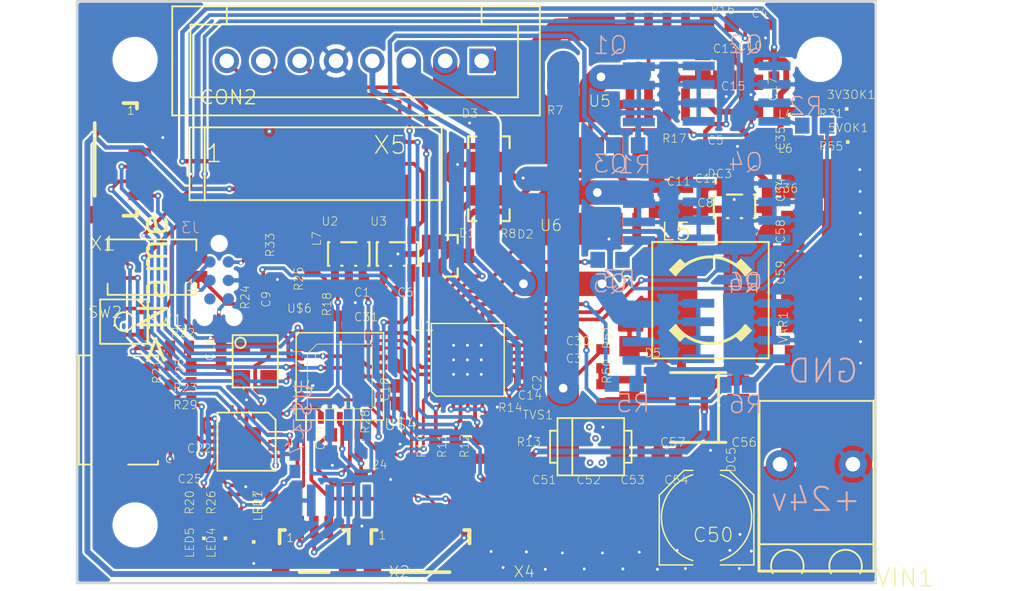
<source format=kicad_pcb>
(kicad_pcb (version 20171130) (host pcbnew 5.0.2-bee76a0~70~ubuntu18.04.1)
  (layers (0 Top signal) (31 Bottom signal) (34 B.Paste user) (35 F.Paste user) (36 B.SilkS user) (37 F.SilkS user) (38 B.Mask user) (39 F.Mask user) (44 Edge.Cuts user))
  (net 0 "")
  (net 1 GND)
  (net 2 V+)
  (net 3 +5V)
  (net 4 VDD)
  (net 5 "Net-(Q1-Pad4)")
  (net 6 "Net-(R1-Pad1)")
  (net 7 "Net-(Q2-Pad4)")
  (net 8 "Net-(R2-Pad1)")
  (net 9 "Net-(Q3-Pad4)")
  (net 10 "Net-(R3-Pad1)")
  (net 11 "Net-(Q4-Pad4)")
  (net 12 "Net-(R4-Pad1)")
  (net 13 "Net-(Q5-Pad4)")
  (net 14 "Net-(R5-Pad1)")
  (net 15 "Net-(Q6-Pad4)")
  (net 16 "Net-(R6-Pad1)")
  (net 17 /MOTOR_PHASE_A)
  (net 18 "Net-(D1-Pad3)")
  (net 19 /MOTOR_PHASE_B)
  (net 20 "Net-(D2-Pad3)")
  (net 21 /HA+)
  (net 22 /HB+)
  (net 23 /HC+)
  (net 24 "Net-(R13-Pad2)")
  (net 25 /HALL_SUPPLY)
  (net 26 "Net-(C2-Pad2)")
  (net 27 "Net-(C2-Pad1)")
  (net 28 "Net-(C3-Pad2)")
  (net 29 /I_PHASEA)
  (net 30 "Net-(R16-Pad1)")
  (net 31 /I_PHASEB)
  (net 32 "Net-(R17-Pad1)")
  (net 33 /V_SUPPLY)
  (net 34 "Net-(C10-Pad1)")
  (net 35 "Net-(U$3-Pad5)")
  (net 36 /CANL)
  (net 37 /RXD)
  (net 38 /TXD)
  (net 39 /CANH)
  (net 40 /MCLR#)
  (net 41 "Net-(CON2-Pad10)")
  (net 42 "Net-(CON2-Pad8)")
  (net 43 "Net-(CON2-Pad6)")
  (net 44 "Net-(CON2-Pad4)")
  (net 45 "Net-(CON2-Pad2)")
  (net 46 "Net-(CON2-Pad9)")
  (net 47 "Net-(CON2-Pad7)")
  (net 48 /-A)
  (net 49 "Net-(CON2-Pad3)")
  (net 50 "Net-(CON2-Pad1)")
  (net 51 "Net-(C18-Pad2)")
  (net 52 /DIS_AO)
  (net 53 "Net-(R18-Pad2)")
  (net 54 "Net-(C31-Pad2)")
  (net 55 /ENABLE)
  (net 56 /DIRECTION)
  (net 57 /MOSI)
  (net 58 /MISO)
  (net 59 /DIS_A)
  (net 60 /DIS_B)
  (net 61 /QEB)
  (net 62 /QEA)
  (net 63 /SS)
  (net 64 "Net-(R27-Pad2)")
  (net 65 /SCK)
  (net 66 /BRAKE)
  (net 67 "Net-(U$4-Pad6)")
  (net 68 /PGC)
  (net 69 /PGD)
  (net 70 "Net-(LED1-PadA)")
  (net 71 "Net-(C57-Pad1)")
  (net 72 /MOTOR_PHASE_C)
  (net 73 /DIS_I)
  (net 74 /+A)
  (net 75 /+B)
  (net 76 /-B)
  (net 77 "Net-(J3-Pad6)")
  (net 78 "Net-(L4-Pad2)")
  (net 79 "Net-(DC3-Pad4)")
  (net 80 "Net-(U4-Pad19)")
  (net 81 /USB_TXD)
  (net 82 "Net-(R21-Pad2)")
  (net 83 "Net-(U4-Pad18)")
  (net 84 "Net-(U4-Pad11)")
  (net 85 "Net-(R26-Pad2)")
  (net 86 "Net-(U4-Pad15)")
  (net 87 /USBDM)
  (net 88 "Net-(R20-Pad2)")
  (net 89 "Net-(U4-Pad6)")
  (net 90 /USBDP)
  (net 91 "Net-(U4-Pad5)")
  (net 92 "Net-(U4-Pad4)")
  (net 93 /USB_RXD)
  (net 94 "Net-(U4-Pad2)")
  (net 95 "Net-(LED4-PadC)")
  (net 96 "Net-(LED5-PadC)")
  (net 97 /VBUS_SENSE)
  (net 98 "Net-(C23-Pad1)")
  (net 99 "Net-(C22-Pad1)")
  (net 100 "Net-(U1-Pad23)")
  (net 101 "Net-(U1-Pad24)")
  (net 102 "Net-(DC5-Pad5)")
  (net 103 "Net-(C57-Pad2)")
  (net 104 "Net-(C56-Pad2)")
  (net 105 "Net-(3V3OK1-PadA)")
  (net 106 "Net-(5VOK1-PadA)")
  (module "" (layer Top) (at 125.0711 121.0086)
    (fp_text reference @HOLE0 hide)
    (fp_text value "" (at 0 0) (layer F.SilkS) (effects (font (size 1.27 1.27))))
    (pad "" np_thru_hole circle (at 0 0) (size 2.8 2.8) (drill 2.8) (layers *.Cu *.Mask))
  )
  (module "" (layer Top) (at 172.0711 89.0086)
    (fp_text reference @HOLE1 hide)
    (fp_text value "" (at 0 0) (layer F.SilkS) (effects (font (size 1.27 1.27))))
    (pad "" np_thru_hole circle (at 0 0) (size 2.8 2.8) (drill 2.8) (layers *.Cu *.Mask))
  )
  (module "" (layer Top) (at 125.0711 89.0086)
    (fp_text reference @HOLE2 hide)
    (fp_text value "" (at 0 0) (layer F.SilkS) (effects (font (size 1.27 1.27))))
    (pad "" np_thru_hole circle (at 0 0) (size 2.8 2.8) (drill 2.8) (layers *.Cu *.Mask))
  )
  (module "motor drive 9y_protection:R0603" (layer Bottom) (at 158.7711 94.9086)
    (fp_text reference R1 (at -0.635 0.635) (layer B.SilkS) (effects (font (size 1.2065 1.2065) (thickness 0.09652)) (justify right top mirror)))
    (fp_text value 10R)
    (pad 2 smd rect (at 0.85 0) (size 1 1.1) (layers Bottom B.Paste B.Mask) (net 5 "Net-(Q1-Pad4)"))
    (pad 1 smd rect (at -0.85 0) (size 1 1.1) (layers Bottom B.Paste B.Mask) (net 6 "Net-(R1-Pad1)"))
  )
  (module "motor drive 9y_protection:R0603" (layer Bottom) (at 171.7461 93.5586 180)
    (fp_text reference R2 (at -0.635 0.635) (layer B.SilkS) (effects (font (size 1.2065 1.2065) (thickness 0.09652)) (justify left bottom mirror)))
    (fp_text value 10R)
    (pad 2 smd rect (at 0.85 0 180) (size 1 1.1) (layers Bottom B.Paste B.Mask) (net 7 "Net-(Q2-Pad4)"))
    (pad 1 smd rect (at -0.85 0 180) (size 1 1.1) (layers Bottom B.Paste B.Mask) (net 8 "Net-(R2-Pad1)"))
  )
  (module "motor drive 9y_protection:R0603" (layer Bottom) (at 157.6961 102.7836)
    (fp_text reference R3 (at -0.635 0.635) (layer B.SilkS) (effects (font (size 1.2065 1.2065) (thickness 0.09652)) (justify right top mirror)))
    (fp_text value 10R)
    (pad 2 smd rect (at 0.85 0) (size 1 1.1) (layers Bottom B.Paste B.Mask) (net 9 "Net-(Q3-Pad4)"))
    (pad 1 smd rect (at -0.85 0) (size 1 1.1) (layers Bottom B.Paste B.Mask) (net 10 "Net-(R3-Pad1)"))
  )
  (module "motor drive 9y_protection:R0603" (layer Bottom) (at 166.2711 103.1086)
    (fp_text reference R4 (at -0.635 0.635) (layer B.SilkS) (effects (font (size 1.2065 1.2065) (thickness 0.09652)) (justify right top mirror)))
    (fp_text value 10R)
    (pad 2 smd rect (at 0.85 0) (size 1 1.1) (layers Bottom B.Paste B.Mask) (net 11 "Net-(Q4-Pad4)"))
    (pad 1 smd rect (at -0.85 0) (size 1 1.1) (layers Bottom B.Paste B.Mask) (net 12 "Net-(R4-Pad1)"))
  )
  (module "motor drive 9y_protection:R0603" (layer Bottom) (at 158.6711 111.3086)
    (fp_text reference R5 (at -0.635 0.635) (layer B.SilkS) (effects (font (size 1.2065 1.2065) (thickness 0.09652)) (justify right top mirror)))
    (fp_text value 10R)
    (pad 2 smd rect (at 0.85 0) (size 1 1.1) (layers Bottom B.Paste B.Mask) (net 13 "Net-(Q5-Pad4)"))
    (pad 1 smd rect (at -0.85 0) (size 1 1.1) (layers Bottom B.Paste B.Mask) (net 14 "Net-(R5-Pad1)"))
  )
  (module "motor drive 9y_protection:R0603" (layer Bottom) (at 166.3961 111.3836)
    (fp_text reference R6 (at -0.635 0.635) (layer B.SilkS) (effects (font (size 1.2065 1.2065) (thickness 0.09652)) (justify right top mirror)))
    (fp_text value 10R)
    (pad 2 smd rect (at 0.85 0) (size 1 1.1) (layers Bottom B.Paste B.Mask) (net 15 "Net-(Q6-Pad4)"))
    (pad 1 smd rect (at -0.85 0) (size 1 1.1) (layers Bottom B.Paste B.Mask) (net 16 "Net-(R6-Pad1)"))
  )
  (module "motor drive 9y_protection:R2512" (layer Top) (at 156.4211 89.6286 90)
    (fp_text reference R7 (at -2.54 -1.905) (layer F.SilkS) (effects (font (size 0.57912 0.57912) (thickness 0.046329)) (justify right top)))
    (fp_text value 0R01)
    (pad 2 smd rect (at 2.8 0 90) (size 1.8 3.2) (layers Top F.Paste F.Mask) (net 17 /MOTOR_PHASE_A))
    (pad 1 smd rect (at -2.8 0 90) (size 1.8 3.2) (layers Top F.Paste F.Mask) (net 18 "Net-(D1-Pad3)"))
  )
  (module "motor drive 9y_protection:R2512" (layer Top) (at 153.1961 98.1036 90)
    (fp_text reference R8 (at -2.54 -1.905) (layer F.SilkS) (effects (font (size 0.57912 0.57912) (thickness 0.046329)) (justify right top)))
    (fp_text value 0R01)
    (pad 2 smd rect (at 2.8 0 90) (size 1.8 3.2) (layers Top F.Paste F.Mask) (net 19 /MOTOR_PHASE_B))
    (pad 1 smd rect (at -2.8 0 90) (size 1.8 3.2) (layers Top F.Paste F.Mask) (net 20 "Net-(D2-Pad3)"))
  )
  (module "motor drive 9y_protection:R0402" (layer Top) (at 145.7211 115.8086 90)
    (fp_text reference R10 (at -0.635 -0.635 90) (layer F.SilkS) (effects (font (size 0.57912 0.57912) (thickness 0.046329)) (justify left bottom)))
    (fp_text value 10k)
    (pad 2 smd rect (at 0.65 0 90) (size 0.7 0.9) (layers Top F.Paste F.Mask) (net 21 /HA+))
    (pad 1 smd rect (at -0.65 0 90) (size 0.7 0.9) (layers Top F.Paste F.Mask) (net 3 +5V))
  )
  (module "motor drive 9y_protection:R0402" (layer Top) (at 147.1211 115.8086 90)
    (fp_text reference R11 (at -0.635 -0.635 90) (layer F.SilkS) (effects (font (size 0.57912 0.57912) (thickness 0.046329)) (justify left bottom)))
    (fp_text value 10k)
    (pad 2 smd rect (at 0.65 0 90) (size 0.7 0.9) (layers Top F.Paste F.Mask) (net 22 /HB+))
    (pad 1 smd rect (at -0.65 0 90) (size 0.7 0.9) (layers Top F.Paste F.Mask) (net 3 +5V))
  )
  (module "motor drive 9y_protection:R0402" (layer Top) (at 148.6711 115.8086 90)
    (fp_text reference R12 (at -0.635 -0.635 90) (layer F.SilkS) (effects (font (size 0.57912 0.57912) (thickness 0.046329)) (justify left bottom)))
    (fp_text value 10k)
    (pad 2 smd rect (at 0.65 0 90) (size 0.7 0.9) (layers Top F.Paste F.Mask) (net 23 /HC+))
    (pad 1 smd rect (at -0.65 0 90) (size 0.7 0.9) (layers Top F.Paste F.Mask) (net 3 +5V))
  )
  (module "motor drive 9y_protection:R0402" (layer Top) (at 150.6111 115.0086 180)
    (fp_text reference R13 (at -0.635 -0.635) (layer F.SilkS) (effects (font (size 0.57912 0.57912) (thickness 0.046329)) (justify left bottom)))
    (fp_text value 47k)
    (pad 2 smd rect (at 0.65 0 180) (size 0.7 0.9) (layers Top F.Paste F.Mask) (net 24 "Net-(R13-Pad2)"))
    (pad 1 smd rect (at -0.65 0 180) (size 0.7 0.9) (layers Top F.Paste F.Mask) (net 1 GND))
  )
  (module "motor drive 9y_protection:R0402" (layer Top) (at 150.6111 113.9186)
    (fp_text reference R14 (at -0.635 -0.635) (layer F.SilkS) (effects (font (size 0.57912 0.57912) (thickness 0.046329)) (justify left bottom)))
    (fp_text value 100k)
    (pad 2 smd rect (at 0.65 0) (size 0.7 0.9) (layers Top F.Paste F.Mask) (net 25 /HALL_SUPPLY))
    (pad 1 smd rect (at -0.65 0) (size 0.7 0.9) (layers Top F.Paste F.Mask) (net 24 "Net-(R13-Pad2)"))
  )
  (module "motor drive 9y_protection:C0402K" (layer Top) (at 151.9211 111.1586 270)
    (fp_text reference C2 (at -0.5 -0.425 90) (layer F.SilkS) (effects (font (size 0.57912 0.57912) (thickness 0.046329)) (justify right top)))
    (fp_text value 100n)
    (pad 2 smd rect (at 0.6 0 270) (size 0.925 0.74) (layers Top F.Paste F.Mask) (net 26 "Net-(C2-Pad2)"))
    (pad 1 smd rect (at -0.6 0 270) (size 0.925 0.74) (layers Top F.Paste F.Mask) (net 27 "Net-(C2-Pad1)"))
  )
  (module "motor drive 9y_protection:C0402K" (layer Top) (at 154.1211 109.4836 180)
    (fp_text reference C3 (at -0.5 -0.425) (layer F.SilkS) (effects (font (size 0.57912 0.57912) (thickness 0.046329)) (justify left bottom)))
    (fp_text value 100n)
    (pad 2 smd rect (at 0.6 0 180) (size 0.925 0.74) (layers Top F.Paste F.Mask) (net 28 "Net-(C3-Pad2)"))
    (pad 1 smd rect (at -0.6 0 180) (size 0.925 0.74) (layers Top F.Paste F.Mask) (net 2 V+))
  )
  (module "motor drive 9y_protection:R0603" (layer Top) (at 165.2011 86.5686)
    (fp_text reference R16 (at -0.635 -0.635) (layer F.SilkS) (effects (font (size 0.57912 0.57912) (thickness 0.046329)) (justify left bottom)))
    (fp_text value 10R)
    (pad 2 smd rect (at 0.85 0) (size 1 1.1) (layers Top F.Paste F.Mask) (net 29 /I_PHASEA))
    (pad 1 smd rect (at -0.85 0) (size 1 1.1) (layers Top F.Paste F.Mask) (net 30 "Net-(R16-Pad1)"))
  )
  (module "motor drive 9y_protection:R0603" (layer Top) (at 161.8711 95.4186)
    (fp_text reference R17 (at -0.635 -0.635) (layer F.SilkS) (effects (font (size 0.57912 0.57912) (thickness 0.046329)) (justify left bottom)))
    (fp_text value 10R)
    (pad 2 smd rect (at 0.85 0) (size 1 1.1) (layers Top F.Paste F.Mask) (net 31 /I_PHASEB))
    (pad 1 smd rect (at -0.85 0) (size 1 1.1) (layers Top F.Paste F.Mask) (net 32 "Net-(R17-Pad1)"))
  )
  (module "motor drive 9y_protection:C0402K" (layer Top) (at 167.8711 86.6086)
    (fp_text reference C4 (at -0.5 -0.425) (layer F.SilkS) (effects (font (size 0.57912 0.57912) (thickness 0.046329)) (justify left bottom)))
    (fp_text value 1nF)
    (pad 2 smd rect (at 0.6 0) (size 0.925 0.74) (layers Top F.Paste F.Mask) (net 1 GND))
    (pad 1 smd rect (at -0.6 0) (size 0.925 0.74) (layers Top F.Paste F.Mask) (net 29 /I_PHASEA))
  )
  (module "motor drive 9y_protection:C0402K" (layer Top) (at 164.8461 95.3336)
    (fp_text reference C5 (at -0.5 -0.425) (layer F.SilkS) (effects (font (size 0.57912 0.57912) (thickness 0.046329)) (justify left bottom)))
    (fp_text value 1nF)
    (pad 2 smd rect (at 0.6 0) (size 0.925 0.74) (layers Top F.Paste F.Mask) (net 1 GND))
    (pad 1 smd rect (at -0.6 0) (size 0.925 0.74) (layers Top F.Paste F.Mask) (net 31 /I_PHASEB))
  )
  (module "motor drive 9y_protection:R0402" (layer Top) (at 133.6061 105.5986 90)
    (fp_text reference R24 (at -0.635 -0.635 90) (layer F.SilkS) (effects (font (size 0.57912 0.57912) (thickness 0.046329)) (justify left bottom)))
    (fp_text value 100k)
    (pad 2 smd rect (at 0.65 0 90) (size 0.7 0.9) (layers Top F.Paste F.Mask) (net 2 V+))
    (pad 1 smd rect (at -0.65 0 90) (size 0.7 0.9) (layers Top F.Paste F.Mask) (net 33 /V_SUPPLY))
  )
  (module "motor drive 9y_protection:R0402" (layer Top) (at 136.0111 105.5986 270)
    (fp_text reference R25 (at -0.635 -0.635 90) (layer F.SilkS) (effects (font (size 0.57912 0.57912) (thickness 0.046329)) (justify left bottom)))
    (fp_text value 4k7)
    (pad 2 smd rect (at 0.65 0 270) (size 0.7 0.9) (layers Top F.Paste F.Mask) (net 33 /V_SUPPLY))
    (pad 1 smd rect (at -0.65 0 270) (size 0.7 0.9) (layers Top F.Paste F.Mask) (net 1 GND))
  )
  (module "motor drive 9y_protection:C0402K" (layer Top) (at 134.8311 105.5986 90)
    (fp_text reference C9 (at -0.5 -0.425 90) (layer F.SilkS) (effects (font (size 0.57912 0.57912) (thickness 0.046329)) (justify left bottom)))
    (fp_text value 100n)
    (pad 2 smd rect (at 0.6 0 90) (size 0.925 0.74) (layers Top F.Paste F.Mask) (net 1 GND))
    (pad 1 smd rect (at -0.6 0 90) (size 0.925 0.74) (layers Top F.Paste F.Mask) (net 33 /V_SUPPLY))
  )
  (module "motor drive 9y_protection:C0805K" (layer Top) (at 165.5711 89.4086 270)
    (fp_text reference C10 (at -1 -0.875) (layer F.SilkS) (effects (font (size 0.57912 0.57912) (thickness 0.046329)) (justify left bottom)))
    (fp_text value 10uF)
    (pad 2 smd rect (at 1 0 270) (size 1.3 1.6) (layers Top F.Paste F.Mask) (net 1 GND))
    (pad 1 smd rect (at -1 0 270) (size 1.3 1.6) (layers Top F.Paste F.Mask) (net 34 "Net-(C10-Pad1)"))
  )
  (module "motor drive 9y_protection:C0603K" (layer Top) (at 160.8961 98.5336 270)
    (fp_text reference C11 (at -0.8 -0.65) (layer F.SilkS) (effects (font (size 0.57912 0.57912) (thickness 0.046329)) (justify left bottom)))
    (fp_text value 1uF)
    (pad 2 smd rect (at 0.875 0 270) (size 1.05 1.08) (layers Top F.Paste F.Mask) (net 1 GND))
    (pad 1 smd rect (at -0.875 0 270) (size 1.05 1.08) (layers Top F.Paste F.Mask) (net 34 "Net-(C10-Pad1)"))
  )
  (module "motor drive 9y_protection:C0805K" (layer Top) (at 162.5961 98.5336 270)
    (fp_text reference C12 (at -1 -0.875) (layer F.SilkS) (effects (font (size 0.57912 0.57912) (thickness 0.046329)) (justify left bottom)))
    (fp_text value 10uF)
    (pad 2 smd rect (at 1 0 270) (size 1.3 1.6) (layers Top F.Paste F.Mask) (net 1 GND))
    (pad 1 smd rect (at -1 0 270) (size 1.3 1.6) (layers Top F.Paste F.Mask) (net 34 "Net-(C10-Pad1)"))
  )
  (module "motor drive 9y_protection:C0603K" (layer Top) (at 164.0711 89.4086 270)
    (fp_text reference C13 (at -0.8 -0.65) (layer F.SilkS) (effects (font (size 0.57912 0.57912) (thickness 0.046329)) (justify left bottom)))
    (fp_text value 1uF)
    (pad 2 smd rect (at 0.875 0 270) (size 1.05 1.08) (layers Top F.Paste F.Mask) (net 1 GND))
    (pad 1 smd rect (at -0.875 0 270) (size 1.05 1.08) (layers Top F.Paste F.Mask) (net 34 "Net-(C10-Pad1)"))
  )
  (module "motor drive 9y_protection:C0402K" (layer Top) (at 151.8211 112.8586)
    (fp_text reference C14 (at -0.5 -0.425) (layer F.SilkS) (effects (font (size 0.57912 0.57912) (thickness 0.046329)) (justify left bottom)))
    (fp_text value 100n)
    (pad 2 smd rect (at 0.6 0) (size 0.925 0.74) (layers Top F.Paste F.Mask) (net 1 GND))
    (pad 1 smd rect (at -0.6 0) (size 0.925 0.74) (layers Top F.Paste F.Mask) (net 25 /HALL_SUPPLY))
  )
  (module "motor drive 9y_protection:999" (layer Bottom) (at 139.0761 116.7286)
    (fp_text reference U$3 (at -3.175 -1.905 -90) (layer B.SilkS) (effects (font (size 1.2065 1.2065) (thickness 0.09652)) (justify right top mirror)))
    (fp_text value SN65HVD230)
    (pad 5 smd rect (at 1.905 2.6) (size 0.6 2.2) (layers Bottom B.Paste B.Mask) (net 35 "Net-(U$3-Pad5)"))
    (pad 6 smd rect (at 0.635 2.6) (size 0.6 2.2) (layers Bottom B.Paste B.Mask) (net 36 /CANL))
    (pad 8 smd rect (at -1.905 2.6) (size 0.6 2.2) (layers Bottom B.Paste B.Mask) (net 1 GND))
    (pad 4 smd rect (at 1.905 -2.6) (size 0.6 2.2) (layers Bottom B.Paste B.Mask) (net 37 /RXD))
    (pad 3 smd rect (at 0.635 -2.6) (size 0.6 2.2) (layers Bottom B.Paste B.Mask) (net 4 VDD))
    (pad 1 smd rect (at -1.905 -2.6) (size 0.6 2.2) (layers Bottom B.Paste B.Mask) (net 38 /TXD))
    (pad 7 smd rect (at -0.635 2.6) (size 0.6 2.2) (layers Bottom B.Paste B.Mask) (net 39 /CANH))
    (pad 2 smd rect (at -0.635 -2.6) (size 0.6 2.2) (layers Bottom B.Paste B.Mask) (net 1 GND))
  )
  (module "motor drive 9y_protection:C0603K" (layer Top) (at 167.6711 89.7086 90)
    (fp_text reference C15 (at -0.8 -0.65) (layer F.SilkS) (effects (font (size 0.57912 0.57912) (thickness 0.046329)) (justify right top)))
    (fp_text value 1uF)
    (pad 2 smd rect (at 0.875 0 90) (size 1.05 1.08) (layers Top F.Paste F.Mask) (net 4 VDD))
    (pad 1 smd rect (at -0.875 0 90) (size 1.05 1.08) (layers Top F.Paste F.Mask) (net 1 GND))
  )
  (module "motor drive 9y_protection:R0402" (layer Top) (at 135.3211 101.9986 90)
    (fp_text reference R33 (at -0.635 -0.635 90) (layer F.SilkS) (effects (font (size 0.57912 0.57912) (thickness 0.046329)) (justify left bottom)))
    (fp_text value 10k)
    (pad 2 smd rect (at 0.65 0 90) (size 0.7 0.9) (layers Top F.Paste F.Mask) (net 4 VDD))
    (pad 1 smd rect (at -0.65 0 90) (size 0.7 0.9) (layers Top F.Paste F.Mask) (net 40 /MCLR#))
  )
  (module "motor drive 9y_protection:MIRCO_MATCH" (layer Top) (at 137.4711 96.1786)
    (fp_text reference CON2 (at -8 -4) (layer F.SilkS) (effects (font (size 0.9652 0.9652) (thickness 0.09652)) (justify left bottom)))
    (fp_text value "IDC 10")
    (fp_text user 1 (at -7.62 0) (layer F.SilkS) (effects (font (size 1.2065 1.2065) (thickness 0.1016)) (justify left bottom)))
    (pad 10 smd rect (at 5.715 2.25 90) (size 3 1.5) (layers Top F.Paste F.Mask) (net 41 "Net-(CON2-Pad10)"))
    (pad 8 smd rect (at 3.175 2.25 90) (size 3 1.5) (layers Top F.Paste F.Mask) (net 42 "Net-(CON2-Pad8)"))
    (pad 6 smd rect (at 0.635 2.25 90) (size 3 1.5) (layers Top F.Paste F.Mask) (net 43 "Net-(CON2-Pad6)"))
    (pad 4 smd rect (at -1.905 2.25 90) (size 3 1.5) (layers Top F.Paste F.Mask) (net 44 "Net-(CON2-Pad4)"))
    (pad 2 smd rect (at -4.445 2.25 90) (size 3 1.5) (layers Top F.Paste F.Mask) (net 45 "Net-(CON2-Pad2)"))
    (pad 9 smd rect (at 4.445 -2.25 90) (size 3 1.5) (layers Top F.Paste F.Mask) (net 46 "Net-(CON2-Pad9)"))
    (pad 7 smd rect (at 1.905 -2.25 90) (size 3 1.5) (layers Top F.Paste F.Mask) (net 47 "Net-(CON2-Pad7)"))
    (pad 5 smd rect (at -0.635 -2.25 90) (size 3 1.5) (layers Top F.Paste F.Mask) (net 48 /-A))
    (pad 3 smd rect (at -3.175 -2.25 90) (size 3 1.5) (layers Top F.Paste F.Mask) (net 49 "Net-(CON2-Pad3)"))
    (pad 1 smd rect (at -5.715 -2.25 90) (size 3 1.5) (layers Top F.Paste F.Mask) (net 50 "Net-(CON2-Pad1)"))
  )
  (module "motor drive 9y_protection:C0402K" (layer Top) (at 130.9811 109.2836 90)
    (fp_text reference C16 (at -0.5 -0.425 90) (layer F.SilkS) (effects (font (size 0.57912 0.57912) (thickness 0.046329)) (justify left bottom)))
    (fp_text value 100n)
    (pad 2 smd rect (at 0.6 0 90) (size 0.925 0.74) (layers Top F.Paste F.Mask) (net 4 VDD))
    (pad 1 smd rect (at -0.6 0 90) (size 0.925 0.74) (layers Top F.Paste F.Mask) (net 1 GND))
  )
  (module "motor drive 9y_protection:C0402K" (layer Top) (at 143.0011 112.0536 90)
    (fp_text reference C18 (at -0.5 -0.425 90) (layer F.SilkS) (effects (font (size 0.57912 0.57912) (thickness 0.046329)) (justify left bottom)))
    (fp_text value 100n)
    (pad 2 smd rect (at 0.6 0 90) (size 0.925 0.74) (layers Top F.Paste F.Mask) (net 51 "Net-(C18-Pad2)"))
    (pad 1 smd rect (at -0.6 0 90) (size 0.925 0.74) (layers Top F.Paste F.Mask) (net 1 GND))
  )
  (module "motor drive 9y_protection:C0402K" (layer Top) (at 138.5761 115.4136 90)
    (fp_text reference C19 (at -0.5 -0.425 90) (layer F.SilkS) (effects (font (size 0.57912 0.57912) (thickness 0.046329)) (justify left bottom)))
    (fp_text value 100n)
    (pad 2 smd rect (at 0.6 0 90) (size 0.925 0.74) (layers Top F.Paste F.Mask) (net 4 VDD))
    (pad 1 smd rect (at -0.6 0 90) (size 0.925 0.74) (layers Top F.Paste F.Mask) (net 1 GND))
  )
  (module "motor drive 9y_protection:QFN-S28-6X6" (layer Top) (at 139.1311 110.7986 180)
    (fp_text reference U$4 (at -3 -3.75) (layer F.SilkS) (effects (font (size 0.77216 0.77216) (thickness 0.061772)) (justify left bottom)))
    (fp_text value DSPIC33FJ128MC802QFN hide)
    (pad 28 smd roundrect (at 1.95 2.85 90) (size 0.8128 0.4064) (layers Top F.Paste F.Mask) (roundrect_rratio 0.3) (net 52 /DIS_AO))
    (pad 27 smd roundrect (at 1.3 2.85 90) (size 0.8128 0.4064) (layers Top F.Paste F.Mask) (roundrect_rratio 0.15) (net 33 /V_SUPPLY))
    (pad 26 smd roundrect (at 0.65 2.85 90) (size 0.8128 0.4064) (layers Top F.Paste F.Mask) (roundrect_rratio 0.15) (net 53 "Net-(R18-Pad2)"))
    (pad 25 smd roundrect (at 0 2.85 90) (size 0.8128 0.4064) (layers Top F.Paste F.Mask) (roundrect_rratio 0.15) (net 54 "Net-(C31-Pad2)"))
    (pad 24 smd roundrect (at -0.65 2.85 90) (size 0.8128 0.4064) (layers Top F.Paste F.Mask) (roundrect_rratio 0.15) (net 1 GND))
    (pad 23 smd roundrect (at -1.3 2.85 90) (size 0.8128 0.4064) (layers Top F.Paste F.Mask) (roundrect_rratio 0.15) (net 55 /ENABLE))
    (pad 22 smd roundrect (at -1.95 2.85 90) (size 0.8128 0.4064) (layers Top F.Paste F.Mask) (roundrect_rratio 0.3) (net 56 /DIRECTION))
    (pad 21 smd roundrect (at -2.75 1.95) (size 0.8128 0.4064) (layers Top F.Paste F.Mask) (roundrect_rratio 0.3) (net 57 /MOSI))
    (pad 20 smd roundrect (at -2.85 1.3) (size 0.8128 0.4064) (layers Top F.Paste F.Mask) (roundrect_rratio 0.15) (net 58 /MISO))
    (pad 19 smd roundrect (at -2.85 0.65) (size 0.8128 0.4064) (layers Top F.Paste F.Mask) (roundrect_rratio 0.15) (net 59 /DIS_A))
    (pad 18 smd roundrect (at -2.85 0) (size 0.8128 0.4064) (layers Top F.Paste F.Mask) (roundrect_rratio 0.15) (net 60 /DIS_B))
    (pad 17 smd roundrect (at -2.85 -0.65) (size 0.8128 0.4064) (layers Top F.Paste F.Mask) (roundrect_rratio 0.15) (net 51 "Net-(C18-Pad2)"))
    (pad 16 smd roundrect (at -2.85 -1.3) (size 0.8128 0.4064) (layers Top F.Paste F.Mask) (roundrect_rratio 0.15) (net 1 GND))
    (pad 15 smd roundrect (at -2.85 -1.95) (size 0.8128 0.4064) (layers Top F.Paste F.Mask) (roundrect_rratio 0.3) (net 61 /QEB))
    (pad 14 smd roundrect (at -1.95 -2.85 270) (size 0.8128 0.4064) (layers Top F.Paste F.Mask) (roundrect_rratio 0.3) (net 62 /QEA))
    (pad 13 smd roundrect (at -1.3 -2.85 270) (size 0.8128 0.4064) (layers Top F.Paste F.Mask) (roundrect_rratio 0.15) (net 63 /SS))
    (pad 12 smd roundrect (at -0.65 -2.85 270) (size 0.8128 0.4064) (layers Top F.Paste F.Mask) (roundrect_rratio 0.15) (net 38 /TXD))
    (pad 11 smd roundrect (at 0 -2.85 270) (size 0.8128 0.4064) (layers Top F.Paste F.Mask) (roundrect_rratio 0.15) (net 37 /RXD))
    (pad 10 smd roundrect (at 0.65 -2.85 270) (size 0.8128 0.4064) (layers Top F.Paste F.Mask) (roundrect_rratio 0.15) (net 4 VDD))
    (pad 9 smd roundrect (at 1.3 -2.85 270) (size 0.8128 0.4064) (layers Top F.Paste F.Mask) (roundrect_rratio 0.15) (net 64 "Net-(R27-Pad2)"))
    (pad 8 smd roundrect (at 1.95 -2.85 270) (size 0.8128 0.4064) (layers Top F.Paste F.Mask) (roundrect_rratio 0.3) (net 65 /SCK))
    (pad 7 smd roundrect (at 2.85 -1.95 180) (size 0.8128 0.4064) (layers Top F.Paste F.Mask) (roundrect_rratio 0.3) (net 66 /BRAKE))
    (pad 6 smd roundrect (at 2.85 -1.3 180) (size 0.8128 0.4064) (layers Top F.Paste F.Mask) (roundrect_rratio 0.15) (net 67 "Net-(U$4-Pad6)"))
    (pad 5 smd roundrect (at 2.85 -0.65 180) (size 0.8128 0.4064) (layers Top F.Paste F.Mask) (roundrect_rratio 0.15) (net 1 GND))
    (pad 4 smd roundrect (at 2.85 0 180) (size 0.8128 0.4064) (layers Top F.Paste F.Mask) (roundrect_rratio 0.15) (net 31 /I_PHASEB))
    (pad 3 smd roundrect (at 2.85 0.65 180) (size 0.8128 0.4064) (layers Top F.Paste F.Mask) (roundrect_rratio 0.15) (net 29 /I_PHASEA))
    (pad 2 smd roundrect (at 2.85 1.3 180) (size 0.8128 0.4064) (layers Top F.Paste F.Mask) (roundrect_rratio 0.15) (net 68 /PGC))
    (pad 1 smd roundrect (at 2.85 1.95 180) (size 0.8128 0.4064) (layers Top F.Paste F.Mask) (roundrect_rratio 0.3) (net 69 /PGD))
  )
  (module "motor drive 9y_protection:CHIPLED_0603" (layer Top) (at 133.2161 122.0536 180)
    (fp_text reference LED1 (at -0.635 1.27 90) (layer F.SilkS) (effects (font (size 0.57912 0.57912) (thickness 0.046329)) (justify left bottom)))
    (fp_text value Yellow)
    (pad A smd rect (at 0 0.75 180) (size 0.8 0.8) (layers Top F.Paste F.Mask) (net 70 "Net-(LED1-PadA)"))
    (pad C smd rect (at 0 -0.75 180) (size 0.8 0.8) (layers Top F.Paste F.Mask) (net 1 GND))
  )
  (module "motor drive 9y_protection:R0402" (layer Top) (at 134.4561 119.7011 90)
    (fp_text reference R27 (at -0.635 -0.635 90) (layer F.SilkS) (effects (font (size 0.57912 0.57912) (thickness 0.046329)) (justify left bottom)))
    (fp_text value 270R)
    (pad 2 smd rect (at 0.65 0 90) (size 0.7 0.9) (layers Top F.Paste F.Mask) (net 64 "Net-(R27-Pad2)"))
    (pad 1 smd rect (at -0.65 0 90) (size 0.7 0.9) (layers Top F.Paste F.Mask) (net 70 "Net-(LED1-PadA)"))
  )
  (module "motor drive 9y_protection:C0402K" (layer Top) (at 168.4861 98.7111 270)
    (fp_text reference C36 (at -0.5 -0.425) (layer F.SilkS) (effects (font (size 0.57912 0.57912) (thickness 0.046329)) (justify left bottom)))
    (fp_text value 100n)
    (pad 2 smd rect (at 0.6 0 270) (size 0.925 0.74) (layers Top F.Paste F.Mask) (net 1 GND))
    (pad 1 smd rect (at -0.6 0 270) (size 0.925 0.74) (layers Top F.Paste F.Mask) (net 4 VDD))
  )
  (module "motor drive 9y_protection:SOD123" (layer Top) (at 159.0311 110.6236 270)
    (fp_text reference D5 (at -1.1 -1) (layer F.SilkS) (effects (font (size 0.57912 0.57912) (thickness 0.046329)) (justify left bottom)))
    (fp_text value RB060MM-60TFTR)
    (pad A smd rect (at 1.9 0 270) (size 1.4 1.4) (layers Top F.Paste F.Mask) (net 1 GND))
    (pad C smd rect (at -1.9 0 270) (size 1.4 1.4) (layers Top F.Paste F.Mask) (net 71 "Net-(C57-Pad1)"))
  )
  (module "motor drive 9y_protection:SO8" (layer Bottom) (at 157.0711 91.4086 270)
    (fp_text reference Q1 (at -2.667 -1.905 180) (layer B.SilkS) (effects (font (size 1.2065 1.2065) (thickness 0.09652)) (justify left bottom mirror)))
    (fp_text value SI4456DY)
    (pad 5 smd rect (at 1.905 2.6 270) (size 0.6 2.2) (layers Bottom B.Paste B.Mask) (net 2 V+))
    (pad 6 smd rect (at 0.635 2.6 270) (size 0.6 2.2) (layers Bottom B.Paste B.Mask) (net 2 V+))
    (pad 8 smd rect (at -1.905 2.6 270) (size 0.6 2.2) (layers Bottom B.Paste B.Mask) (net 2 V+))
    (pad 4 smd rect (at 1.905 -2.6 270) (size 0.6 2.2) (layers Bottom B.Paste B.Mask) (net 5 "Net-(Q1-Pad4)"))
    (pad 3 smd rect (at 0.635 -2.6 270) (size 0.6 2.2) (layers Bottom B.Paste B.Mask) (net 18 "Net-(D1-Pad3)"))
    (pad 1 smd rect (at -1.905 -2.6 270) (size 0.6 2.2) (layers Bottom B.Paste B.Mask) (net 18 "Net-(D1-Pad3)"))
    (pad 7 smd rect (at -0.635 2.6 270) (size 0.6 2.2) (layers Bottom B.Paste B.Mask) (net 2 V+))
    (pad 2 smd rect (at -0.635 -2.6 270) (size 0.6 2.2) (layers Bottom B.Paste B.Mask) (net 18 "Net-(D1-Pad3)"))
  )
  (module "motor drive 9y_protection:SO8" (layer Bottom) (at 166.3811 91.3586 270)
    (fp_text reference Q2 (at -2.667 -1.905 180) (layer B.SilkS) (effects (font (size 1.2065 1.2065) (thickness 0.09652)) (justify left bottom mirror)))
    (fp_text value SI4456DY)
    (pad 5 smd rect (at 1.905 2.6 270) (size 0.6 2.2) (layers Bottom B.Paste B.Mask) (net 18 "Net-(D1-Pad3)"))
    (pad 6 smd rect (at 0.635 2.6 270) (size 0.6 2.2) (layers Bottom B.Paste B.Mask) (net 18 "Net-(D1-Pad3)"))
    (pad 8 smd rect (at -1.905 2.6 270) (size 0.6 2.2) (layers Bottom B.Paste B.Mask) (net 18 "Net-(D1-Pad3)"))
    (pad 4 smd rect (at 1.905 -2.6 270) (size 0.6 2.2) (layers Bottom B.Paste B.Mask) (net 7 "Net-(Q2-Pad4)"))
    (pad 3 smd rect (at 0.635 -2.6 270) (size 0.6 2.2) (layers Bottom B.Paste B.Mask) (net 1 GND))
    (pad 1 smd rect (at -1.905 -2.6 270) (size 0.6 2.2) (layers Bottom B.Paste B.Mask) (net 1 GND))
    (pad 7 smd rect (at -0.635 2.6 270) (size 0.6 2.2) (layers Bottom B.Paste B.Mask) (net 18 "Net-(D1-Pad3)"))
    (pad 2 smd rect (at -0.635 -2.6 270) (size 0.6 2.2) (layers Bottom B.Paste B.Mask) (net 1 GND))
  )
  (module "motor drive 9y_protection:SO8" (layer Bottom) (at 157.0811 99.5486 270)
    (fp_text reference Q3 (at -2.667 -1.905 180) (layer B.SilkS) (effects (font (size 1.2065 1.2065) (thickness 0.09652)) (justify left bottom mirror)))
    (fp_text value SI4456DY)
    (pad 5 smd rect (at 1.905 2.6 270) (size 0.6 2.2) (layers Bottom B.Paste B.Mask) (net 2 V+))
    (pad 6 smd rect (at 0.635 2.6 270) (size 0.6 2.2) (layers Bottom B.Paste B.Mask) (net 2 V+))
    (pad 8 smd rect (at -1.905 2.6 270) (size 0.6 2.2) (layers Bottom B.Paste B.Mask) (net 2 V+))
    (pad 4 smd rect (at 1.905 -2.6 270) (size 0.6 2.2) (layers Bottom B.Paste B.Mask) (net 9 "Net-(Q3-Pad4)"))
    (pad 3 smd rect (at 0.635 -2.6 270) (size 0.6 2.2) (layers Bottom B.Paste B.Mask) (net 20 "Net-(D2-Pad3)"))
    (pad 1 smd rect (at -1.905 -2.6 270) (size 0.6 2.2) (layers Bottom B.Paste B.Mask) (net 20 "Net-(D2-Pad3)"))
    (pad 7 smd rect (at -0.635 2.6 270) (size 0.6 2.2) (layers Bottom B.Paste B.Mask) (net 2 V+))
    (pad 2 smd rect (at -0.635 -2.6 270) (size 0.6 2.2) (layers Bottom B.Paste B.Mask) (net 20 "Net-(D2-Pad3)"))
  )
  (module "motor drive 9y_protection:SO8" (layer Bottom) (at 166.3811 99.4386 270)
    (fp_text reference Q4 (at -2.667 -1.905 180) (layer B.SilkS) (effects (font (size 1.2065 1.2065) (thickness 0.09652)) (justify left bottom mirror)))
    (fp_text value SI4456DY)
    (pad 5 smd rect (at 1.905 2.6 270) (size 0.6 2.2) (layers Bottom B.Paste B.Mask) (net 20 "Net-(D2-Pad3)"))
    (pad 6 smd rect (at 0.635 2.6 270) (size 0.6 2.2) (layers Bottom B.Paste B.Mask) (net 20 "Net-(D2-Pad3)"))
    (pad 8 smd rect (at -1.905 2.6 270) (size 0.6 2.2) (layers Bottom B.Paste B.Mask) (net 20 "Net-(D2-Pad3)"))
    (pad 4 smd rect (at 1.905 -2.6 270) (size 0.6 2.2) (layers Bottom B.Paste B.Mask) (net 11 "Net-(Q4-Pad4)"))
    (pad 3 smd rect (at 0.635 -2.6 270) (size 0.6 2.2) (layers Bottom B.Paste B.Mask) (net 1 GND))
    (pad 1 smd rect (at -1.905 -2.6 270) (size 0.6 2.2) (layers Bottom B.Paste B.Mask) (net 1 GND))
    (pad 7 smd rect (at -0.635 2.6 270) (size 0.6 2.2) (layers Bottom B.Paste B.Mask) (net 20 "Net-(D2-Pad3)"))
    (pad 2 smd rect (at -0.635 -2.6 270) (size 0.6 2.2) (layers Bottom B.Paste B.Mask) (net 1 GND))
  )
  (module "motor drive 9y_protection:SO8" (layer Bottom) (at 157.0511 107.7886 270)
    (fp_text reference Q5 (at -2.667 -1.905 180) (layer B.SilkS) (effects (font (size 1.2065 1.2065) (thickness 0.09652)) (justify left bottom mirror)))
    (fp_text value SI4456DY)
    (pad 5 smd rect (at 1.905 2.6 270) (size 0.6 2.2) (layers Bottom B.Paste B.Mask) (net 2 V+))
    (pad 6 smd rect (at 0.635 2.6 270) (size 0.6 2.2) (layers Bottom B.Paste B.Mask) (net 2 V+))
    (pad 8 smd rect (at -1.905 2.6 270) (size 0.6 2.2) (layers Bottom B.Paste B.Mask) (net 2 V+))
    (pad 4 smd rect (at 1.905 -2.6 270) (size 0.6 2.2) (layers Bottom B.Paste B.Mask) (net 13 "Net-(Q5-Pad4)"))
    (pad 3 smd rect (at 0.635 -2.6 270) (size 0.6 2.2) (layers Bottom B.Paste B.Mask) (net 72 /MOTOR_PHASE_C))
    (pad 1 smd rect (at -1.905 -2.6 270) (size 0.6 2.2) (layers Bottom B.Paste B.Mask) (net 72 /MOTOR_PHASE_C))
    (pad 7 smd rect (at -0.635 2.6 270) (size 0.6 2.2) (layers Bottom B.Paste B.Mask) (net 2 V+))
    (pad 2 smd rect (at -0.635 -2.6 270) (size 0.6 2.2) (layers Bottom B.Paste B.Mask) (net 72 /MOTOR_PHASE_C))
  )
  (module "motor drive 9y_protection:SO8" (layer Bottom) (at 166.3511 107.6786 270)
    (fp_text reference Q6 (at -2.667 -1.905 180) (layer B.SilkS) (effects (font (size 1.2065 1.2065) (thickness 0.09652)) (justify left bottom mirror)))
    (fp_text value SI4456DY)
    (pad 5 smd rect (at 1.905 2.6 270) (size 0.6 2.2) (layers Bottom B.Paste B.Mask) (net 72 /MOTOR_PHASE_C))
    (pad 6 smd rect (at 0.635 2.6 270) (size 0.6 2.2) (layers Bottom B.Paste B.Mask) (net 72 /MOTOR_PHASE_C))
    (pad 8 smd rect (at -1.905 2.6 270) (size 0.6 2.2) (layers Bottom B.Paste B.Mask) (net 72 /MOTOR_PHASE_C))
    (pad 4 smd rect (at 1.905 -2.6 270) (size 0.6 2.2) (layers Bottom B.Paste B.Mask) (net 15 "Net-(Q6-Pad4)"))
    (pad 3 smd rect (at 0.635 -2.6 270) (size 0.6 2.2) (layers Bottom B.Paste B.Mask) (net 1 GND))
    (pad 1 smd rect (at -1.905 -2.6 270) (size 0.6 2.2) (layers Bottom B.Paste B.Mask) (net 1 GND))
    (pad 7 smd rect (at -0.635 2.6 270) (size 0.6 2.2) (layers Bottom B.Paste B.Mask) (net 72 /MOTOR_PHASE_C))
    (pad 2 smd rect (at -0.635 -2.6 270) (size 0.6 2.2) (layers Bottom B.Paste B.Mask) (net 1 GND))
  )
  (module "motor drive 9y_protection:R0402" (layer Top) (at 140.5861 115.4136 270)
    (fp_text reference R28 (at -0.635 -0.635 90) (layer F.SilkS) (effects (font (size 0.57912 0.57912) (thickness 0.046329)) (justify left bottom)))
    (fp_text value 47k)
    (pad 2 smd rect (at 0.65 0 270) (size 0.7 0.9) (layers Top F.Paste F.Mask) (net 4 VDD))
    (pad 1 smd rect (at -0.65 0 270) (size 0.7 0.9) (layers Top F.Paste F.Mask) (net 63 /SS))
  )
  (module "motor drive 9y_protection:BM06B-SRSS-TB" (layer Top) (at 123.7711 95.8836 90)
    (fp_text reference X1 (at -6.35 -1.905) (layer F.SilkS) (effects (font (size 0.9652 0.9652) (thickness 0.077216)) (justify left bottom)))
    (fp_text value ?M06B-SRSS-TBB)
    (pad FIT@2 smd rect (at -3.8 -0.9 90) (size 1.2 1.8) (layers Top F.Paste F.Mask))
    (pad FIT@1 smd rect (at 3.8 -0.9 90) (size 1.2 1.8) (layers Top F.Paste F.Mask))
    (pad 1 smd rect (at 2.5 1.625 90) (size 0.6 1.55) (layers Top F.Paste F.Mask) (net 3 +5V))
    (pad 2 smd rect (at 1.5 1.625 90) (size 0.6 1.55) (layers Top F.Paste F.Mask) (net 1 GND))
    (pad 3 smd rect (at 0.5 1.625 90) (size 0.6 1.55) (layers Top F.Paste F.Mask) (net 73 /DIS_I))
    (pad 4 smd rect (at -0.5 1.625 90) (size 0.6 1.55) (layers Top F.Paste F.Mask) (net 59 /DIS_A))
    (pad 5 smd rect (at -1.5 1.625 90) (size 0.6 1.55) (layers Top F.Paste F.Mask) (net 60 /DIS_B))
    (pad 6 smd rect (at -2.5 1.625 90) (size 0.6 1.55) (layers Top F.Paste F.Mask) (net 52 /DIS_AO))
  )
  (module "motor drive 9y_protection:SOT23-5L" (layer Top) (at 139.7461 102.3836)
    (fp_text reference U2 (at -1.905 -1.905) (layer F.SilkS) (effects (font (size 0.57912 0.57912) (thickness 0.046329)) (justify left bottom)))
    (fp_text value MAX3280E)
    (pad 5 smd rect (at -0.95 -1.3) (size 0.55 1.2) (layers Top F.Paste F.Mask) (net 74 /+A))
    (pad 4 smd rect (at 0.95 -1.3) (size 0.55 1.2) (layers Top F.Paste F.Mask) (net 48 /-A))
    (pad 3 smd rect (at 0.95 1.3) (size 0.55 1.2) (layers Top F.Paste F.Mask) (net 62 /QEA))
    (pad 2 smd rect (at 0 1.3) (size 0.55 1.2) (layers Top F.Paste F.Mask) (net 1 GND))
    (pad 1 smd rect (at -0.95 1.3) (size 0.55 1.2) (layers Top F.Paste F.Mask) (net 4 VDD))
  )
  (module "motor drive 9y_protection:SOT23-5L" (layer Top) (at 143.0961 102.3836)
    (fp_text reference U3 (at -1.905 -1.905) (layer F.SilkS) (effects (font (size 0.57912 0.57912) (thickness 0.046329)) (justify left bottom)))
    (fp_text value MAX3280E)
    (pad 5 smd rect (at -0.95 -1.3) (size 0.55 1.2) (layers Top F.Paste F.Mask) (net 75 /+B))
    (pad 4 smd rect (at 0.95 -1.3) (size 0.55 1.2) (layers Top F.Paste F.Mask) (net 76 /-B))
    (pad 3 smd rect (at 0.95 1.3) (size 0.55 1.2) (layers Top F.Paste F.Mask) (net 61 /QEB))
    (pad 2 smd rect (at 0 1.3) (size 0.55 1.2) (layers Top F.Paste F.Mask) (net 1 GND))
    (pad 1 smd rect (at -0.95 1.3) (size 0.55 1.2) (layers Top F.Paste F.Mask) (net 4 VDD))
  )
  (module "motor drive 9y_protection:TC2030-MCP-NL" (layer Bottom) (at 130.8461 101.6586 270)
    (fp_text reference J3 (at -0.635 1.27 180) (layer B.SilkS) (effects (font (size 0.77216 0.77216) (thickness 0.061772)) (justify left bottom mirror)))
    (fp_text value "TAG Connect" hide)
    (pad "" np_thru_hole circle (at 5.08 1.016 270) (size 0.889 0.889) (drill 0.889) (layers *.Cu *.Mask))
    (pad "" np_thru_hole circle (at 5.08 -1.016 270) (size 0.889 0.889) (drill 0.889) (layers *.Cu *.Mask))
    (pad "" np_thru_hole circle (at 0 0 270) (size 0.889 0.889) (drill 0.889) (layers *.Cu *.Mask))
    (pad 1 smd roundrect (at 1.27 -0.635 270) (size 0.7874 0.7874) (layers Bottom B.Mask) (roundrect_rratio 0.5) (net 40 /MCLR#))
    (pad 3 smd roundrect (at 2.54 -0.635 270) (size 0.7874 0.7874) (layers Bottom B.Mask) (roundrect_rratio 0.5) (net 1 GND))
    (pad 5 smd roundrect (at 3.81 -0.635 270) (size 0.7874 0.7874) (layers Bottom B.Mask) (roundrect_rratio 0.5) (net 68 /PGC))
    (pad 6 smd roundrect (at 3.81 0.635 270) (size 0.7874 0.7874) (layers Bottom B.Mask) (roundrect_rratio 0.5) (net 77 "Net-(J3-Pad6)"))
    (pad 4 smd roundrect (at 2.54 0.635 270) (size 0.7874 0.7874) (layers Bottom B.Mask) (roundrect_rratio 0.5) (net 69 /PGD))
    (pad 2 smd roundrect (at 1.27 0.635 270) (size 0.7874 0.7874) (layers Bottom B.Mask) (roundrect_rratio 0.5) (net 4 VDD))
  )
  (module "motor drive 9y_protection:SG-310" (layer Top) (at 133.3211 109.7586 270)
    (fp_text reference U$6 (at -3.3 -2.15) (layer F.SilkS) (effects (font (size 0.57912 0.57912) (thickness 0.046329)) (justify left bottom)))
    (fp_text value SG-310)
    (pad 4 smd rect (at -1.2 -0.95) (size 1.2 1.2) (layers Top F.Paste F.Mask) (net 4 VDD))
    (pad 3 smd rect (at 1.2 -0.95 270) (size 1.2 1.2) (layers Top F.Paste F.Mask) (net 67 "Net-(U$4-Pad6)"))
    (pad 2 smd rect (at 1.2 0.95 270) (size 1.2 1.2) (layers Top F.Paste F.Mask) (net 1 GND))
    (pad 1 smd rect (at -1.2 0.95 270) (size 1.2 1.2) (layers Top F.Paste F.Mask) (net 4 VDD))
  )
  (module "motor drive 9y_protection:R0603" (layer Top) (at 168.5586 92.4836 180)
    (fp_text reference L4 (at -0.635 -0.635) (layer F.SilkS) (effects (font (size 0.57912 0.57912) (thickness 0.046329)) (justify left bottom)))
    (fp_text value 0603_FERRITE hide)
    (pad 2 smd rect (at 0.85 0 180) (size 1 1.1) (layers Top F.Paste F.Mask) (net 78 "Net-(L4-Pad2)"))
    (pad 1 smd rect (at -0.85 0 180) (size 1 1.1) (layers Top F.Paste F.Mask) (net 4 VDD))
  )
  (module "motor drive 9y_protection:R0603" (layer Top) (at 168.5586 94.8336 180)
    (fp_text reference L6 (at -0.635 -0.635) (layer F.SilkS) (effects (font (size 0.57912 0.57912) (thickness 0.046329)) (justify left bottom)))
    (fp_text value 0603_FERRITE hide)
    (pad 2 smd rect (at 0.85 0 180) (size 1 1.1) (layers Top F.Paste F.Mask) (net 34 "Net-(C10-Pad1)"))
    (pad 1 smd rect (at -0.85 0 180) (size 1 1.1) (layers Top F.Paste F.Mask) (net 4 VDD))
  )
  (module "motor drive 9y_protection:R0603" (layer Top) (at 137.2461 102.5086 270)
    (fp_text reference L7 (at -0.635 -0.635 90) (layer F.SilkS) (effects (font (size 0.57912 0.57912) (thickness 0.046329)) (justify left bottom)))
    (fp_text value 0603_FERRITE hide)
    (pad 2 smd rect (at 0.85 0 270) (size 1 1.1) (layers Top F.Paste F.Mask) (net 54 "Net-(C31-Pad2)"))
    (pad 1 smd rect (at -0.85 0 270) (size 1 1.1) (layers Top F.Paste F.Mask) (net 4 VDD))
  )
  (module "motor drive 9y_protection:SOT23-5" (layer Top) (at 166.2461 99.1086)
    (fp_text reference DC3 (at -1.905 -1.905) (layer F.SilkS) (effects (font (size 0.57912 0.57912) (thickness 0.046329)) (justify left bottom)))
    (fp_text value SP6205EM5 hide)
    (pad 5 smd rect (at -0.95 -1.3001) (size 0.55 1.2) (layers Top F.Paste F.Mask) (net 4 VDD))
    (pad 4 smd rect (at 0.95 -1.3001) (size 0.55 1.2) (layers Top F.Paste F.Mask) (net 79 "Net-(DC3-Pad4)"))
    (pad 3 smd rect (at 0.95 1.3001) (size 0.55 1.2) (layers Top F.Paste F.Mask) (net 3 +5V))
    (pad 2 smd rect (at 0 1.3001) (size 0.55 1.2) (layers Top F.Paste F.Mask) (net 1 GND))
    (pad 1 smd rect (at -0.95 1.3001) (size 0.55 1.2) (layers Top F.Paste F.Mask) (net 3 +5V))
  )
  (module "motor drive 9y_protection:R0402" (layer Top) (at 171.3711 92.4336 180)
    (fp_text reference R31 (at -0.635 -0.635) (layer F.SilkS) (effects (font (size 0.57912 0.57912) (thickness 0.046329)) (justify left bottom)))
    (fp_text value 270R)
    (pad 2 smd rect (at 0.65 0 180) (size 0.7 0.9) (layers Top F.Paste F.Mask) (net 4 VDD))
    (pad 1 smd rect (at -0.65 0 180) (size 0.7 0.9) (layers Top F.Paste F.Mask) (net 105 "Net-(3V3OK1-PadA)"))
  )
  (module "motor drive 9y_protection:R0402" (layer Top) (at 171.3711 94.6836 180)
    (fp_text reference R55 (at -0.635 -0.635) (layer F.SilkS) (effects (font (size 0.57912 0.57912) (thickness 0.046329)) (justify left bottom)))
    (fp_text value 270R)
    (pad 2 smd rect (at 0.65 0 180) (size 0.7 0.9) (layers Top F.Paste F.Mask) (net 3 +5V))
    (pad 1 smd rect (at -0.65 0 180) (size 0.7 0.9) (layers Top F.Paste F.Mask) (net 106 "Net-(5VOK1-PadA)"))
  )
  (module "motor drive 9y_protection:CHIPLED_0603" (layer Top) (at 173.8961 94.6836 270)
    (fp_text reference 5VOK1 (at -0.635 1.27) (layer F.SilkS) (effects (font (size 0.57912 0.57912) (thickness 0.046329)) (justify left bottom)))
    (fp_text value Green)
    (pad A smd rect (at 0 0.75 270) (size 0.8 0.8) (layers Top F.Paste F.Mask) (net 106 "Net-(5VOK1-PadA)"))
    (pad C smd rect (at 0 -0.75 270) (size 0.8 0.8) (layers Top F.Paste F.Mask) (net 1 GND))
  )
  (module "motor drive 9y_protection:CHIPLED_0603" (layer Top) (at 173.8211 92.4086 270)
    (fp_text reference 3V3OK1 (at -0.635 1.27) (layer F.SilkS) (effects (font (size 0.57912 0.57912) (thickness 0.046329)) (justify left bottom)))
    (fp_text value Green)
    (pad A smd rect (at 0 0.75 270) (size 0.8 0.8) (layers Top F.Paste F.Mask) (net 105 "Net-(3V3OK1-PadA)"))
    (pad C smd rect (at 0 -0.75 270) (size 0.8 0.8) (layers Top F.Paste F.Mask) (net 1 GND))
  )
  (module "motor drive 9y_protection:TL3700" (layer Top) (at 124.3211 107.0336 180)
    (fp_text reference SW1 hide)
    (fp_text value TL3700 hide)
    (fp_text user 1 (at -1.397 1.016 180) (layer F.SilkS) (effects (font (size 0.38608 0.38608) (thickness 0.032512)) (justify left bottom)))
    (pad 4 smd rect (at 1.42 -0.9 270) (size 0.8 0.75) (layers Top F.Paste F.Mask) (net 1 GND))
    (pad 3 smd rect (at -1.42 -0.9 270) (size 0.8 0.75) (layers Top F.Paste F.Mask) (net 1 GND))
    (pad 2 smd rect (at 1.42 0.9 270) (size 0.8 0.75) (layers Top F.Paste F.Mask) (net 40 /MCLR#))
    (pad 1 smd rect (at -1.42 0.9 270) (size 0.8 0.75) (layers Top F.Paste F.Mask) (net 40 /MCLR#))
  )
  (module "motor drive 9y_protection:C0402K" (layer Top) (at 139.5711 104.9336 180)
    (fp_text reference C1 (at -0.5 -0.425) (layer F.SilkS) (effects (font (size 0.57912 0.57912) (thickness 0.046329)) (justify left bottom)))
    (fp_text value 100n)
    (pad 2 smd rect (at 0.6 0 180) (size 0.925 0.74) (layers Top F.Paste F.Mask) (net 4 VDD))
    (pad 1 smd rect (at -0.6 0 180) (size 0.925 0.74) (layers Top F.Paste F.Mask) (net 1 GND))
  )
  (module "motor drive 9y_protection:C0402K" (layer Top) (at 142.5461 104.9336 180)
    (fp_text reference C6 (at -0.5 -0.425) (layer F.SilkS) (effects (font (size 0.57912 0.57912) (thickness 0.046329)) (justify left bottom)))
    (fp_text value 100n)
    (pad 2 smd rect (at 0.6 0 180) (size 0.925 0.74) (layers Top F.Paste F.Mask) (net 4 VDD))
    (pad 1 smd rect (at -0.6 0 180) (size 0.925 0.74) (layers Top F.Paste F.Mask) (net 1 GND))
  )
  (module "motor drive 9y_protection:C0402K" (layer Bottom) (at 136.0461 116.7336 270)
    (fp_text reference C7 (at -0.5 0.425 90) (layer B.SilkS) (effects (font (size 0.9652 0.9652) (thickness 0.077216)) (justify right top mirror)))
    (fp_text value 100n)
    (pad 2 smd rect (at 0.6 0 270) (size 0.925 0.74) (layers Bottom B.Paste B.Mask) (net 4 VDD))
    (pad 1 smd rect (at -0.6 0 270) (size 0.925 0.74) (layers Bottom B.Paste B.Mask) (net 1 GND))
  )
  (module "motor drive 9y_protection:C0402K" (layer Top) (at 164.0711 98.7111 90)
    (fp_text reference C8 (at -0.5 -0.425) (layer F.SilkS) (effects (font (size 0.57912 0.57912) (thickness 0.046329)) (justify left bottom)))
    (fp_text value 100n)
    (pad 2 smd rect (at 0.6 0 90) (size 0.925 0.74) (layers Top F.Paste F.Mask) (net 4 VDD))
    (pad 1 smd rect (at -0.6 0 90) (size 0.925 0.74) (layers Top F.Paste F.Mask) (net 1 GND))
  )
  (module "motor drive 9y_protection:C0402K" (layer Top) (at 168.9461 89.6836 90)
    (fp_text reference C17 (at -0.5 -0.425 90) (layer F.SilkS) (effects (font (size 0.57912 0.57912) (thickness 0.046329)) (justify right top)))
    (fp_text value 100n)
    (pad 2 smd rect (at 0.6 0 90) (size 0.925 0.74) (layers Top F.Paste F.Mask) (net 4 VDD))
    (pad 1 smd rect (at -0.6 0 90) (size 0.925 0.74) (layers Top F.Paste F.Mask) (net 1 GND))
  )
  (module "motor drive 9y_protection:C0402K" (layer Top) (at 139.5711 106.6336 180)
    (fp_text reference C31 (at -0.5 -0.425) (layer F.SilkS) (effects (font (size 0.57912 0.57912) (thickness 0.046329)) (justify left bottom)))
    (fp_text value 100n)
    (pad 2 smd rect (at 0.6 0 180) (size 0.925 0.74) (layers Top F.Paste F.Mask) (net 54 "Net-(C31-Pad2)"))
    (pad 1 smd rect (at -0.6 0 180) (size 0.925 0.74) (layers Top F.Paste F.Mask) (net 1 GND))
  )
  (module "motor drive 9y_protection:BM05B-SRSS-TB" (layer Top) (at 144.6711 122.7836 180)
    (fp_text reference X4 (at -6.35 -1.905) (layer F.SilkS) (effects (font (size 0.77216 0.77216) (thickness 0.061772)) (justify left bottom)))
    (fp_text value ?M05B-SRSS-TBB hide)
    (pad FIT@2 smd rect (at -3.3 -0.9 180) (size 1.2 1.8) (layers Top F.Paste F.Mask))
    (pad FIT@1 smd rect (at 3.3 -0.9 180) (size 1.2 1.8) (layers Top F.Paste F.Mask))
    (pad 1 smd rect (at 2 1.625 180) (size 0.6 1.55) (layers Top F.Paste F.Mask) (net 1 GND))
    (pad 2 smd rect (at 1 1.625 180) (size 0.6 1.55) (layers Top F.Paste F.Mask) (net 65 /SCK))
    (pad 3 smd rect (at 0 1.625 180) (size 0.6 1.55) (layers Top F.Paste F.Mask) (net 63 /SS))
    (pad 4 smd rect (at -1 1.625 180) (size 0.6 1.55) (layers Top F.Paste F.Mask) (net 57 /MOSI))
    (pad 5 smd rect (at -2 1.625 180) (size 0.6 1.55) (layers Top F.Paste F.Mask) (net 58 /MISO))
  )
  (module "motor drive 9y_protection:MKS1650" (layer Top) (at 148.8711 89.1086 180)
    (fp_text reference X5 (at 5.08 -5.08) (layer F.SilkS) (effects (font (size 1.2065 1.2065) (thickness 0.09652)) (justify right top)))
    (fp_text value MKS1650-8 hide)
    (pad P$8 thru_hole circle (at 17.5 0 180) (size 1.6764 1.6764) (drill 1) (layers *.Cu *.Mask) (net 23 /HC+))
    (pad P$7 thru_hole circle (at 15 0 180) (size 1.6764 1.6764) (drill 1) (layers *.Cu *.Mask) (net 22 /HB+))
    (pad P$6 thru_hole circle (at 12.5 0 180) (size 1.6764 1.6764) (drill 1) (layers *.Cu *.Mask) (net 21 /HA+))
    (pad P$5 thru_hole circle (at 10 0 180) (size 1.6764 1.6764) (drill 1) (layers *.Cu *.Mask) (net 1 GND))
    (pad P$4 thru_hole circle (at 7.5 0 180) (size 1.6764 1.6764) (drill 1) (layers *.Cu *.Mask) (net 25 /HALL_SUPPLY))
    (pad P$3 thru_hole circle (at 5 0 180) (size 1.6764 1.6764) (drill 1) (layers *.Cu *.Mask) (net 72 /MOTOR_PHASE_C))
    (pad P$2 thru_hole circle (at 2.5 0 180) (size 1.6764 1.6764) (drill 1) (layers *.Cu *.Mask) (net 19 /MOTOR_PHASE_B))
    (pad P$1 thru_hole rect (at 0 0 180) (size 1.6764 1.6764) (drill 1) (layers *.Cu *.Mask) (net 17 /MOTOR_PHASE_A))
  )
  (module "motor drive 9y_protection:BM03B-SRSS-TB" (layer Top) (at 137.3711 122.7836 180)
    (fp_text reference X2 (at -5.08 -1.905) (layer F.SilkS) (effects (font (size 0.77216 0.77216) (thickness 0.061772)) (justify left bottom)))
    (fp_text value ?M03B-SRSS-TBB hide)
    (pad FIT@2 smd rect (at -2.3 -0.9 180) (size 1.2 1.8) (layers Top F.Paste F.Mask))
    (pad FIT@1 smd rect (at 2.3 -0.9 180) (size 1.2 1.8) (layers Top F.Paste F.Mask))
    (pad 1 smd rect (at 1 1.625 180) (size 0.6 1.55) (layers Top F.Paste F.Mask) (net 39 /CANH))
    (pad 2 smd rect (at 0 1.625 180) (size 0.6 1.55) (layers Top F.Paste F.Mask) (net 36 /CANL))
    (pad 3 smd rect (at -1 1.625 180) (size 0.6 1.55) (layers Top F.Paste F.Mask) (net 1 GND))
  )
  (module "motor drive 9y_protection:R0402" (layer Top) (at 137.2711 105.5986 270)
    (fp_text reference R18 (at -0.635 -0.635 90) (layer F.SilkS) (effects (font (size 0.57912 0.57912) (thickness 0.046329)) (justify right top)))
    (fp_text value 470R)
    (pad 2 smd rect (at 0.65 0 270) (size 0.7 0.9) (layers Top F.Paste F.Mask) (net 53 "Net-(R18-Pad2)"))
    (pad 1 smd rect (at -0.65 0 270) (size 0.7 0.9) (layers Top F.Paste F.Mask) (net 40 /MCLR#))
  )
  (module "motor drive 9y_protection:QFN20" (layer Top) (at 132.7211 115.2836 270)
    (fp_text reference U4 (at -3.3 -3.1) (layer F.SilkS) (effects (font (size 0.77216 0.77216) (thickness 0.061772)) (justify left bottom)))
    (fp_text value FT231XQ)
    (pad 20 smd roundrect (at -1 -2 270) (size 0.25 1) (layers Top F.Paste F.Mask) (roundrect_rratio 0.2) (net 4 VDD))
    (pad 19 smd roundrect (at -0.5 -2 270) (size 0.25 1) (layers Top F.Paste F.Mask) (roundrect_rratio 0.2) (net 80 "Net-(U4-Pad19)"))
    (pad 17 smd roundrect (at 0.5 -2 270) (size 0.25 1) (layers Top F.Paste F.Mask) (roundrect_rratio 0.2) (net 81 /USB_TXD))
    (pad 16 smd roundrect (at 1 -2 270) (size 0.25 1) (layers Top F.Paste F.Mask) (roundrect_rratio 0.2) (net 82 "Net-(R21-Pad2)"))
    (pad 18 smd roundrect (at 0 -2 270) (size 0.25 1) (layers Top F.Paste F.Mask) (roundrect_rratio 0.2) (net 83 "Net-(U4-Pad18)"))
    (pad 11 smd roundrect (at 2 1 180) (size 0.25 1) (layers Top F.Paste F.Mask) (roundrect_rratio 0.2) (net 84 "Net-(U4-Pad11)"))
    (pad 12 smd roundrect (at 2 0.5 180) (size 0.25 1) (layers Top F.Paste F.Mask) (roundrect_rratio 0.2) (net 4 VDD))
    (pad 14 smd roundrect (at 2 -0.5 180) (size 0.25 1) (layers Top F.Paste F.Mask) (roundrect_rratio 0.2) (net 85 "Net-(R26-Pad2)"))
    (pad 15 smd roundrect (at 2 -1 180) (size 0.25 1) (layers Top F.Paste F.Mask) (roundrect_rratio 0.2) (net 86 "Net-(U4-Pad15)"))
    (pad 13 smd roundrect (at 2 0 180) (size 0.25 1) (layers Top F.Paste F.Mask) (roundrect_rratio 0.2) (net 1 GND))
    (pad 9 smd roundrect (at 0.5 2 90) (size 0.25 1) (layers Top F.Paste F.Mask) (roundrect_rratio 0.2) (net 87 /USBDM))
    (pad 7 smd roundrect (at -0.5 2 90) (size 0.25 1) (layers Top F.Paste F.Mask) (roundrect_rratio 0.2) (net 88 "Net-(R20-Pad2)"))
    (pad 6 smd roundrect (at -1 2 90) (size 0.25 1) (layers Top F.Paste F.Mask) (roundrect_rratio 0.2) (net 89 "Net-(U4-Pad6)"))
    (pad 10 smd roundrect (at 1 2 90) (size 0.25 1) (layers Top F.Paste F.Mask) (roundrect_rratio 0.2) (net 4 VDD))
    (pad 8 smd roundrect (at 0 2 90) (size 0.25 1) (layers Top F.Paste F.Mask) (roundrect_rratio 0.2) (net 90 /USBDP))
    (pad 5 smd roundrect (at -2 1) (size 0.25 1) (layers Top F.Paste F.Mask) (roundrect_rratio 0.2) (net 91 "Net-(U4-Pad5)"))
    (pad 4 smd roundrect (at -2 0.5) (size 0.25 1) (layers Top F.Paste F.Mask) (roundrect_rratio 0.2) (net 92 "Net-(U4-Pad4)"))
    (pad 1 smd roundrect (at -2 -1) (size 0.25 1) (layers Top F.Paste F.Mask) (roundrect_rratio 0.2) (net 93 /USB_RXD))
    (pad 2 smd roundrect (at -2 -0.5) (size 0.25 1) (layers Top F.Paste F.Mask) (roundrect_rratio 0.2) (net 94 "Net-(U4-Pad2)"))
    (pad 3 smd roundrect (at -2 0) (size 0.25 1) (layers Top F.Paste F.Mask) (roundrect_rratio 0.2) (net 1 GND))
    (pad 21 smd roundrect (at 0 0 270) (size 2 2) (layers Top F.Paste F.Mask) (roundrect_rratio 0.025) (net 1 GND))
  )
  (module "motor drive 9y_protection:SO8" (layer Top) (at 160.9711 89.5086)
    (fp_text reference U5 (at -3.175 1.905) (layer F.SilkS) (effects (font (size 0.77216 0.77216) (thickness 0.061772)) (justify right top)))
    (fp_text value AD8207)
    (pad 5 smd rect (at 1.905 -2.6) (size 0.6 2.2) (layers Top F.Paste F.Mask) (net 30 "Net-(R16-Pad1)"))
    (pad 6 smd rect (at 0.635 -2.6) (size 0.6 2.2) (layers Top F.Paste F.Mask) (net 34 "Net-(C10-Pad1)"))
    (pad 8 smd rect (at -1.905 -2.6) (size 0.6 2.2) (layers Top F.Paste F.Mask) (net 17 /MOTOR_PHASE_A))
    (pad 4 smd rect (at 1.905 2.6) (size 0.6 2.2) (layers Top F.Paste F.Mask) (net 34 "Net-(C10-Pad1)"))
    (pad 3 smd rect (at 0.635 2.6) (size 0.6 2.2) (layers Top F.Paste F.Mask) (net 1 GND))
    (pad 1 smd rect (at -1.905 2.6) (size 0.6 2.2) (layers Top F.Paste F.Mask) (net 18 "Net-(D1-Pad3)"))
    (pad 7 smd rect (at -0.635 -2.6) (size 0.6 2.2) (layers Top F.Paste F.Mask) (net 78 "Net-(L4-Pad2)"))
    (pad 2 smd rect (at -0.635 2.6) (size 0.6 2.2) (layers Top F.Paste F.Mask) (net 1 GND))
  )
  (module "motor drive 9y_protection:SO8" (layer Top) (at 157.6211 98.0586)
    (fp_text reference U6 (at -3.175 1.905) (layer F.SilkS) (effects (font (size 0.77216 0.77216) (thickness 0.061772)) (justify right top)))
    (fp_text value AD8207)
    (pad 5 smd rect (at 1.905 -2.6) (size 0.6 2.2) (layers Top F.Paste F.Mask) (net 32 "Net-(R17-Pad1)"))
    (pad 6 smd rect (at 0.635 -2.6) (size 0.6 2.2) (layers Top F.Paste F.Mask) (net 34 "Net-(C10-Pad1)"))
    (pad 8 smd rect (at -1.905 -2.6) (size 0.6 2.2) (layers Top F.Paste F.Mask) (net 19 /MOTOR_PHASE_B))
    (pad 4 smd rect (at 1.905 2.6) (size 0.6 2.2) (layers Top F.Paste F.Mask) (net 34 "Net-(C10-Pad1)"))
    (pad 3 smd rect (at 0.635 2.6) (size 0.6 2.2) (layers Top F.Paste F.Mask) (net 1 GND))
    (pad 1 smd rect (at -1.905 2.6) (size 0.6 2.2) (layers Top F.Paste F.Mask) (net 20 "Net-(D2-Pad3)"))
    (pad 7 smd rect (at -0.635 -2.6) (size 0.6 2.2) (layers Top F.Paste F.Mask) (net 78 "Net-(L4-Pad2)"))
    (pad 2 smd rect (at -0.635 2.6) (size 0.6 2.2) (layers Top F.Paste F.Mask) (net 1 GND))
  )
  (module "motor drive 9y_protection:R0402" (layer Top) (at 131.2711 119.7011 90)
    (fp_text reference R26 (at -0.635 -0.635 90) (layer F.SilkS) (effects (font (size 0.57912 0.57912) (thickness 0.046329)) (justify left bottom)))
    (fp_text value 270R)
    (pad 2 smd rect (at 0.65 0 90) (size 0.7 0.9) (layers Top F.Paste F.Mask) (net 85 "Net-(R26-Pad2)"))
    (pad 1 smd rect (at -0.65 0 90) (size 0.7 0.9) (layers Top F.Paste F.Mask) (net 95 "Net-(LED4-PadC)"))
  )
  (module "motor drive 9y_protection:R0402" (layer Top) (at 129.7961 119.7011 90)
    (fp_text reference R20 (at -0.635 -0.635 90) (layer F.SilkS) (effects (font (size 0.57912 0.57912) (thickness 0.046329)) (justify left bottom)))
    (fp_text value 270R)
    (pad 2 smd rect (at 0.65 0 90) (size 0.7 0.9) (layers Top F.Paste F.Mask) (net 88 "Net-(R20-Pad2)"))
    (pad 1 smd rect (at -0.65 0 90) (size 0.7 0.9) (layers Top F.Paste F.Mask) (net 96 "Net-(LED5-PadC)"))
  )
  (module "motor drive 9y_protection:CHIPLED_0603" (layer Top) (at 131.2711 122.0536)
    (fp_text reference LED4 (at -0.635 1.27 90) (layer F.SilkS) (effects (font (size 0.57912 0.57912) (thickness 0.046329)) (justify left bottom)))
    (fp_text value Red)
    (pad A smd rect (at 0 0.75) (size 0.8 0.8) (layers Top F.Paste F.Mask) (net 4 VDD))
    (pad C smd rect (at 0 -0.75) (size 0.8 0.8) (layers Top F.Paste F.Mask) (net 95 "Net-(LED4-PadC)"))
  )
  (module "motor drive 9y_protection:CHIPLED_0603" (layer Top) (at 129.7961 122.0536)
    (fp_text reference LED5 (at -0.635 1.27 90) (layer F.SilkS) (effects (font (size 0.57912 0.57912) (thickness 0.046329)) (justify left bottom)))
    (fp_text value Green)
    (pad A smd rect (at 0 0.75) (size 0.8 0.8) (layers Top F.Paste F.Mask) (net 4 VDD))
    (pad C smd rect (at 0 -0.75) (size 0.8 0.8) (layers Top F.Paste F.Mask) (net 96 "Net-(LED5-PadC)"))
  )
  (module "motor drive 9y_protection:R0402" (layer Top) (at 127.5461 110.7086 90)
    (fp_text reference R21 (at -0.635 -0.635 90) (layer F.SilkS) (effects (font (size 0.57912 0.57912) (thickness 0.046329)) (justify left bottom)))
    (fp_text value 4k7)
    (pad 2 smd rect (at 0.65 0 90) (size 0.7 0.9) (layers Top F.Paste F.Mask) (net 82 "Net-(R21-Pad2)"))
    (pad 1 smd rect (at -0.65 0 90) (size 0.7 0.9) (layers Top F.Paste F.Mask) (net 97 /VBUS_SENSE))
  )
  (module "motor drive 9y_protection:R0402" (layer Top) (at 128.1211 108.7836)
    (fp_text reference R22 (at -0.635 -0.635) (layer F.SilkS) (effects (font (size 0.57912 0.57912) (thickness 0.046329)) (justify left bottom)))
    (fp_text value 10k)
    (pad 2 smd rect (at 0.65 0) (size 0.7 0.9) (layers Top F.Paste F.Mask) (net 1 GND))
    (pad 1 smd rect (at -0.65 0) (size 0.7 0.9) (layers Top F.Paste F.Mask) (net 82 "Net-(R21-Pad2)"))
  )
  (module "motor drive 9y_protection:R0402" (layer Top) (at 128.2836 112.5586)
    (fp_text reference R23 (at -0.635 -0.635) (layer F.SilkS) (effects (font (size 0.57912 0.57912) (thickness 0.046329)) (justify left bottom)))
    (fp_text value 27R)
    (pad 2 smd rect (at 0.65 0) (size 0.7 0.9) (layers Top F.Paste F.Mask) (net 87 /USBDM))
    (pad 1 smd rect (at -0.65 0) (size 0.7 0.9) (layers Top F.Paste F.Mask) (net 98 "Net-(C23-Pad1)"))
  )
  (module "motor drive 9y_protection:R0402" (layer Top) (at 128.2836 113.7336)
    (fp_text reference R29 (at -0.635 -0.635) (layer F.SilkS) (effects (font (size 0.57912 0.57912) (thickness 0.046329)) (justify left bottom)))
    (fp_text value 27R)
    (pad 2 smd rect (at 0.65 0) (size 0.7 0.9) (layers Top F.Paste F.Mask) (net 90 /USBDP))
    (pad 1 smd rect (at -0.65 0) (size 0.7 0.9) (layers Top F.Paste F.Mask) (net 99 "Net-(C22-Pad1)"))
  )
  (module "motor drive 9y_protection:C0402K" (layer Top) (at 128.0961 115.6586 180)
    (fp_text reference C22 (at -0.5 -0.425) (layer F.SilkS) (effects (font (size 0.57912 0.57912) (thickness 0.046329)) (justify left bottom)))
    (fp_text value 47pf)
    (pad 2 smd rect (at 0.6 0 180) (size 0.925 0.74) (layers Top F.Paste F.Mask) (net 1 GND))
    (pad 1 smd rect (at -0.6 0 180) (size 0.925 0.74) (layers Top F.Paste F.Mask) (net 99 "Net-(C22-Pad1)"))
  )
  (module "motor drive 9y_protection:C0402K" (layer Top) (at 128.9211 110.7086 90)
    (fp_text reference C23 (at -0.5 -0.425 90) (layer F.SilkS) (effects (font (size 0.57912 0.57912) (thickness 0.046329)) (justify left bottom)))
    (fp_text value 47pf)
    (pad 2 smd rect (at 0.6 0 90) (size 0.925 0.74) (layers Top F.Paste F.Mask) (net 1 GND))
    (pad 1 smd rect (at -0.6 0 90) (size 0.925 0.74) (layers Top F.Paste F.Mask) (net 98 "Net-(C23-Pad1)"))
  )
  (module "motor drive 9y_protection:MOLEX_47346-0001" (layer Top) (at 125.9961 113.1086 270)
    (fp_text reference J1 hide)
    (fp_text value USB hide)
    (fp_text user >Name (at -2.8 -1.5 270) (layer F.SilkS) (effects (font (size 1.97866 1.97866) (thickness 0.20828)) (justify left bottom)))
    (pad M5 smd rect (at 0.85 2.66 270) (size 1.175 1.9) (layers Top F.Paste F.Mask))
    (pad M4 smd rect (at -0.82 2.66 270) (size 1.175 1.9) (layers Top F.Paste F.Mask))
    (pad M6 smd rect (at 2.9125 2.66 270) (size 2.375 1.9) (layers Top F.Paste F.Mask))
    (pad M3 smd rect (at -2.9125 2.66 270) (size 2.375 1.9) (layers Top F.Paste F.Mask))
    (pad M2 smd rect (at 2.4625 0.36 90) (size 1.475 2.1) (layers Top F.Paste F.Mask))
    (pad M1 smd rect (at -2.4625 0.36 90) (size 1.475 2.1) (layers Top F.Paste F.Mask))
    (pad 5 smd rect (at 1.3 0) (size 1.38 0.45) (layers Top F.Paste F.Mask) (net 1 GND))
    (pad 4 smd rect (at 0.65 0) (size 1.38 0.45) (layers Top F.Paste F.Mask) (net 1 GND))
    (pad 3 smd rect (at 0 0) (size 1.38 0.45) (layers Top F.Paste F.Mask) (net 99 "Net-(C22-Pad1)"))
    (pad 2 smd rect (at -0.65 0) (size 1.38 0.45) (layers Top F.Paste F.Mask) (net 98 "Net-(C23-Pad1)"))
    (pad 1 smd rect (at -1.3 0) (size 1.38 0.45) (layers Top F.Paste F.Mask) (net 97 /VBUS_SENSE))
  )
  (module "motor drive 9y_protection:SMD_SWITCH_127_2" (layer Top) (at 126.2211 103.2836 90)
    (fp_text reference SW2 (at -3.56 -4.435) (layer F.SilkS) (effects (font (size 0.77216 0.77216) (thickness 0.061772)) (justify left bottom)))
    (fp_text value SMD_SWITCH_127_2)
    (pad 2 smd rect (at 0.631 3.058 180) (size 1.5 0.76) (layers Top F.Paste F.Mask) (net 68 /PGC))
    (pad 1 smd rect (at -0.639 3.058 180) (size 1.5 0.76) (layers Top F.Paste F.Mask) (net 69 /PGD))
    (pad 3 smd rect (at 0.631 -3.038 180) (size 1.5 0.76) (layers Top F.Paste F.Mask) (net 81 /USB_TXD))
    (pad 4 smd rect (at -0.639 -3.038 180) (size 1.5 0.76) (layers Top F.Paste F.Mask) (net 93 /USB_RXD))
  )
  (module "motor drive 9y_protection:C0402K" (layer Top) (at 129.1961 117.0836 180)
    (fp_text reference C25 (at -0.5 -0.425) (layer F.SilkS) (effects (font (size 0.57912 0.57912) (thickness 0.046329)) (justify right top)))
    (fp_text value 100n)
    (pad 2 smd rect (at 0.6 0 180) (size 0.925 0.74) (layers Top F.Paste F.Mask) (net 1 GND))
    (pad 1 smd rect (at -0.6 0 180) (size 0.925 0.74) (layers Top F.Paste F.Mask) (net 4 VDD))
  )
  (module "motor drive 9y_protection:C0402K" (layer Top) (at 141.1961 117.6336)
    (fp_text reference C24 (at -0.5 -0.425) (layer F.SilkS) (effects (font (size 0.57912 0.57912) (thickness 0.046329)) (justify left bottom)))
    (fp_text value 100n)
    (pad 2 smd rect (at 0.6 0) (size 0.925 0.74) (layers Top F.Paste F.Mask) (net 1 GND))
    (pad 1 smd rect (at -0.6 0) (size 0.925 0.74) (layers Top F.Paste F.Mask) (net 4 VDD))
  )
  (module "motor drive 9y_protection:QFN-28-NEW" (layer Top) (at 147.9211 109.6586)
    (fp_text reference U1 hide)
    (fp_text value A4931 hide)
    (pad 29 smd rect (at 0 0) (size 3.1 3.1) (layers Top F.Paste F.Mask) (net 1 GND))
    (pad 8 smd rect (at 2.4 1.5) (size 1.15 0.3) (layers Top F.Paste F.Mask) (net 25 /HALL_SUPPLY))
    (pad 9 smd rect (at 2.4 1) (size 1.15 0.3) (layers Top F.Paste F.Mask) (net 26 "Net-(C2-Pad2)"))
    (pad 10 smd rect (at 2.4 0.5) (size 1.15 0.3) (layers Top F.Paste F.Mask) (net 27 "Net-(C2-Pad1)"))
    (pad 14 smd rect (at 2.4 -1.5) (size 1.15 0.3) (layers Top F.Paste F.Mask) (net 16 "Net-(R6-Pad1)"))
    (pad 13 smd rect (at 2.4 -1) (size 1.15 0.3) (layers Top F.Paste F.Mask) (net 1 GND))
    (pad 12 smd rect (at 2.4 -0.5) (size 1.15 0.3) (layers Top F.Paste F.Mask) (net 28 "Net-(C3-Pad2)"))
    (pad 11 smd rect (at 2.4 0) (size 1.15 0.3) (layers Top F.Paste F.Mask) (net 2 V+))
    (pad 1 smd rect (at -1.5 2.4 270) (size 1.15 0.3) (layers Top F.Paste F.Mask) (net 21 /HA+))
    (pad 2 smd rect (at -1 2.4 270) (size 1.15 0.3) (layers Top F.Paste F.Mask) (net 24 "Net-(R13-Pad2)"))
    (pad 3 smd rect (at -0.5 2.4 270) (size 1.15 0.3) (layers Top F.Paste F.Mask) (net 22 /HB+))
    (pad 7 smd rect (at 1.5 2.4 270) (size 1.15 0.3) (layers Top F.Paste F.Mask) (net 1 GND))
    (pad 6 smd rect (at 1 2.4 270) (size 1.15 0.3) (layers Top F.Paste F.Mask) (net 24 "Net-(R13-Pad2)"))
    (pad 5 smd rect (at 0.5 2.4 270) (size 1.15 0.3) (layers Top F.Paste F.Mask) (net 23 /HC+))
    (pad 4 smd rect (at 0 2.4 270) (size 1.15 0.3) (layers Top F.Paste F.Mask) (net 24 "Net-(R13-Pad2)"))
    (pad 28 smd rect (at -2.4 1.5 180) (size 1.15 0.3) (layers Top F.Paste F.Mask) (net 66 /BRAKE))
    (pad 27 smd rect (at -2.4 1 180) (size 1.15 0.3) (layers Top F.Paste F.Mask) (net 55 /ENABLE))
    (pad 26 smd rect (at -2.4 0.5 180) (size 1.15 0.3) (layers Top F.Paste F.Mask) (net 56 /DIRECTION))
    (pad 22 smd rect (at -2.4 -1.5 180) (size 1.15 0.3) (layers Top F.Paste F.Mask) (net 18 "Net-(D1-Pad3)"))
    (pad 23 smd rect (at -2.4 -1 180) (size 1.15 0.3) (layers Top F.Paste F.Mask) (net 100 "Net-(U1-Pad23)"))
    (pad 24 smd rect (at -2.4 -0.5 180) (size 1.15 0.3) (layers Top F.Paste F.Mask) (net 101 "Net-(U1-Pad24)"))
    (pad 25 smd rect (at -2.4 0 180) (size 1.15 0.3) (layers Top F.Paste F.Mask) (net 1 GND))
    (pad 21 smd rect (at -1.5 -2.4 90) (size 1.15 0.3) (layers Top F.Paste F.Mask) (net 6 "Net-(R1-Pad1)"))
    (pad 20 smd rect (at -1 -2.4 90) (size 1.15 0.3) (layers Top F.Paste F.Mask) (net 20 "Net-(D2-Pad3)"))
    (pad 19 smd rect (at -0.5 -2.4 90) (size 1.15 0.3) (layers Top F.Paste F.Mask) (net 10 "Net-(R3-Pad1)"))
    (pad 15 smd rect (at 1.5 -2.4 90) (size 1.15 0.3) (layers Top F.Paste F.Mask) (net 12 "Net-(R4-Pad1)"))
    (pad 16 smd rect (at 1 -2.4 90) (size 1.15 0.3) (layers Top F.Paste F.Mask) (net 8 "Net-(R2-Pad1)"))
    (pad 17 smd rect (at 0.5 -2.4 90) (size 1.15 0.3) (layers Top F.Paste F.Mask) (net 14 "Net-(R5-Pad1)"))
    (pad 18 smd rect (at 0 -2.4 90) (size 1.15 0.3) (layers Top F.Paste F.Mask) (net 72 /MOTOR_PHASE_C))
  )
  (module "motor drive 9y_protection:C1210" (layer Top) (at 150.3961 120.1586 270)
    (fp_text reference C51 (at -1.905 -1.905) (layer F.SilkS) (effects (font (size 0.57912 0.57912) (thickness 0.046329)) (justify left bottom)))
    (fp_text value 10uF)
    (pad 2 smd rect (at 1.4 0 270) (size 1.6 2.7) (layers Top F.Paste F.Mask) (net 1 GND))
    (pad 1 smd rect (at -1.4 0 270) (size 1.6 2.7) (layers Top F.Paste F.Mask) (net 2 V+))
  )
  (module "motor drive 9y_protection:C1210" (layer Top) (at 153.4461 120.1586 270)
    (fp_text reference C52 (at -1.905 -1.905) (layer F.SilkS) (effects (font (size 0.57912 0.57912) (thickness 0.046329)) (justify left bottom)))
    (fp_text value 10uF)
    (pad 2 smd rect (at 1.4 0 270) (size 1.6 2.7) (layers Top F.Paste F.Mask) (net 1 GND))
    (pad 1 smd rect (at -1.4 0 270) (size 1.6 2.7) (layers Top F.Paste F.Mask) (net 2 V+))
  )
  (module "motor drive 9y_protection:C1210" (layer Top) (at 156.4711 120.1586 270)
    (fp_text reference C53 (at -1.905 -1.905) (layer F.SilkS) (effects (font (size 0.57912 0.57912) (thickness 0.046329)) (justify left bottom)))
    (fp_text value 10uF)
    (pad 2 smd rect (at 1.4 0 270) (size 1.6 2.7) (layers Top F.Paste F.Mask) (net 1 GND))
    (pad 1 smd rect (at -1.4 0 270) (size 1.6 2.7) (layers Top F.Paste F.Mask) (net 2 V+))
  )
  (module "motor drive 9y_protection:C1210" (layer Top) (at 159.4711 120.1586 270)
    (fp_text reference C54 (at -1.905 -1.905) (layer F.SilkS) (effects (font (size 0.57912 0.57912) (thickness 0.046329)) (justify left bottom)))
    (fp_text value 10uF)
    (pad 2 smd rect (at 1.4 0 270) (size 1.6 2.7) (layers Top F.Paste F.Mask) (net 1 GND))
    (pad 1 smd rect (at -1.4 0 270) (size 1.6 2.7) (layers Top F.Paste F.Mask) (net 2 V+))
  )
  (module "motor drive 9y_protection:C1210" (layer Top) (at 171.6461 106.4336)
    (fp_text reference C59 (at -1.905 -1.905 90) (layer F.SilkS) (effects (font (size 0.57912 0.57912) (thickness 0.046329)) (justify left bottom)))
    (fp_text value 22uF)
    (pad 2 smd rect (at 1.4 0) (size 1.6 2.7) (layers Top F.Paste F.Mask) (net 1 GND))
    (pad 1 smd rect (at -1.4 0) (size 1.6 2.7) (layers Top F.Paste F.Mask) (net 3 +5V))
  )
  (module "motor drive 9y_protection:C1210" (layer Top) (at 171.6461 103.6086)
    (fp_text reference C58 (at -1.905 -1.905 90) (layer F.SilkS) (effects (font (size 0.57912 0.57912) (thickness 0.046329)) (justify left bottom)))
    (fp_text value 22uF)
    (pad 2 smd rect (at 1.4 0) (size 1.6 2.7) (layers Top F.Paste F.Mask) (net 1 GND))
    (pad 1 smd rect (at -1.4 0) (size 1.6 2.7) (layers Top F.Paste F.Mask) (net 3 +5V))
  )
  (module "motor drive 9y_protection:C1210" (layer Top) (at 171.6461 100.7586)
    (fp_text reference C34 (at -1.905 -1.905 90) (layer F.SilkS) (effects (font (size 0.57912 0.57912) (thickness 0.046329)) (justify left bottom)))
    (fp_text value 2.2uF)
    (pad 2 smd rect (at 1.4 0) (size 1.6 2.7) (layers Top F.Paste F.Mask) (net 1 GND))
    (pad 1 smd rect (at -1.4 0) (size 1.6 2.7) (layers Top F.Paste F.Mask) (net 3 +5V))
  )
  (module "motor drive 9y_protection:C1210" (layer Top) (at 171.6461 97.2086)
    (fp_text reference C35 (at -1.905 -1.905 90) (layer F.SilkS) (effects (font (size 0.57912 0.57912) (thickness 0.046329)) (justify left bottom)))
    (fp_text value 2.2uF)
    (pad 2 smd rect (at 1.4 0) (size 1.6 2.7) (layers Top F.Paste F.Mask) (net 1 GND))
    (pad 1 smd rect (at -1.4 0) (size 1.6 2.7) (layers Top F.Paste F.Mask) (net 4 VDD))
  )
  (module "motor drive 9y_protection:SOT23" (layer Top) (at 149.3711 94.9586)
    (fp_text reference D3 (at -1.905 -1.905) (layer F.SilkS) (effects (font (size 0.57912 0.57912) (thickness 0.046329)) (justify left bottom)))
    (fp_text value DIODE_2CACA-SOT23)
    (pad 1 smd rect (at -0.95 1.1) (size 1 1.4) (layers Top F.Paste F.Mask) (net 1 GND))
    (pad 2 smd rect (at 0.95 1.1) (size 1 1.4) (layers Top F.Paste F.Mask) (net 2 V+))
    (pad 3 smd rect (at 0 -1.1) (size 1 1.4) (layers Top F.Paste F.Mask) (net 72 /MOTOR_PHASE_C))
  )
  (module "motor drive 9y_protection:SOT23" (layer Top) (at 149.3711 99.4586 180)
    (fp_text reference D2 (at -1.905 -1.905) (layer F.SilkS) (effects (font (size 0.57912 0.57912) (thickness 0.046329)) (justify left bottom)))
    (fp_text value DIODE_2CACA-SOT23)
    (pad 1 smd rect (at -0.95 1.1 180) (size 1 1.4) (layers Top F.Paste F.Mask) (net 1 GND))
    (pad 2 smd rect (at 0.95 1.1 180) (size 1 1.4) (layers Top F.Paste F.Mask) (net 2 V+))
    (pad 3 smd rect (at 0 -1.1 180) (size 1 1.4) (layers Top F.Paste F.Mask) (net 20 "Net-(D2-Pad3)"))
  )
  (module "motor drive 9y_protection:SOT23" (layer Top) (at 146.5711 102.5086 270)
    (fp_text reference D1 (at -1.905 -1.905) (layer F.SilkS) (effects (font (size 0.57912 0.57912) (thickness 0.046329)) (justify right top)))
    (fp_text value DIODE_2CACA-SOT23)
    (pad 1 smd rect (at -0.95 1.1 270) (size 1 1.4) (layers Top F.Paste F.Mask) (net 1 GND))
    (pad 2 smd rect (at 0.95 1.1 270) (size 1 1.4) (layers Top F.Paste F.Mask) (net 2 V+))
    (pad 3 smd rect (at 0 -1.1 270) (size 1 1.4) (layers Top F.Paste F.Mask) (net 18 "Net-(D1-Pad3)"))
  )
  (module "motor drive 9y_protection:C0402K" (layer Top) (at 154.1211 108.2836 180)
    (fp_text reference C30 (at -0.5 -0.425) (layer F.SilkS) (effects (font (size 0.57912 0.57912) (thickness 0.046329)) (justify left bottom)))
    (fp_text value 100n)
    (pad 2 smd rect (at 0.6 0 180) (size 0.925 0.74) (layers Top F.Paste F.Mask) (net 1 GND))
    (pad 1 smd rect (at -0.6 0 180) (size 0.925 0.74) (layers Top F.Paste F.Mask) (net 2 V+))
  )
  (module "motor drive 9y_protection:SOIC8" (layer Top) (at 163.7461 112.9336 90)
    (fp_text reference DC5 (at -2.667 1.905 90) (layer F.SilkS) (effects (font (size 0.60325 0.60325) (thickness 0.04826)) (justify right top)))
    (fp_text value MAX5035)
    (pad 5 smd rect (at 1.905 -2.75 90) (size 0.6 1.5) (layers Top F.Paste F.Mask) (net 102 "Net-(DC5-Pad5)"))
    (pad 6 smd rect (at 0.635 -2.75 90) (size 0.6 1.5) (layers Top F.Paste F.Mask) (net 1 GND))
    (pad 8 smd rect (at -1.905 -2.75 90) (size 0.6 1.5) (layers Top F.Paste F.Mask) (net 71 "Net-(C57-Pad1)"))
    (pad 4 smd rect (at 1.905 2.75 90) (size 0.6 1.5) (layers Top F.Paste F.Mask) (net 3 +5V))
    (pad 3 smd rect (at 0.635 2.75 90) (size 0.6 1.5) (layers Top F.Paste F.Mask) (net 1 GND))
    (pad 1 smd rect (at -1.905 2.75 90) (size 0.6 1.5) (layers Top F.Paste F.Mask) (net 103 "Net-(C57-Pad2)"))
    (pad 7 smd rect (at -0.635 -2.75 90) (size 0.6 1.5) (layers Top F.Paste F.Mask) (net 2 V+))
    (pad 2 smd rect (at -0.635 2.75 90) (size 0.6 1.5) (layers Top F.Paste F.Mask) (net 104 "Net-(C56-Pad2)"))
  )
  (module "motor drive 9y_protection:R0402" (layer Top) (at 157.1961 111.9836 270)
    (fp_text reference R50 (at -0.635 -0.635 90) (layer F.SilkS) (effects (font (size 0.60325 0.60325) (thickness 0.04826)) (justify left bottom)))
    (fp_text value 1M)
    (pad 2 smd rect (at 0.65 0 270) (size 0.7 0.9) (layers Top F.Paste F.Mask) (net 1 GND))
    (pad 1 smd rect (at -0.65 0 270) (size 0.7 0.9) (layers Top F.Paste F.Mask) (net 102 "Net-(DC5-Pad5)"))
  )
  (module "motor drive 9y_protection:R0402" (layer Top) (at 157.1961 109.5836 270)
    (fp_text reference R51 (at -0.635 -0.635 90) (layer F.SilkS) (effects (font (size 0.57912 0.57912) (thickness 0.046329)) (justify left bottom)))
    (fp_text value 270k)
    (pad 2 smd rect (at 0.65 0 270) (size 0.7 0.9) (layers Top F.Paste F.Mask) (net 102 "Net-(DC5-Pad5)"))
    (pad 1 smd rect (at -0.65 0 270) (size 0.7 0.9) (layers Top F.Paste F.Mask) (net 2 V+))
  )
  (module "motor drive 9y_protection:C0402K" (layer Top) (at 166.4961 116.1086)
    (fp_text reference C56 (at -0.5 -0.425) (layer F.SilkS) (effects (font (size 0.60325 0.60325) (thickness 0.04826)) (justify left bottom)))
    (fp_text value 100n)
    (pad 2 smd rect (at 0.6 0) (size 0.925 0.74) (layers Top F.Paste F.Mask) (net 104 "Net-(C56-Pad2)"))
    (pad 1 smd rect (at -0.6 0) (size 0.925 0.74) (layers Top F.Paste F.Mask) (net 1 GND))
  )
  (module "motor drive 9y_protection:C0402K" (layer Top) (at 161.5961 116.1086)
    (fp_text reference C57 (at -0.5 -0.425) (layer F.SilkS) (effects (font (size 0.60325 0.60325) (thickness 0.04826)) (justify left bottom)))
    (fp_text value 100n)
    (pad 2 smd rect (at 0.6 0) (size 0.925 0.74) (layers Top F.Paste F.Mask) (net 103 "Net-(C57-Pad2)"))
    (pad 1 smd rect (at -0.6 0) (size 0.925 0.74) (layers Top F.Paste F.Mask) (net 71 "Net-(C57-Pad1)"))
  )
  (module "motor drive 9y_protection:PANASONIC_D" (layer Top) (at 164.3211 120.5086 90)
    (fp_text reference C50 (at -1.75 -1) (layer F.SilkS) (effects (font (size 0.9652 0.9652) (thickness 0.077216)) (justify left bottom)))
    (fp_text value 10uF)
    (pad + smd rect (at 2.4 0 90) (size 3 1.4) (layers Top F.Paste F.Mask) (net 2 V+))
    (pad - smd rect (at -2.4 0 90) (size 3 1.4) (layers Top F.Paste F.Mask) (net 1 GND))
  )
  (module "motor drive 9y_protection:DIODE" (layer Top) (at 156.3711 115.6336)
    (fp_text reference TVS1 (at -2.54 -2.54) (layer F.SilkS) (effects (font (size 0.60325 0.60325) (thickness 0.04826)) (justify right top)))
    (fp_text value SMBJ33A)
    (pad 2 smd rect (at 1.99 0 90) (size 2.1 1.27) (layers Top F.Paste F.Mask) (net 1 GND))
    (pad 1 smd rect (at -1.99 0 90) (size 2.1 1.27) (layers Top F.Paste F.Mask) (net 2 V+))
  )
  (module "motor drive 9y_protection:LPS8045B-104MRB_SPULE" (layer Top) (at 164.5911 105.5586)
    (fp_text reference L5 (at -3.5 -4) (layer F.SilkS) (effects (font (size 1.2065 1.2065) (thickness 0.1016)) (justify left bottom)))
    (fp_text value LPS8045B)
    (pad 2 smd rect (at 2.605 0 90) (size 8.61 3.4) (layers Top F.Paste F.Mask) (net 3 +5V))
    (pad 1 smd rect (at -2.605 0 90) (size 8.61 3.4) (layers Top F.Paste F.Mask) (net 71 "Net-(C57-Pad1)"))
  )
  (module "motor drive 9y_protection:WAGO_SMD" (layer Top) (at 171.8711 118.3336 180)
    (fp_text reference VIN1 (at -4 -7) (layer F.SilkS) (effects (font (size 1.2065 1.2065) (thickness 0.09652)) (justify left bottom)))
    (fp_text value WAGO_SMD hide)
    (pad R3 thru_hole circle (at 2.5 1.5 180) (size 1.9304 1.9304) (drill 1) (layers *.Cu *.Mask) (net 2 V+))
    (pad L3 thru_hole circle (at -2.5 1.5 180) (size 1.9304 1.9304) (drill 1) (layers *.Cu *.Mask) (net 1 GND))
    (pad R1 smd rect (at 2 -3.35 270) (size 6 2) (layers Top F.Paste F.Mask) (net 2 V+))
    (pad L1 smd rect (at -2 -3.35 270) (size 6 2) (layers Top F.Paste F.Mask) (net 1 GND))
    (pad R2 smd rect (at 2 5.9 270) (size 3.5 2) (layers Top F.Paste F.Mask) (net 2 V+))
    (pad L2 smd rect (at -2 5.9 270) (size 3.5 2) (layers Top F.Paste F.Mask) (net 1 GND))
  )
  (module "motor drive 9y_protection:CT_CN1206" (layer Top) (at 171.9461 109.5586)
    (fp_text reference VAR1 (at -2 -1 90) (layer F.SilkS) (effects (font (size 0.60325 0.60325) (thickness 0.04826)) (justify left bottom)))
    (fp_text value VC1206K201R025)
    (pad 2 smd rect (at 1.65 0) (size 1.2 1.8) (layers Top F.Paste F.Mask) (net 1 GND))
    (pad 1 smd rect (at -1.65 0) (size 1.2 1.8) (layers Top F.Paste F.Mask) (net 2 V+))
  )
  (gr_line (start 121.0711 125.0086) (end 175.9311 125.0086) (layer Edge.Cuts) (width 0.15))
  (gr_line (start 175.9311 125.0086) (end 175.9311 84.9986) (layer Edge.Cuts) (width 0.15))
  (gr_line (start 175.9311 84.9986) (end 121.0711 84.9986) (layer Edge.Cuts) (width 0.15))
  (gr_line (start 121.0711 125.0086) (end 121.0711 85.0086) (layer Edge.Cuts) (width 0.15))
  (gr_text +24v (at 175.0211 120.1836) (layer B.SilkS) (effects (font (size 1.59258 1.59258) (thickness 0.134112)) (justify left bottom mirror)))
  (gr_text GND (at 174.8461 111.3586) (layer B.SilkS) (effects (font (size 1.59258 1.59258) (thickness 0.134112)) (justify left bottom mirror)))
  (gr_text U1 (at 144.0711 107.7336) (layer F.SilkS) (effects (font (size 0.77216 0.77216) (thickness 0.065024)) (justify left bottom)))
  (gr_text 1 (at 141.7461 122.0586) (layer F.SilkS) (effects (font (size 0.57912 0.57912) (thickness 0.048768)) (justify left bottom)))
  (gr_text 1 (at 135.4211 122.2336) (layer F.SilkS) (effects (font (size 0.57912 0.57912) (thickness 0.048768)) (justify left bottom)))
  (gr_text 1 (at 124.4711 92.8586) (layer F.SilkS) (effects (font (size 0.57912 0.57912) (thickness 0.048768)) (justify left bottom)))
  (gr_text SW1 (at 125.9711 107.4086) (layer F.SilkS) (effects (font (size 0.77216 0.77216) (thickness 0.065024)) (justify left bottom)))
  (gr_line (start 125.9461 105.5336) (end 125.9211 108.5336) (layer F.SilkS) (width 0.15))
  (gr_text 1 (at 128.5211 104.9836) (layer F.SilkS) (effects (font (size 0.77216 0.77216) (thickness 0.065024)) (justify left bottom)))
  (segment (start 173.8711 121.6836) (end 173.8711 117.3336) (width 1.27) (layer Top) (net 1))
  (segment (start 173.8711 117.3336) (end 174.3711 116.8336) (width 1.27) (layer Top) (net 1))
  (segment (start 173.0961 109.1836) (end 173.5961 109.5586) (width 0.508) (layer Top) (net 1))
  (segment (start 173.0961 109.1836) (end 173.0461 106.4336) (width 0.508) (layer Top) (net 1))
  (segment (start 173.5961 109.5586) (end 173.5961 112.4336) (width 0.8128) (layer Top) (net 1))
  (segment (start 173.5961 112.4336) (end 173.8711 112.4336) (width 0.8128) (layer Top) (net 1))
  (segment (start 154.4711 89.5036) (end 154.4711 90.7736) (width 2.1844) (layer Bottom) (net 2))
  (segment (start 154.4711 93.3136) (end 154.4711 97.6586) (width 2.1844) (layer Bottom) (net 2))
  (segment (start 154.4711 97.6586) (end 154.4711 98.9086) (width 2.1844) (layer Bottom) (net 2))
  (segment (start 154.4711 98.9086) (end 154.4711 100.1086) (width 2.1844) (layer Bottom) (net 2))
  (segment (start 154.4711 100.1086) (end 154.4711 101.4086) (width 2.1844) (layer Bottom) (net 2))
  (segment (start 154.4811 101.4536) (end 154.4811 105.8536) (width 2.1844) (layer Bottom) (net 2))
  (segment (start 154.4811 105.8536) (end 154.4511 105.8836) (width 2.1844) (layer Bottom) (net 2))
  (segment (start 154.4511 105.8836) (end 154.4511 107.1536) (width 2.1844) (layer Bottom) (net 2))
  (segment (start 154.4511 107.1536) (end 154.4511 108.4236) (width 2.1844) (layer Bottom) (net 2))
  (segment (start 154.4511 108.4236) (end 154.4511 109.6936) (width 2.1844) (layer Bottom) (net 2))
  (via (at 154.4711 111.6086) (size 0.85) (drill 0.6) (layers Top Bottom) (net 2))
  (segment (start 154.4711 111.6086) (end 154.4711 117.9686) (width 2.1844) (layer Top) (net 2))
  (segment (start 154.4711 90.7736) (end 154.4711 92.0436) (width 2.1844) (layer Bottom) (net 2))
  (segment (start 154.4711 92.0436) (end 154.4711 93.3136) (width 2.1844) (layer Bottom) (net 2))
  (segment (start 154.4511 109.6936) (end 154.4511 111.5886) (width 2.1844) (layer Bottom) (net 2))
  (segment (start 154.4511 111.5886) (end 154.4711 111.6086) (width 2.1844) (layer Bottom) (net 2))
  (via (at 148.7711 117.6836) (size 0.45) (drill 0.2) (layers Top Bottom) (net 2))
  (via (at 133.8211 103.4586) (size 0.45) (drill 0.2) (layers Top Bottom) (net 2))
  (segment (start 133.8711 105.0086) (end 133.8961 105.0086) (width 0.2) (layer Top) (net 2))
  (segment (start 133.8961 105.0086) (end 133.6061 104.9486) (width 0.2) (layer Top) (net 2))
  (segment (start 154.4811 97.6436) (end 154.4811 97.6486) (width 0.2) (layer Bottom) (net 2))
  (segment (start 154.4811 97.6486) (end 154.4711 97.6586) (width 0.2) (layer Bottom) (net 2))
  (segment (start 154.4811 98.9136) (end 154.4761 98.9136) (width 0.2) (layer Bottom) (net 2))
  (segment (start 154.4761 98.9136) (end 154.4711 98.9086) (width 0.2) (layer Bottom) (net 2))
  (segment (start 154.4711 100.1086) (end 154.4711 100.1736) (width 0.2) (layer Bottom) (net 2))
  (segment (start 154.4711 100.1736) (end 154.4811 100.1836) (width 0.2) (layer Bottom) (net 2))
  (segment (start 154.4811 101.4536) (end 154.4711 101.4086) (width 0.254) (layer Bottom) (net 2))
  (segment (start 150.3311 109.6686) (end 150.3211 109.6586) (width 0.2) (layer Top) (net 2))
  (segment (start 154.6711 118.1686) (end 154.4711 117.9686) (width 0.4064) (layer Top) (net 2))
  (segment (start 141.9211 103.8586) (end 143.3711 105.3086) (width 0.254) (layer Bottom) (net 2))
  (segment (start 143.3711 105.3086) (end 143.3711 114.2586) (width 0.254) (layer Bottom) (net 2))
  (segment (start 143.3711 114.2586) (end 144.2211 115.1086) (width 0.254) (layer Bottom) (net 2))
  (segment (start 144.2211 115.1086) (end 148.0711 115.1086) (width 0.254) (layer Bottom) (net 2))
  (segment (start 148.0711 115.1086) (end 148.7711 115.8086) (width 0.254) (layer Bottom) (net 2))
  (segment (start 148.7711 115.8086) (end 148.7711 117.6836) (width 0.254) (layer Bottom) (net 2))
  (segment (start 141.9211 103.8586) (end 135.7711 103.8586) (width 0.254) (layer Bottom) (net 2))
  (segment (start 135.7711 103.8586) (end 135.2711 103.3586) (width 0.254) (layer Bottom) (net 2))
  (segment (start 135.2711 103.3586) (end 133.9211 103.3586) (width 0.254) (layer Bottom) (net 2))
  (segment (start 133.9211 103.3586) (end 133.8211 103.4586) (width 0.254) (layer Bottom) (net 2))
  (segment (start 133.8711 105.0086) (end 133.8711 103.5086) (width 0.254) (layer Top) (net 2))
  (segment (start 133.8711 103.5086) (end 133.8211 103.4586) (width 0.254) (layer Top) (net 2))
  (segment (start 154.5711 111.5086) (end 154.4711 111.6086) (width 0.254) (layer Top) (net 2))
  (segment (start 150.3211 109.6586) (end 152.5211 109.6586) (width 0.254) (layer Top) (net 2))
  (segment (start 152.5211 109.6586) (end 152.6711 109.8086) (width 0.254) (layer Top) (net 2))
  (segment (start 152.6711 109.8086) (end 152.6711 110.0086) (width 0.254) (layer Top) (net 2))
  (segment (start 152.6711 110.0086) (end 154.2711 111.6086) (width 0.254) (layer Top) (net 2))
  (segment (start 154.2711 111.6086) (end 154.4711 111.6086) (width 0.254) (layer Top) (net 2))
  (segment (start 154.7211 109.4836) (end 154.7211 111.3586) (width 0.254) (layer Top) (net 2))
  (segment (start 154.7211 111.3586) (end 154.4711 111.6086) (width 0.254) (layer Top) (net 2))
  (segment (start 154.7211 108.2836) (end 154.7211 109.4836) (width 0.254) (layer Top) (net 2))
  (segment (start 150.3211 96.0586) (end 150.3211 96.2586) (width 0.4064) (layer Top) (net 2))
  (segment (start 148.4211 98.3586) (end 148.4211 98.4086) (width 0.4064) (layer Top) (net 2))
  (segment (start 148.4211 98.4086) (end 147.1711 99.6586) (width 0.4064) (layer Top) (net 2))
  (segment (start 147.1711 99.6586) (end 147.1711 101.3586) (width 0.4064) (layer Top) (net 2))
  (segment (start 147.1711 101.3586) (end 146.5711 101.7086) (width 0.4064) (layer Top) (net 2))
  (segment (start 146.5711 101.7086) (end 146.5711 102.4086) (width 0.4064) (layer Top) (net 2))
  (segment (start 146.5711 102.4086) (end 145.4711 103.4586) (width 0.4064) (layer Top) (net 2))
  (segment (start 149.3211 94.9586) (end 150.3211 95.8586) (width 0.4064) (layer Top) (net 2))
  (segment (start 150.3211 95.8586) (end 150.3211 96.0586) (width 0.4064) (layer Top) (net 2))
  (segment (start 147.2711 94.9586) (end 149.3211 94.9586) (width 0.4064) (layer Top) (net 2))
  (via (at 151.7211 97.1586) (size 0.6096) (drill 0.2) (layers Top Bottom) (net 2))
  (segment (start 150.3211 96.2586) (end 151.2211 97.1586) (width 0.4064) (layer Top) (net 2))
  (segment (start 151.2211 97.1586) (end 151.7211 97.1586) (width 0.4064) (layer Top) (net 2))
  (segment (start 147.2711 94.9586) (end 146.4211 95.8086) (width 0.4064) (layer Top) (net 2))
  (segment (start 146.4211 95.8086) (end 146.4211 97.0086) (width 0.4064) (layer Top) (net 2))
  (segment (start 146.4211 97.0086) (end 147.3211 97.9086) (width 0.4064) (layer Top) (net 2))
  (segment (start 147.3211 97.9086) (end 148.1711 97.9086) (width 0.4064) (layer Top) (net 2))
  (segment (start 148.1711 97.9086) (end 148.4211 98.1586) (width 0.4064) (layer Top) (net 2))
  (segment (start 148.4211 98.1586) (end 148.4211 98.3586) (width 0.4064) (layer Top) (net 2))
  (segment (start 152.0211 97.2086) (end 154.5211 97.2086) (width 1.6764) (layer Bottom) (net 2))
  (segment (start 151.7211 97.1586) (end 151.7711 97.2086) (width 0.254) (layer Bottom) (net 2))
  (segment (start 151.7711 97.2086) (end 152.0211 97.2086) (width 0.254) (layer Bottom) (net 2))
  (segment (start 154.5211 97.2086) (end 154.4811 97.2486) (width 0.254) (layer Bottom) (net 2))
  (segment (start 154.4811 97.2486) (end 154.4811 97.6436) (width 0.254) (layer Bottom) (net 2))
  (segment (start 148.7961 117.7086) (end 148.7711 117.6836) (width 0.3048) (layer Top) (net 2))
  (segment (start 169.8711 117.3336) (end 169.3711 116.8336) (width 1.27) (layer Top) (net 2))
  (segment (start 169.8711 117.3336) (end 169.8711 121.6836) (width 1.27) (layer Top) (net 2))
  (segment (start 169.8711 116.3336) (end 169.3711 116.8336) (width 1.016) (layer Top) (net 2))
  (segment (start 156.4711 118.7586) (end 159.4711 118.7586) (width 1.27) (layer Top) (net 2))
  (segment (start 153.4461 118.7586) (end 156.4711 118.7586) (width 1.27) (layer Top) (net 2))
  (segment (start 150.3961 118.7586) (end 153.4461 118.7586) (width 1.27) (layer Top) (net 2))
  (segment (start 148.7711 117.6836) (end 149.8461 118.7586) (width 0.4064) (layer Top) (net 2))
  (segment (start 149.8461 118.7586) (end 150.3961 118.7586) (width 0.4064) (layer Top) (net 2))
  (segment (start 160.9961 113.5686) (end 160.1861 113.5686) (width 0.508) (layer Top) (net 2))
  (segment (start 160.1861 113.5686) (end 159.8211 113.9336) (width 0.508) (layer Top) (net 2))
  (segment (start 159.8211 113.9336) (end 159.8211 118.4086) (width 0.508) (layer Top) (net 2))
  (segment (start 159.500868 118.728832) (end 159.8211 118.4086) (width 0.508) (layer Top) (net 2))
  (segment (start 159.500868 118.728832) (end 159.4711 118.7586) (width 0.508) (layer Top) (net 2))
  (segment (start 168.0961 118.1086) (end 164.3211 118.1086) (width 1.27) (layer Top) (net 2))
  (segment (start 168.0961 118.1086) (end 169.3711 116.8336) (width 1.27) (layer Top) (net 2))
  (segment (start 154.4811 111.6186) (end 154.3811 115.6336) (width 1.27) (layer Top) (net 2))
  (segment (start 154.4811 111.6186) (end 154.4711 111.6086) (width 1.27) (layer Top) (net 2))
  (segment (start 154.3811 115.6336) (end 154.4811 117.7236) (width 1.27) (layer Top) (net 2))
  (segment (start 154.4811 117.7236) (end 153.4461 118.7586) (width 1.27) (layer Top) (net 2))
  (segment (start 170.0711 112.2336) (end 169.8711 112.4336) (width 1.016) (layer Top) (net 2))
  (segment (start 157.1961 108.9336) (end 154.5211 111.6086) (width 0.254) (layer Top) (net 2))
  (segment (start 154.5211 111.6086) (end 154.4711 111.6086) (width 0.254) (layer Top) (net 2))
  (segment (start 169.3711 116.8336) (end 170.0711 116.1336) (width 1.27) (layer Top) (net 2))
  (segment (start 170.0711 116.1336) (end 170.0711 112.2336) (width 1.27) (layer Top) (net 2))
  (segment (start 159.4711 118.7586) (end 163.6711 118.7586) (width 1.27) (layer Top) (net 2))
  (segment (start 163.6711 118.7586) (end 164.3211 118.1086) (width 1.27) (layer Top) (net 2))
  (segment (start 164.3211 118.1086) (end 160.1211 118.1086) (width 1.27) (layer Top) (net 2))
  (segment (start 160.1211 118.1086) (end 159.500868 118.728832) (width 1.27) (layer Top) (net 2))
  (segment (start 170.2961 109.5586) (end 170.2961 112.2336) (width 0.8128) (layer Top) (net 2))
  (segment (start 170.2961 112.2336) (end 170.0711 112.2336) (width 0.8128) (layer Top) (net 2))
  (segment (start 167.6711 88.8336) (end 168.6211 88.8336) (width 0.4064) (layer Top) (net 4))
  (segment (start 168.9461 89.0836) (end 168.6211 88.8336) (width 0.4064) (layer Top) (net 4))
  (segment (start 168.126618 85.5086) (end 129.9461 85.5086) (width 0.3048) (layer Bottom) (net 4))
  (via (at 168.9711 88.1586) (size 0.45) (drill 0.2) (layers Top Bottom) (net 4))
  (segment (start 168.9711 88.7336) (end 168.9461 89.0836) (width 0.254) (layer Top) (net 4))
  (segment (start 130.7211 116.2836) (end 130.7211 116.9086) (width 0.254) (layer Top) (net 4))
  (segment (start 130.7211 116.9086) (end 131.1711 117.3586) (width 0.254) (layer Top) (net 4))
  (segment (start 131.1711 117.3586) (end 131.1711 118.0086) (width 0.254) (layer Top) (net 4))
  (segment (start 131.1711 118.0086) (end 131.4461 118.2836) (width 0.254) (layer Top) (net 4))
  (segment (start 131.4461 118.2836) (end 132.0211 118.2836) (width 0.254) (layer Top) (net 4))
  (segment (start 132.0211 118.2836) (end 132.2211 118.0836) (width 0.254) (layer Top) (net 4))
  (segment (start 132.2211 118.0836) (end 132.2211 117.2836) (width 0.254) (layer Top) (net 4))
  (segment (start 132.1961 121.7586) (end 132.1961 120.1086) (width 0.254) (layer Top) (net 4))
  (segment (start 132.1961 120.1086) (end 132.2211 120.0836) (width 0.254) (layer Top) (net 4))
  (segment (start 132.2211 120.0836) (end 132.5211 119.6336) (width 0.254) (layer Top) (net 4))
  (via (at 132.5211 119.6336) (size 0.45) (drill 0.2) (layers Top Bottom) (net 4))
  (segment (start 132.5211 119.6336) (end 131.4461 118.4086) (width 0.254) (layer Bottom) (net 4))
  (segment (start 131.4461 118.4086) (end 131.4461 118.2836) (width 0.254) (layer Bottom) (net 4))
  (via (at 131.4461 118.2836) (size 0.45) (drill 0.2) (layers Top Bottom) (net 4))
  (segment (start 130.9811 108.6836) (end 132.3211 108.6836) (width 0.254) (layer Top) (net 4))
  (segment (start 132.3211 108.6836) (end 132.3711 108.5586) (width 0.254) (layer Top) (net 4))
  (segment (start 132.3711 108.5586) (end 134.2711 108.5586) (width 0.254) (layer Top) (net 4))
  (segment (start 134.2711 108.5586) (end 134.2461 109.5336) (width 0.254) (layer Top) (net 4))
  (segment (start 134.2461 109.5336) (end 133.3211 110.0586) (width 0.254) (layer Top) (net 4))
  (segment (start 133.3211 110.0586) (end 133.3211 111.6836) (width 0.254) (layer Top) (net 4))
  (segment (start 134.7711 113.3586) (end 134.7711 114.2336) (width 0.254) (layer Top) (net 4))
  (segment (start 134.7711 114.2336) (end 134.7211 114.2836) (width 0.254) (layer Top) (net 4))
  (segment (start 138.4811 113.6486) (end 138.4811 114.7136) (width 0.254) (layer Top) (net 4))
  (segment (start 138.4811 114.7136) (end 138.5761 114.8136) (width 0.254) (layer Top) (net 4))
  (segment (start 136.0461 117.3336) (end 133.8711 119.6336) (width 0.254) (layer Bottom) (net 4))
  (segment (start 133.8711 119.6336) (end 132.5211 119.6336) (width 0.254) (layer Bottom) (net 4))
  (via (at 138.9961 105.7086) (size 0.45) (drill 0.2) (layers Top Bottom) (net 4))
  (segment (start 138.9961 105.7086) (end 138.9961 111.4586) (width 0.254) (layer Bottom) (net 4))
  (segment (start 138.9961 111.4586) (end 139.7211 112.1836) (width 0.254) (layer Bottom) (net 4))
  (segment (start 139.7211 112.1836) (end 139.7211 114.1186) (width 0.254) (layer Bottom) (net 4))
  (segment (start 139.7211 114.1186) (end 139.7111 114.1286) (width 0.254) (layer Bottom) (net 4))
  (via (at 128.3211 96.0086) (size 0.45) (drill 0.2) (layers Top Bottom) (net 4))
  (segment (start 134.7211 114.2836) (end 135.9711 114.2836) (width 0.254) (layer Top) (net 4))
  (segment (start 135.9711 114.2836) (end 136.2211 114.5336) (width 0.254) (layer Top) (net 4))
  (segment (start 136.2211 114.5336) (end 136.2211 117.1836) (width 0.254) (layer Top) (net 4))
  (segment (start 136.0461 117.3336) (end 136.0711 117.3336) (width 0.254) (layer Bottom) (net 4))
  (segment (start 136.0711 117.3336) (end 136.0836 117.3211) (width 0.254) (layer Bottom) (net 4))
  (segment (start 139.7211 114.1186) (end 139.8711 115.0086) (width 0.254) (layer Bottom) (net 4))
  (via (at 140.5961 116.7836) (size 0.45) (drill 0.2) (layers Top Bottom) (net 4))
  (segment (start 140.5961 116.7836) (end 140.5711 116.1086) (width 0.254) (layer Top) (net 4))
  (segment (start 140.5711 116.1086) (end 140.5461 116.0836) (width 0.254) (layer Top) (net 4))
  (segment (start 138.5761 114.8136) (end 138.2711 114.8836) (width 0.254) (layer Top) (net 4))
  (segment (start 138.2711 114.8836) (end 137.6461 115.5086) (width 0.254) (layer Top) (net 4))
  (segment (start 137.6461 115.5086) (end 137.6461 117.2336) (width 0.254) (layer Top) (net 4))
  (segment (start 137.6461 117.2336) (end 138.6461 118.2336) (width 0.254) (layer Top) (net 4))
  (segment (start 138.6461 118.2336) (end 139.9961 118.2336) (width 0.254) (layer Top) (net 4))
  (segment (start 139.9961 118.2336) (end 140.5961 117.6336) (width 0.254) (layer Top) (net 4))
  (segment (start 140.5961 117.6336) (end 140.5961 116.7836) (width 0.254) (layer Top) (net 4))
  (segment (start 134.7711 113.3586) (end 135.4961 113.3586) (width 0.254) (layer Top) (net 4))
  (via (at 135.4961 113.3586) (size 0.45) (drill 0.2) (layers Top Bottom) (net 4))
  (segment (start 135.4961 113.3586) (end 135.4961 113.2836) (width 0.254) (layer Bottom) (net 4))
  (segment (start 135.4961 113.2836) (end 136.6961 112.0836) (width 0.254) (layer Bottom) (net 4))
  (segment (start 136.6961 112.0836) (end 138.3961 112.0836) (width 0.254) (layer Bottom) (net 4))
  (segment (start 138.3961 112.0836) (end 138.9961 111.4836) (width 0.254) (layer Bottom) (net 4))
  (segment (start 138.9961 111.4836) (end 138.9961 111.4586) (width 0.2) (layer Bottom) (net 4))
  (segment (start 140.5711 116.1086) (end 140.5861 116.0936) (width 0.2) (layer Top) (net 4))
  (segment (start 140.5861 116.0936) (end 140.5861 116.0636) (width 0.2) (layer Top) (net 4))
  (segment (start 136.2211 117.1836) (end 135.2961 118.1086) (width 0.254) (layer Top) (net 4))
  (via (at 135.2961 118.1086) (size 0.45) (drill 0.2) (layers Top Bottom) (net 4))
  (segment (start 135.2961 118.1086) (end 135.3211 118.1086) (width 0.254) (layer Bottom) (net 4))
  (segment (start 135.3211 118.1086) (end 136.0961 117.3336) (width 0.254) (layer Bottom) (net 4))
  (segment (start 136.0961 117.3336) (end 136.0461 117.3336) (width 0.254) (layer Bottom) (net 4))
  (segment (start 129.7961 117.0836) (end 130.5461 117.0836) (width 0.254) (layer Top) (net 4))
  (segment (start 130.5461 117.0836) (end 130.7211 116.9086) (width 0.254) (layer Top) (net 4))
  (segment (start 129.7961 122.8036) (end 131.2711 122.8036) (width 0.254) (layer Top) (net 4))
  (segment (start 131.2711 122.8036) (end 131.2961 122.7086) (width 0.254) (layer Top) (net 4))
  (segment (start 131.2961 122.7086) (end 131.2711 122.6836) (width 0.254) (layer Top) (net 4))
  (segment (start 131.2711 122.7836) (end 132.1961 121.7586) (width 0.254) (layer Top) (net 4))
  (segment (start 131.2711 122.6836) (end 131.2711 122.7836) (width 0.254) (layer Top) (net 4))
  (segment (start 131.2711 122.7836) (end 131.2711 122.8036) (width 0.254) (layer Top) (net 4))
  (segment (start 137.3961 101.5336) (end 137.2461 101.6586) (width 0.254) (layer Top) (net 4))
  (segment (start 135.3211 101.3486) (end 136.9361 101.3486) (width 0.254) (layer Top) (net 4))
  (segment (start 136.9361 101.3486) (end 137.2461 101.6586) (width 0.254) (layer Top) (net 4))
  (segment (start 134.7711 113.3586) (end 134.7711 112.3086) (width 0.254) (layer Top) (net 4))
  (segment (start 134.7711 112.3086) (end 134.3711 111.9086) (width 0.254) (layer Top) (net 4))
  (segment (start 134.3711 111.9086) (end 133.5461 111.9086) (width 0.254) (layer Top) (net 4))
  (segment (start 133.5461 111.9086) (end 133.3211 111.6836) (width 0.254) (layer Top) (net 4))
  (segment (start 138.9961 104.9336) (end 138.9711 104.9336) (width 0.254) (layer Top) (net 4))
  (segment (start 142.1461 103.6836) (end 142.1461 104.7836) (width 0.254) (layer Top) (net 4))
  (segment (start 142.1461 104.7836) (end 141.9461 104.9336) (width 0.254) (layer Top) (net 4))
  (segment (start 138.7961 103.6836) (end 138.7961 102.7336) (width 0.254) (layer Top) (net 4))
  (segment (start 138.7961 102.7336) (end 138.7711 102.7086) (width 0.254) (layer Top) (net 4))
  (segment (start 138.7711 102.7086) (end 138.3711 102.3086) (width 0.254) (layer Top) (net 4))
  (segment (start 138.3711 102.3086) (end 137.8961 102.3086) (width 0.254) (layer Top) (net 4))
  (segment (start 137.8961 102.3086) (end 137.2461 101.6586) (width 0.254) (layer Top) (net 4))
  (segment (start 138.7711 102.7086) (end 139.1711 102.3086) (width 0.254) (layer Top) (net 4))
  (segment (start 139.1711 102.3086) (end 141.7711 102.3086) (width 0.254) (layer Top) (net 4))
  (segment (start 141.7711 102.3086) (end 142.1711 102.7086) (width 0.254) (layer Top) (net 4))
  (segment (start 142.1711 102.7086) (end 142.1711 103.6586) (width 0.254) (layer Top) (net 4))
  (segment (start 142.1711 103.6586) (end 142.1461 103.6836) (width 0.254) (layer Top) (net 4))
  (segment (start 130.2111 102.9286) (end 128.7461 104.4936) (width 0.254) (layer Bottom) (net 4))
  (segment (start 128.7461 104.4936) (end 128.7461 107.6086) (width 0.254) (layer Bottom) (net 4))
  (via (at 130.2461 108.1586) (size 0.254) (drill 0.2) (layers Top Bottom) (net 4))
  (segment (start 130.4561 108.1586) (end 130.2461 108.1586) (width 0.254) (layer Top) (net 4))
  (segment (start 128.3211 96.0086) (end 128.3211 87.1336) (width 0.3048) (layer Bottom) (net 4))
  (segment (start 128.3211 87.1336) (end 129.9461 85.5086) (width 0.3048) (layer Bottom) (net 4))
  (segment (start 128.7461 107.6086) (end 129.2961 108.1586) (width 0.254) (layer Bottom) (net 4))
  (segment (start 130.9811 108.6836) (end 130.4561 108.1586) (width 0.254) (layer Top) (net 4))
  (segment (start 129.2961 108.1586) (end 130.2461 108.1586) (width 0.254) (layer Bottom) (net 4))
  (segment (start 140.5961 116.7836) (end 139.8711 116.0836) (width 0.254) (layer Bottom) (net 4))
  (segment (start 139.8711 116.0836) (end 139.8711 115.0086) (width 0.254) (layer Bottom) (net 4))
  (segment (start 168.9711 88.1586) (end 168.9711 86.353082) (width 0.3048) (layer Bottom) (net 4))
  (segment (start 168.9711 86.353082) (end 168.126618 85.5086) (width 0.3048) (layer Bottom) (net 4))
  (segment (start 168.9461 89.0836) (end 168.9461 88.1836) (width 0.4064) (layer Top) (net 4))
  (segment (start 168.9461 88.1836) (end 168.9711 88.1586) (width 0.4064) (layer Top) (net 4))
  (segment (start 128.3211 96.0086) (end 133.6711 96.0086) (width 0.3048) (layer Top) (net 4))
  (segment (start 133.6711 96.0086) (end 134.3211 96.6586) (width 0.3048) (layer Top) (net 4))
  (segment (start 134.3211 96.6586) (end 134.3211 100.3486) (width 0.3048) (layer Top) (net 4))
  (segment (start 134.3211 100.3486) (end 135.3211 101.3486) (width 0.3048) (layer Top) (net 4))
  (segment (start 168.4861 97.4236) (end 168.4861 98.1111) (width 0.4064) (layer Top) (net 4))
  (segment (start 138.9711 104.9336) (end 138.7961 104.7586) (width 0.254) (layer Top) (net 4))
  (segment (start 138.7961 104.7586) (end 138.7961 103.6836) (width 0.254) (layer Top) (net 4))
  (segment (start 138.9961 105.7086) (end 138.9961 104.9336) (width 0.254) (layer Top) (net 4))
  (segment (start 169.4086 91.3711) (end 169.4086 92.4836) (width 0.4064) (layer Top) (net 4))
  (segment (start 169.4086 91.3711) (end 169.7961 90.9836) (width 0.4064) (layer Top) (net 4))
  (segment (start 169.7961 90.9836) (end 169.7961 89.2336) (width 0.4064) (layer Top) (net 4))
  (segment (start 169.7961 89.2336) (end 169.6461 89.0836) (width 0.4064) (layer Top) (net 4))
  (segment (start 169.6461 89.0836) (end 168.9461 89.0836) (width 0.4064) (layer Top) (net 4))
  (segment (start 169.4086 94.8336) (end 169.4086 92.4836) (width 0.4064) (layer Top) (net 4))
  (segment (start 169.4086 92.4836) (end 170.6461 92.4836) (width 0.4064) (layer Top) (net 4))
  (segment (start 170.6461 92.4836) (end 170.7211 92.4336) (width 0.4064) (layer Top) (net 4))
  (segment (start 170.2461 97.2086) (end 170.2461 95.6711) (width 0.508) (layer Top) (net 4))
  (segment (start 170.2461 95.6711) (end 169.4086 94.8336) (width 0.508) (layer Top) (net 4))
  (segment (start 164.4962 97.8085) (end 165.2961 97.8085) (width 0.4064) (layer Top) (net 4))
  (segment (start 164.4962 97.8085) (end 164.0711 98.1111) (width 0.4064) (layer Top) (net 4))
  (segment (start 165.2211 97.4836) (end 165.2961 97.8085) (width 0.4064) (layer Top) (net 4))
  (segment (start 168.4861 98.1111) (end 170.2461 98.1111) (width 0.508) (layer Top) (net 4))
  (segment (start 170.2461 98.1111) (end 170.2461 97.2086) (width 0.508) (layer Top) (net 4))
  (segment (start 165.2961 97.8085) (end 165.2961 97.1836) (width 0.4064) (layer Top) (net 4))
  (segment (start 165.2961 97.1836) (end 165.6711 96.8086) (width 0.4064) (layer Top) (net 4))
  (segment (start 165.6711 96.8086) (end 167.8711 96.8086) (width 0.4064) (layer Top) (net 4))
  (segment (start 167.8711 96.8086) (end 168.4861 97.4236) (width 0.4064) (layer Top) (net 4))
  (segment (start 159.6211 94.9086) (end 159.6211 93.3636) (width 0.4064) (layer Bottom) (net 5))
  (segment (start 159.6211 93.3636) (end 159.6711 93.3136) (width 0.4064) (layer Bottom) (net 5))
  (via (at 148.9211 103.9086) (size 0.45) (drill 0.2) (layers Top Bottom) (net 6))
  (segment (start 148.9211 103.9086) (end 147.5211 103.9086) (width 0.254) (layer Top) (net 6))
  (segment (start 147.5211 103.9086) (end 146.4211 105.0086) (width 0.254) (layer Top) (net 6))
  (segment (start 146.4211 105.0086) (end 146.4211 107.2586) (width 0.254) (layer Top) (net 6))
  (segment (start 146.4211 107.2686) (end 146.4211 107.2586) (width 0.254) (layer Top) (net 6))
  (segment (start 157.9211 94.9086) (end 155.9305 92.918) (width 0.3048) (layer Bottom) (net 6))
  (segment (start 155.9305 92.918) (end 155.9305 88.318) (width 0.3048) (layer Bottom) (net 6))
  (segment (start 142.5711 87.8086) (end 142.5961 91.1836) (width 0.3048) (layer Bottom) (net 6))
  (segment (start 148.9211 103.9086) (end 147.9461 102.9336) (width 0.3048) (layer Bottom) (net 6))
  (segment (start 147.9711 94.2836) (end 147.9461 102.9336) (width 0.3048) (layer Bottom) (net 6))
  (segment (start 142.5961 91.1836) (end 147.9711 94.2836) (width 0.3048) (layer Bottom) (net 6))
  (segment (start 155.9305 88.318) (end 154.9961 87.3836) (width 0.3048) (layer Bottom) (net 6))
  (segment (start 154.9961 87.3836) (end 142.9711 87.3836) (width 0.3048) (layer Bottom) (net 6))
  (segment (start 142.9711 87.3836) (end 142.5711 87.7836) (width 0.3048) (layer Bottom) (net 6))
  (segment (start 142.5711 87.7836) (end 142.5711 87.8086) (width 0.3048) (layer Bottom) (net 6))
  (segment (start 168.9811 93.2636) (end 169.5011 93.2636) (width 0.254) (layer Bottom) (net 7))
  (segment (start 169.5011 93.2636) (end 169.6961 93.1836) (width 0.254) (layer Bottom) (net 7))
  (segment (start 169.6961 93.1836) (end 170.8961 93.5586) (width 0.254) (layer Bottom) (net 7))
  (segment (start 148.9211 107.2586) (end 148.9211 106.4836) (width 0.254) (layer Top) (net 8))
  (segment (start 148.9211 106.4836) (end 149.0211 106.3836) (width 0.254) (layer Top) (net 8))
  (segment (start 156.937659 106.3836) (end 149.0211 106.3836) (width 0.254) (layer Top) (net 8))
  (segment (start 172.5961 93.5586) (end 172.5961 100.4086) (width 0.254) (layer Bottom) (net 8))
  (segment (start 168.2461 104.7586) (end 172.5961 100.4086) (width 0.254) (layer Bottom) (net 8))
  (via (at 158.8461 104.1836) (size 0.45) (drill 0.2) (layers Top Bottom) (net 8))
  (segment (start 158.8461 104.1836) (end 158.8211 104.50016) (width 0.254) (layer Top) (net 8))
  (segment (start 158.8211 104.50016) (end 156.937659 106.3836) (width 0.254) (layer Top) (net 8))
  (segment (start 158.8461 104.1836) (end 159.3711 104.7586) (width 0.254) (layer Bottom) (net 8))
  (segment (start 159.3711 104.7586) (end 168.2461 104.7586) (width 0.254) (layer Bottom) (net 8))
  (segment (start 158.5461 102.7836) (end 159.8211 101.5936) (width 0.4064) (layer Bottom) (net 9))
  (segment (start 159.8211 101.5936) (end 159.6811 101.4536) (width 0.4064) (layer Bottom) (net 9))
  (via (at 155.9711 102.9336) (size 0.45) (drill 0.2) (layers Top Bottom) (net 10))
  (segment (start 155.9711 102.9336) (end 151.2461 102.9336) (width 0.254) (layer Top) (net 10))
  (segment (start 151.2461 102.9336) (end 149.8461 104.9336) (width 0.254) (layer Top) (net 10))
  (segment (start 149.8461 104.9336) (end 147.9461 104.9336) (width 0.254) (layer Top) (net 10))
  (segment (start 147.9461 104.9336) (end 147.4711 105.4086) (width 0.254) (layer Top) (net 10))
  (segment (start 147.4711 105.4086) (end 147.4311 105.4586) (width 0.254) (layer Top) (net 10))
  (segment (start 147.4311 105.4586) (end 147.4311 107.2736) (width 0.254) (layer Top) (net 10))
  (segment (start 147.4311 107.2736) (end 147.4211 107.2836) (width 0.254) (layer Top) (net 10))
  (segment (start 147.4211 107.2836) (end 147.4211 107.2586) (width 0.254) (layer Top) (net 10))
  (segment (start 156.8461 102.7836) (end 156.4961 102.9336) (width 0.3048) (layer Bottom) (net 10))
  (segment (start 156.4961 102.9336) (end 155.9711 102.9336) (width 0.3048) (layer Bottom) (net 10))
  (segment (start 168.9811 101.3436) (end 168.8861 101.3436) (width 0.4064) (layer Bottom) (net 11))
  (segment (start 168.8861 101.3436) (end 167.1211 103.1086) (width 0.4064) (layer Bottom) (net 11))
  (via (at 159.8461 104.1836) (size 0.45) (drill 0.2) (layers Top Bottom) (net 12))
  (segment (start 165.3711 103.1086) (end 165.4211 103.1086) (width 0.2) (layer Bottom) (net 12))
  (segment (start 149.4461 107.2836) (end 149.4211 107.2586) (width 0.2) (layer Top) (net 12))
  (segment (start 149.4461 107.2836) (end 151.2961 107.2836) (width 0.254) (layer Top) (net 12))
  (segment (start 151.2961 107.2836) (end 151.6961 106.8836) (width 0.254) (layer Top) (net 12))
  (segment (start 165.4211 103.1086) (end 164.3461 104.1836) (width 0.254) (layer Bottom) (net 12))
  (segment (start 164.3461 104.1836) (end 159.8461 104.1836) (width 0.254) (layer Bottom) (net 12))
  (segment (start 159.8461 104.1836) (end 159.819396 104.1836) (width 0.254) (layer Top) (net 12))
  (segment (start 151.6961 106.8836) (end 157.1461 106.8836) (width 0.254) (layer Top) (net 12))
  (segment (start 157.1461 106.8836) (end 159.8461 104.1836) (width 0.254) (layer Top) (net 12))
  (segment (start 159.5211 111.3086) (end 159.6361 111.2086) (width 0.4064) (layer Bottom) (net 13))
  (segment (start 159.6361 111.2086) (end 159.6511 109.6936) (width 0.4064) (layer Bottom) (net 13))
  (via (at 156.0461 105.8336) (size 0.45) (drill 0.2) (layers Top Bottom) (net 14))
  (segment (start 148.4211 106.2336) (end 148.8211 105.8336) (width 0.254) (layer Top) (net 14))
  (segment (start 148.4211 106.2336) (end 148.4211 107.0586) (width 0.254) (layer Top) (net 14))
  (segment (start 148.4211 107.0586) (end 148.4211 107.2586) (width 0.254) (layer Top) (net 14))
  (segment (start 148.4211 107.4086) (end 148.4211 107.2586) (width 0.254) (layer Top) (net 14))
  (segment (start 148.4211 107.0586) (end 148.4311 107.0586) (width 0.254) (layer Top) (net 14))
  (segment (start 148.8211 105.8336) (end 156.0461 105.8336) (width 0.254) (layer Top) (net 14))
  (segment (start 156.1211 105.8336) (end 156.0461 105.8336) (width 0.254) (layer Top) (net 14))
  (segment (start 156.0461 105.8336) (end 157.3961 107.1836) (width 0.254) (layer Bottom) (net 14))
  (segment (start 157.3961 110.8836) (end 157.8211 111.3086) (width 0.254) (layer Bottom) (net 14))
  (segment (start 157.3961 107.1836) (end 157.3961 110.8836) (width 0.254) (layer Bottom) (net 14))
  (segment (start 167.2461 111.3836) (end 167.2261 111.5086) (width 0.4064) (layer Bottom) (net 15))
  (segment (start 167.2261 111.5086) (end 168.9511 109.5836) (width 0.4064) (layer Bottom) (net 15))
  (via (at 156.0711 109.0086) (size 0.45) (drill 0.2) (layers Top Bottom) (net 16))
  (segment (start 165.3711 111.7586) (end 165.4711 111.4086) (width 0.254) (layer Bottom) (net 16))
  (segment (start 165.4711 111.4086) (end 165.3711 111.5086) (width 0.254) (layer Bottom) (net 16))
  (segment (start 165.3711 111.7586) (end 165.5461 111.3836) (width 0.254) (layer Bottom) (net 16))
  (segment (start 150.3211 108.1586) (end 151.5211 108.1586) (width 0.254) (layer Top) (net 16))
  (segment (start 151.5211 108.1586) (end 152.2711 107.4086) (width 0.254) (layer Top) (net 16))
  (segment (start 152.2711 107.4086) (end 155.3711 107.4086) (width 0.254) (layer Top) (net 16))
  (segment (start 164.6211 112.5086) (end 156.9711 112.5086) (width 0.254) (layer Bottom) (net 16))
  (segment (start 164.6211 112.5086) (end 165.5461 111.5836) (width 0.254) (layer Bottom) (net 16))
  (segment (start 165.5461 111.5836) (end 165.5461 111.3836) (width 0.254) (layer Bottom) (net 16))
  (segment (start 156.9711 112.5086) (end 156.0711 111.6086) (width 0.254) (layer Bottom) (net 16))
  (segment (start 156.0711 111.6086) (end 156.0711 109.0086) (width 0.254) (layer Bottom) (net 16))
  (segment (start 155.3711 107.4086) (end 156.0711 108.1086) (width 0.254) (layer Top) (net 16))
  (segment (start 156.0711 108.1086) (end 156.0711 109.0086) (width 0.254) (layer Top) (net 16))
  (segment (start 148.8711 89.1086) (end 151.8711 89.1086) (width 1.4224) (layer Top) (net 17))
  (segment (start 151.8711 89.1086) (end 154.0711 86.9086) (width 1.4224) (layer Top) (net 17))
  (segment (start 154.0711 86.9086) (end 156.3411 86.9086) (width 1.4224) (layer Top) (net 17))
  (segment (start 156.3411 86.9086) (end 156.4211 86.8286) (width 1.4224) (layer Top) (net 17))
  (segment (start 158.9911 86.8286) (end 159.0211 86.8586) (width 0.4064) (layer Top) (net 17))
  (segment (start 159.0211 86.8586) (end 159.0711 86.9086) (width 0.4064) (layer Top) (net 17))
  (segment (start 159.0661 86.9086) (end 159.0211 86.8586) (width 0.254) (layer Top) (net 17))
  (segment (start 158.9911 86.8286) (end 156.4211 86.8286) (width 0.6096) (layer Top) (net 17))
  (segment (start 156.6911 92.1586) (end 156.4211 92.4286) (width 0.4064) (layer Top) (net 18))
  (segment (start 156.4211 92.4286) (end 156.4211 90.8586) (width 1.6764) (layer Top) (net 18))
  (segment (start 156.4211 90.8586) (end 157.0711 90.2086) (width 1.6764) (layer Top) (net 18))
  (via (at 157.0711 90.2086) (size 0.85) (drill 0.6) (layers Top Bottom) (net 18))
  (segment (start 157.0711 90.2086) (end 159.4711 90.2086) (width 1.6764) (layer Bottom) (net 18))
  (segment (start 159.4711 90.2086) (end 159.6711 90.0086) (width 1.6764) (layer Bottom) (net 18))
  (segment (start 156.4211 92.4286) (end 156.4011 92.4286) (width 0.254) (layer Top) (net 18))
  (segment (start 145.6711 108.1586) (end 145.5211 108.1586) (width 0.254) (layer Top) (net 18))
  (segment (start 145.5211 108.1686) (end 145.5211 108.1586) (width 0.254) (layer Top) (net 18))
  (segment (start 159.0661 92.1086) (end 157.1711 92.1086) (width 0.6096) (layer Top) (net 18))
  (segment (start 157.1711 92.1086) (end 156.7411 92.1086) (width 0.6096) (layer Top) (net 18))
  (segment (start 156.7411 92.1086) (end 156.4211 92.4286) (width 0.6096) (layer Top) (net 18))
  (segment (start 147.6711 102.5086) (end 147.7711 102.5086) (width 0.254) (layer Top) (net 18))
  (segment (start 147.7711 102.5086) (end 147.4211 102.8586) (width 0.254) (layer Top) (net 18))
  (segment (start 147.4211 102.8586) (end 147.4211 103.2586) (width 0.254) (layer Top) (net 18))
  (segment (start 147.4211 103.2586) (end 145.7211 104.9586) (width 0.254) (layer Top) (net 18))
  (segment (start 145.7211 104.9586) (end 145.7211 107.9586) (width 0.254) (layer Top) (net 18))
  (segment (start 145.7211 107.9586) (end 145.5211 108.1586) (width 0.254) (layer Top) (net 18))
  (segment (start 151.8211 98.1586) (end 153.0211 96.9586) (width 0.4064) (layer Top) (net 18))
  (segment (start 153.0211 96.9586) (end 156.2211 96.9586) (width 0.4064) (layer Top) (net 18))
  (segment (start 156.2211 96.9586) (end 156.3461 96.8586) (width 0.4064) (layer Top) (net 18))
  (segment (start 156.3461 92.5286) (end 156.4211 92.4286) (width 0.254) (layer Top) (net 18))
  (segment (start 147.9711 99.8086) (end 148.3711 99.4586) (width 0.4064) (layer Top) (net 18))
  (segment (start 148.3711 99.4586) (end 151.2711 99.4586) (width 0.4064) (layer Top) (net 18))
  (segment (start 151.2711 99.4586) (end 151.8211 98.8586) (width 0.4064) (layer Top) (net 18))
  (segment (start 151.8211 98.8586) (end 151.8211 98.1586) (width 0.4064) (layer Top) (net 18))
  (segment (start 147.9711 99.8086) (end 147.9711 102.2086) (width 0.4064) (layer Top) (net 18))
  (segment (start 147.9711 102.2086) (end 147.6711 102.5086) (width 0.254) (layer Top) (net 18))
  (segment (start 156.3461 96.8586) (end 156.3461 92.1086) (width 0.3048) (layer Top) (net 18))
  (segment (start 156.3461 92.1086) (end 157.1711 92.1086) (width 0.4064) (layer Top) (net 18))
  (segment (start 153.1961 95.3036) (end 153.1961 92.5336) (width 1.6764) (layer Top) (net 19))
  (segment (start 153.1961 92.5336) (end 152.3711 91.7086) (width 1.6764) (layer Top) (net 19))
  (segment (start 152.3711 91.7086) (end 146.8711 91.7086) (width 1.6764) (layer Top) (net 19))
  (segment (start 146.8711 91.7086) (end 146.3711 91.2086) (width 1.6764) (layer Top) (net 19))
  (segment (start 146.3711 91.2086) (end 146.3711 89.1086) (width 1.6764) (layer Top) (net 19))
  (segment (start 155.7161 95.4586) (end 153.3511 95.4586) (width 0.6096) (layer Top) (net 19))
  (segment (start 153.3511 95.4586) (end 153.1961 95.3036) (width 0.6096) (layer Top) (net 19))
  (via (at 156.8211 98.1586) (size 0.85) (drill 0.6) (layers Top Bottom) (net 20))
  (segment (start 146.9211 107.2586) (end 146.9211 105.2836) (width 0.254) (layer Top) (net 20))
  (segment (start 146.9211 105.2836) (end 147.7711 104.4336) (width 0.254) (layer Top) (net 20))
  (segment (start 147.7711 104.4336) (end 149.3711 104.4336) (width 0.254) (layer Top) (net 20))
  (segment (start 146.9211 107.2586) (end 146.9311 107.2586) (width 0.254) (layer Top) (net 20))
  (segment (start 159.8711 98.4086) (end 159.8711 98.9086) (width 0.2) (layer Bottom) (net 20))
  (segment (start 159.8711 98.9086) (end 159.7211 98.9086) (width 0.2) (layer Bottom) (net 20))
  (segment (start 159.6961 98.9336) (end 159.6961 98.9086) (width 0.2) (layer Bottom) (net 20))
  (segment (start 159.6961 98.9086) (end 159.6461 98.9086) (width 0.2) (layer Bottom) (net 20))
  (segment (start 159.6461 98.9086) (end 159.6461 98.7836) (width 0.2) (layer Bottom) (net 20))
  (segment (start 159.6461 98.7836) (end 159.7961 98.7836) (width 0.2) (layer Bottom) (net 20))
  (segment (start 159.7961 98.7836) (end 159.7961 98.9336) (width 0.2) (layer Bottom) (net 20))
  (segment (start 159.7961 98.9336) (end 159.7211 98.9336) (width 0.2) (layer Bottom) (net 20))
  (segment (start 159.7211 98.9336) (end 159.7211 98.9086) (width 0.2) (layer Bottom) (net 20))
  (segment (start 159.7211 98.9086) (end 159.6961 98.9086) (width 0.2) (layer Bottom) (net 20))
  (segment (start 159.6461 98.7836) (end 159.6461 98.5336) (width 0.2) (layer Bottom) (net 20))
  (segment (start 159.6461 98.5336) (end 159.7461 98.5336) (width 0.2) (layer Bottom) (net 20))
  (segment (start 151.7211 101.3586) (end 151.7211 101.0786) (width 0.254) (layer Top) (net 20))
  (segment (start 151.7211 101.0786) (end 152.711231 100.961129) (width 0.254) (layer Top) (net 20))
  (segment (start 152.711231 100.961129) (end 153.1961 100.9036) (width 0.254) (layer Top) (net 20))
  (segment (start 153.2211 98.9586) (end 153.2211 100.8786) (width 1.6764) (layer Top) (net 20))
  (segment (start 153.2211 100.8786) (end 153.1961 100.9036) (width 1.6764) (layer Top) (net 20))
  (segment (start 155.7161 100.6586) (end 153.4411 100.6586) (width 0.6096) (layer Top) (net 20))
  (segment (start 153.4411 100.6586) (end 153.1961 100.9036) (width 0.6096) (layer Top) (net 20))
  (segment (start 156.8211 98.1586) (end 159.6211 98.1586) (width 1.6764) (layer Bottom) (net 20))
  (segment (start 159.6211 98.1586) (end 159.8711 98.4086) (width 1.6764) (layer Bottom) (net 20))
  (segment (start 156.8211 98.1586) (end 154.0211 98.1586) (width 1.6764) (layer Top) (net 20))
  (segment (start 154.0211 98.1586) (end 153.2211 98.9586) (width 1.6764) (layer Top) (net 20))
  (segment (start 149.3711 104.4336) (end 150.090878 103.401288) (width 0.254) (layer Top) (net 20))
  (segment (start 150.090878 103.401288) (end 151.2711 101.7086) (width 0.254) (layer Top) (net 20))
  (segment (start 151.2711 101.7086) (end 152.3911 101.7086) (width 0.254) (layer Top) (net 20))
  (segment (start 152.3911 101.7086) (end 153.1961 100.9036) (width 0.254) (layer Top) (net 20))
  (segment (start 149.3711 100.5586) (end 152.2461 100.5586) (width 0.4064) (layer Top) (net 20))
  (segment (start 152.2461 100.5586) (end 152.4711 100.3336) (width 0.4064) (layer Top) (net 20))
  (segment (start 152.4711 100.3336) (end 152.4711 100.720997) (width 0.4064) (layer Top) (net 20))
  (segment (start 152.4711 100.720997) (end 152.711231 100.961129) (width 0.4064) (layer Top) (net 20))
  (via (at 145.0711 95.5086) (size 0.45) (drill 0.2) (layers Top Bottom) (net 21))
  (segment (start 145.0711 95.5086) (end 145.0461 112.5086) (width 0.254) (layer Bottom) (net 21))
  (segment (start 145.7211 115.1586) (end 145.7211 112.9836) (width 0.254) (layer Top) (net 21))
  (segment (start 145.0461 112.5086) (end 145.5211 112.9336) (width 0.254) (layer Bottom) (net 21))
  (via (at 145.7211 112.9836) (size 0.45) (drill 0.2) (layers Top Bottom) (net 21))
  (segment (start 146.4211 112.3086) (end 146.4211 112.0586) (width 0.254) (layer Top) (net 21))
  (segment (start 145.7211 112.9836) (end 145.7461 112.9586) (width 0.254) (layer Top) (net 21))
  (segment (start 145.7461 112.9586) (end 145.8211 112.9586) (width 0.254) (layer Top) (net 21))
  (segment (start 145.8211 112.9586) (end 146.4211 112.3586) (width 0.254) (layer Top) (net 21))
  (segment (start 146.4211 112.3586) (end 146.4211 112.0586) (width 0.254) (layer Top) (net 21))
  (segment (start 145.5211 112.9336) (end 145.7211 112.9836) (width 0.254) (layer Bottom) (net 21))
  (segment (start 138.1881 90.9256) (end 136.3711 89.1086) (width 0.254) (layer Top) (net 21))
  (segment (start 143.675868 90.9256) (end 138.1881 90.9256) (width 0.254) (layer Top) (net 21))
  (segment (start 145.0711 95.5086) (end 145.0711 92.320832) (width 0.254) (layer Top) (net 21))
  (segment (start 145.0711 92.320832) (end 143.675868 90.9256) (width 0.254) (layer Top) (net 21))
  (via (at 143.9211 93.9086) (size 0.45) (drill 0.2) (layers Top Bottom) (net 22))
  (segment (start 147.1211 115.1586) (end 147.1211 114.1086) (width 0.254) (layer Top) (net 22))
  (segment (start 147.1211 114.1086) (end 147.4211 113.8086) (width 0.254) (layer Top) (net 22))
  (segment (start 147.4211 113.8086) (end 147.4211 112.0786) (width 0.254) (layer Top) (net 22))
  (via (at 147.1211 114.1086) (size 0.45) (drill 0.2) (layers Top Bottom) (net 22))
  (segment (start 147.4211 112.0586) (end 147.4211 112.0786) (width 0.2) (layer Top) (net 22))
  (segment (start 143.9211 93.9086) (end 143.9211 113.4586) (width 0.254) (layer Bottom) (net 22))
  (segment (start 143.9211 113.4586) (end 144.5711 114.1086) (width 0.254) (layer Bottom) (net 22))
  (segment (start 144.5711 114.1086) (end 147.1211 114.1086) (width 0.254) (layer Bottom) (net 22))
  (segment (start 136.1921 91.4296) (end 133.8711 89.1086) (width 0.254) (layer Top) (net 22))
  (segment (start 143.4671 91.4296) (end 136.1921 91.4296) (width 0.254) (layer Top) (net 22))
  (segment (start 143.9211 93.9086) (end 143.9211 91.8836) (width 0.254) (layer Top) (net 22))
  (segment (start 143.9211 91.8836) (end 143.4671 91.4296) (width 0.254) (layer Top) (net 22))
  (via (at 144.4711 94.7086) (size 0.45) (drill 0.2) (layers Top Bottom) (net 23))
  (segment (start 148.6711 115.1586) (end 148.5711 115.0086) (width 0.254) (layer Top) (net 23))
  (segment (start 148.5711 113.9586) (end 148.4211 113.6586) (width 0.254) (layer Top) (net 23))
  (segment (start 148.4211 113.6586) (end 148.4211 112.0586) (width 0.254) (layer Top) (net 23))
  (via (at 148.5711 113.9586) (size 0.45) (drill 0.2) (layers Top Bottom) (net 23))
  (segment (start 148.5711 113.9586) (end 148.5711 115.0086) (width 0.254) (layer Top) (net 23))
  (segment (start 148.5711 113.9586) (end 148.1711 113.5836) (width 0.254) (layer Bottom) (net 23))
  (segment (start 148.1711 113.5836) (end 145.0711 113.5836) (width 0.254) (layer Bottom) (net 23))
  (segment (start 145.0711 113.5836) (end 144.4711 112.9586) (width 0.254) (layer Bottom) (net 23))
  (segment (start 144.4711 112.9586) (end 144.4711 94.7086) (width 0.254) (layer Bottom) (net 23))
  (segment (start 131.3711 89.1086) (end 134.1961 91.9336) (width 0.254) (layer Top) (net 23))
  (segment (start 134.1961 91.9336) (end 143.2461 91.9336) (width 0.254) (layer Top) (net 23))
  (segment (start 143.2461 91.9336) (end 143.2461 94.2336) (width 0.254) (layer Top) (net 23))
  (segment (start 143.2461 94.2336) (end 143.6961 94.6836) (width 0.254) (layer Top) (net 23))
  (segment (start 143.6961 94.6836) (end 144.4461 94.6836) (width 0.254) (layer Top) (net 23))
  (segment (start 144.4461 94.6836) (end 144.4711 94.7086) (width 0.254) (layer Top) (net 23))
  (segment (start 149.9611 115.0086) (end 149.9711 113.9386) (width 0.254) (layer Top) (net 24))
  (segment (start 149.9711 113.9386) (end 149.9611 113.9186) (width 0.254) (layer Top) (net 24))
  (via (at 146.7711 113.0586) (size 0.45) (drill 0.2) (layers Top Bottom) (net 24))
  (segment (start 146.7711 113.0586) (end 147.9211 113.0586) (width 0.254) (layer Bottom) (net 24))
  (via (at 147.9211 113.0586) (size 0.45) (drill 0.2) (layers Top Bottom) (net 24))
  (segment (start 147.9211 113.0586) (end 147.9211 112.0786) (width 0.254) (layer Top) (net 24))
  (segment (start 149.9611 113.9186) (end 149.7811 113.9186) (width 0.254) (layer Top) (net 24))
  (segment (start 149.7811 113.9186) (end 148.9211 113.0586) (width 0.254) (layer Top) (net 24))
  (segment (start 148.9211 113.0586) (end 148.9211 112.0786) (width 0.254) (layer Top) (net 24))
  (segment (start 147.9211 113.0586) (end 148.9211 113.0586) (width 0.254) (layer Bottom) (net 24))
  (via (at 148.9211 113.0586) (size 0.45) (drill 0.2) (layers Top Bottom) (net 24))
  (segment (start 147.9211 112.0586) (end 147.9211 112.0786) (width 0.2) (layer Top) (net 24))
  (segment (start 148.9211 112.0586) (end 148.9211 112.0786) (width 0.2) (layer Top) (net 24))
  (segment (start 146.7711 113.0586) (end 146.9211 112.9086) (width 0.254) (layer Top) (net 24))
  (segment (start 146.9211 112.9086) (end 146.9211 112.0586) (width 0.254) (layer Top) (net 24))
  (via (at 150.7711 111.9086) (size 0.45) (drill 0.2) (layers Top Bottom) (net 25))
  (segment (start 151.2611 113.9186) (end 151.2511 112.8886) (width 0.254) (layer Top) (net 25))
  (segment (start 151.2511 112.8886) (end 151.2211 112.8586) (width 0.254) (layer Top) (net 25))
  (segment (start 141.3711 89.1086) (end 141.3711 91.1336) (width 0.4064) (layer Bottom) (net 25))
  (segment (start 151.2211 112.8586) (end 150.7711 112.4086) (width 0.254) (layer Top) (net 25))
  (segment (start 150.7711 112.4086) (end 150.7711 111.9086) (width 0.254) (layer Top) (net 25))
  (segment (start 150.7711 111.9086) (end 150.3211 111.4586) (width 0.254) (layer Top) (net 25))
  (segment (start 150.3211 111.4586) (end 150.3211 111.1586) (width 0.254) (layer Top) (net 25))
  (segment (start 150.7711 111.9086) (end 151.3711 111.3086) (width 0.4064) (layer Bottom) (net 25))
  (segment (start 151.3711 111.3086) (end 151.3711 108.6086) (width 0.4064) (layer Bottom) (net 25))
  (segment (start 151.3711 108.6086) (end 146.2711 103.5086) (width 0.4064) (layer Bottom) (net 25))
  (segment (start 146.2711 94.0086) (end 146.2711 103.5086) (width 0.4064) (layer Bottom) (net 25))
  (segment (start 141.3711 91.1336) (end 146.2711 94.0086) (width 0.4064) (layer Bottom) (net 25))
  (segment (start 151.9711 111.7086) (end 151.8711 111.7086) (width 0.254) (layer Top) (net 26))
  (segment (start 151.0311 110.6686) (end 151.2211 110.8586) (width 0.254) (layer Top) (net 26))
  (segment (start 151.2211 110.8586) (end 151.2211 111.5086) (width 0.254) (layer Top) (net 26))
  (segment (start 151.2211 111.5086) (end 151.4211 111.7086) (width 0.254) (layer Top) (net 26))
  (segment (start 151.4211 111.7086) (end 151.8711 111.7086) (width 0.254) (layer Top) (net 26))
  (segment (start 151.8711 111.7086) (end 151.9211 111.7586) (width 0.254) (layer Top) (net 26))
  (segment (start 151.0311 110.6686) (end 150.3311 110.6686) (width 0.254) (layer Top) (net 26))
  (segment (start 150.3311 110.6686) (end 150.3211 110.6586) (width 0.254) (layer Top) (net 26))
  (segment (start 151.3311 110.1686) (end 151.4711 110.3086) (width 0.254) (layer Top) (net 27))
  (segment (start 151.4711 110.3086) (end 151.6711 110.3086) (width 0.254) (layer Top) (net 27))
  (segment (start 151.6711 110.3086) (end 151.9211 110.5586) (width 0.254) (layer Top) (net 27))
  (segment (start 151.3311 110.1686) (end 150.3311 110.1686) (width 0.254) (layer Top) (net 27))
  (segment (start 150.3311 110.1686) (end 150.3211 110.1586) (width 0.254) (layer Top) (net 27))
  (segment (start 153.5211 109.4836) (end 153.1961 109.1586) (width 0.254) (layer Top) (net 28))
  (segment (start 153.1961 109.1586) (end 150.3211 109.1586) (width 0.254) (layer Top) (net 28))
  (segment (start 166.0511 86.5686) (end 167.2311 86.5686) (width 0.4064) (layer Top) (net 29))
  (segment (start 167.2311 86.5686) (end 167.2711 86.6086) (width 0.4064) (layer Top) (net 29))
  (segment (start 136.2811 110.1486) (end 135.4061 110.1486) (width 0.254) (layer Top) (net 29))
  (segment (start 135.4061 110.1486) (end 135.4461 110.1586) (width 0.254) (layer Top) (net 29))
  (via (at 135.4461 110.1586) (size 0.45) (drill 0.2) (layers Top Bottom) (net 29))
  (segment (start 130.1961 85.9586) (end 165.1711 85.9586) (width 0.254) (layer Bottom) (net 29))
  (segment (start 165.1711 85.9586) (end 166.9711 87.5586) (width 0.254) (layer Bottom) (net 29))
  (via (at 166.9711 87.5586) (size 0.45) (drill 0.2) (layers Top Bottom) (net 29))
  (segment (start 166.9711 87.5586) (end 166.9711 86.7086) (width 0.254) (layer Top) (net 29))
  (segment (start 166.9711 86.7086) (end 167.0711 86.6086) (width 0.254) (layer Top) (net 29))
  (segment (start 167.0711 86.6086) (end 167.2711 86.6086) (width 0.2) (layer Top) (net 29))
  (segment (start 135.4461 110.1586) (end 128.5961 110.1586) (width 0.254) (layer Bottom) (net 29))
  (segment (start 128.5961 110.1586) (end 126.2211 107.7836) (width 0.254) (layer Bottom) (net 29))
  (segment (start 126.2211 107.7836) (end 126.2211 101.5086) (width 0.254) (layer Bottom) (net 29))
  (via (at 125.6461 101.1086) (size 0.254) (drill 0.2) (layers Top Bottom) (net 29))
  (segment (start 125.6461 101.1086) (end 125.8211 101.1086) (width 0.254) (layer Bottom) (net 29))
  (segment (start 125.8211 101.1086) (end 126.2211 101.5086) (width 0.254) (layer Bottom) (net 29))
  (via (at 128.8711 96.8836) (size 0.254) (drill 0.2) (layers Top Bottom) (net 29))
  (segment (start 128.8711 96.8836) (end 128.8711 97.8836) (width 0.254) (layer Top) (net 29))
  (segment (start 128.8711 97.8836) (end 125.6461 101.1086) (width 0.254) (layer Top) (net 29))
  (segment (start 128.8711 96.8836) (end 128.8711 87.2336) (width 0.254) (layer Bottom) (net 29))
  (segment (start 128.8711 87.2336) (end 130.1961 85.9586) (width 0.254) (layer Bottom) (net 29))
  (segment (start 162.8761 86.7036) (end 162.9711 86.6086) (width 0.254) (layer Top) (net 30))
  (segment (start 162.9711 86.6086) (end 164.3111 86.6086) (width 0.254) (layer Top) (net 30))
  (segment (start 164.3111 86.6086) (end 164.3511 86.5686) (width 0.254) (layer Top) (net 30))
  (segment (start 162.8761 86.9086) (end 162.8761 86.7036) (width 0.254) (layer Top) (net 30))
  (via (at 165.6711 93.4586) (size 0.45) (drill 0.2) (layers Top Bottom) (net 31))
  (segment (start 165.6711 93.4586) (end 165.6711 92.4836) (width 0.254) (layer Bottom) (net 31))
  (segment (start 165.6711 92.4836) (end 166.5211 91.4336) (width 0.254) (layer Bottom) (net 31))
  (segment (start 166.5211 91.4336) (end 166.5211 88.0086) (width 0.254) (layer Bottom) (net 31))
  (segment (start 166.5211 88.0086) (end 164.8711 86.3836) (width 0.254) (layer Bottom) (net 31))
  (segment (start 164.8711 86.3836) (end 130.9211 86.3836) (width 0.254) (layer Bottom) (net 31))
  (via (at 129.8461 96.8836) (size 0.45) (drill 0.2) (layers Top Bottom) (net 31))
  (segment (start 136.2811 110.7986) (end 135.6561 110.7986) (width 0.254) (layer Top) (net 31))
  (segment (start 135.6561 110.7986) (end 135.4461 111.1336) (width 0.254) (layer Top) (net 31))
  (via (at 135.4461 111.1336) (size 0.45) (drill 0.2) (layers Top Bottom) (net 31))
  (via (at 125.6961 102.6586) (size 0.45) (drill 0.2) (layers Top Bottom) (net 31))
  (segment (start 135.4461 111.1336) (end 132.9711 111.1336) (width 0.254) (layer Bottom) (net 31))
  (segment (start 132.9711 111.1336) (end 132.4461 110.6336) (width 0.254) (layer Bottom) (net 31))
  (segment (start 132.4461 110.6336) (end 128.4461 110.6336) (width 0.254) (layer Bottom) (net 31))
  (segment (start 128.4461 110.6336) (end 125.7711 107.9336) (width 0.254) (layer Bottom) (net 31))
  (segment (start 125.7711 107.9336) (end 125.7711 102.7086) (width 0.254) (layer Bottom) (net 31))
  (segment (start 125.7711 102.7086) (end 125.6961 102.6586) (width 0.254) (layer Bottom) (net 31))
  (segment (start 129.8461 96.8836) (end 129.8461 87.4336) (width 0.254) (layer Bottom) (net 31))
  (segment (start 129.8461 87.4336) (end 130.9211 86.3836) (width 0.254) (layer Bottom) (net 31))
  (segment (start 129.8461 96.8836) (end 129.8461 98.5336) (width 0.254) (layer Top) (net 31))
  (segment (start 129.8461 98.5336) (end 125.6961 102.6586) (width 0.254) (layer Top) (net 31))
  (segment (start 164.1611 95.4186) (end 164.2461 95.3336) (width 0.3048) (layer Top) (net 31))
  (segment (start 164.1611 95.4186) (end 162.7211 95.4186) (width 0.3048) (layer Top) (net 31))
  (segment (start 164.2461 95.3336) (end 164.2461 93.9586) (width 0.3048) (layer Top) (net 31))
  (segment (start 164.2461 93.9586) (end 164.7461 93.4586) (width 0.3048) (layer Top) (net 31))
  (segment (start 164.7461 93.4586) (end 165.6711 93.4586) (width 0.3048) (layer Top) (net 31))
  (segment (start 161.0211 95.4186) (end 159.5661 95.4186) (width 0.3048) (layer Top) (net 32))
  (segment (start 159.5661 95.4186) (end 159.5261 95.4586) (width 0.3048) (layer Top) (net 32))
  (segment (start 136.0111 106.2486) (end 136.7811 107.1586) (width 0.254) (layer Top) (net 33))
  (segment (start 136.7811 107.1586) (end 137.5461 107.1586) (width 0.254) (layer Top) (net 33))
  (segment (start 137.5461 107.1586) (end 137.8211 107.4336) (width 0.254) (layer Top) (net 33))
  (segment (start 137.8211 107.4336) (end 137.8211 107.9336) (width 0.254) (layer Top) (net 33))
  (segment (start 137.8211 107.9336) (end 137.8311 107.9436) (width 0.254) (layer Top) (net 33))
  (segment (start 137.8311 107.9436) (end 137.8311 107.9486) (width 0.254) (layer Top) (net 33))
  (segment (start 133.6061 106.2486) (end 133.6561 106.1986) (width 0.3048) (layer Top) (net 33))
  (segment (start 133.6561 106.1986) (end 134.8311 106.1986) (width 0.3048) (layer Top) (net 33))
  (segment (start 134.8311 106.1986) (end 134.8811 106.2486) (width 0.3048) (layer Top) (net 33))
  (segment (start 134.8811 106.2486) (end 136.0111 106.2486) (width 0.3048) (layer Top) (net 33))
  (segment (start 164.0711 88.5336) (end 165.4461 88.5336) (width 0.4064) (layer Top) (net 34))
  (segment (start 165.4461 88.5336) (end 165.5711 88.4086) (width 0.4064) (layer Top) (net 34))
  (segment (start 160.6461 97.8086) (end 160.8961 97.6586) (width 0.4064) (layer Top) (net 34))
  (segment (start 166.7461 89.5336) (end 165.5711 88.4086) (width 0.4064) (layer Top) (net 34))
  (segment (start 166.7461 92.6086) (end 166.7461 89.5336) (width 0.4064) (layer Top) (net 34))
  (segment (start 161.6061 86.9086) (end 161.6061 87.9936) (width 0.4064) (layer Top) (net 34))
  (segment (start 161.6061 87.9936) (end 162.1711 88.5586) (width 0.4064) (layer Top) (net 34))
  (segment (start 162.1711 88.5586) (end 163.9211 88.5586) (width 0.4064) (layer Top) (net 34))
  (segment (start 163.9211 88.5586) (end 163.9711 88.5086) (width 0.4064) (layer Top) (net 34))
  (segment (start 163.9711 88.5086) (end 164.0211 88.5086) (width 0.4064) (layer Top) (net 34))
  (segment (start 162.8761 92.1086) (end 164.4711 92.1086) (width 0.4064) (layer Top) (net 34))
  (segment (start 164.4711 92.1086) (end 164.9711 92.6086) (width 0.4064) (layer Top) (net 34))
  (segment (start 164.9711 92.6086) (end 166.7461 92.6086) (width 0.4064) (layer Top) (net 34))
  (segment (start 164.0711 88.5336) (end 164.0461 88.5086) (width 0.2) (layer Top) (net 34))
  (segment (start 164.0461 88.5086) (end 164.0211 88.5086) (width 0.2) (layer Top) (net 34))
  (segment (start 159.1211 97.8086) (end 158.3211 97.0086) (width 0.4064) (layer Top) (net 34))
  (segment (start 158.3211 97.0086) (end 158.3211 95.5236) (width 0.4064) (layer Top) (net 34))
  (segment (start 158.3211 95.5236) (end 158.2561 95.4586) (width 0.4064) (layer Top) (net 34))
  (segment (start 159.1211 97.8086) (end 159.5711 97.8086) (width 0.4064) (layer Top) (net 34))
  (segment (start 159.5711 97.8086) (end 160.8211 97.8086) (width 0.4064) (layer Top) (net 34))
  (segment (start 160.8211 97.8086) (end 160.8961 97.6586) (width 0.4064) (layer Top) (net 34))
  (segment (start 159.5261 100.6586) (end 159.5261 97.8536) (width 0.4064) (layer Top) (net 34))
  (segment (start 159.5261 97.8536) (end 159.5711 97.8086) (width 0.4064) (layer Top) (net 34))
  (segment (start 160.8961 97.6586) (end 161.0211 97.5336) (width 0.4064) (layer Top) (net 34))
  (segment (start 162.5961 97.5336) (end 161.0211 97.5336) (width 0.4064) (layer Top) (net 34))
  (segment (start 167.697631 94.822632) (end 166.7461 93.8711) (width 0.4064) (layer Top) (net 34))
  (segment (start 167.697631 94.822632) (end 167.7086 94.8336) (width 0.4064) (layer Top) (net 34))
  (segment (start 166.7461 93.8711) (end 166.7461 92.6086) (width 0.4064) (layer Top) (net 34))
  (segment (start 162.5961 97.5336) (end 163.929734 96.199966) (width 0.4064) (layer Top) (net 34))
  (segment (start 163.929734 96.199966) (end 166.320296 96.199966) (width 0.4064) (layer Top) (net 34))
  (segment (start 166.320296 96.199966) (end 167.697631 94.822632) (width 0.4064) (layer Top) (net 34))
  (segment (start 139.7111 119.3286) (end 139.7111 121.0436) (width 0.254) (layer Bottom) (net 36))
  (segment (start 139.7111 121.0436) (end 137.3711 122.8836) (width 0.254) (layer Bottom) (net 36))
  (via (at 137.3711 122.8836) (size 0.45) (drill 0.2) (layers Top Bottom) (net 36))
  (segment (start 137.3711 122.8836) (end 137.3711 121.1586) (width 0.254) (layer Top) (net 36))
  (segment (start 139.1311 113.6486) (end 139.1311 114.1186) (width 0.254) (layer Top) (net 37))
  (segment (start 139.1311 114.1186) (end 139.2961 114.2586) (width 0.254) (layer Top) (net 37))
  (segment (start 139.2961 114.2586) (end 139.2961 115.7836) (width 0.254) (layer Top) (net 37))
  (via (at 139.2961 115.7836) (size 0.45) (drill 0.2) (layers Top Bottom) (net 37))
  (segment (start 140.3461 117.3086) (end 141.0961 117.3086) (width 0.254) (layer Bottom) (net 37))
  (segment (start 141.0961 117.3086) (end 141.2961 117.2586) (width 0.254) (layer Bottom) (net 37))
  (segment (start 141.2961 117.2586) (end 141.2961 115.6586) (width 0.254) (layer Bottom) (net 37))
  (segment (start 141.2961 115.6586) (end 140.9711 115.3336) (width 0.254) (layer Bottom) (net 37))
  (segment (start 140.9711 115.3336) (end 140.9711 114.1836) (width 0.254) (layer Bottom) (net 37))
  (segment (start 140.9711 114.1836) (end 140.9961 114.1586) (width 0.254) (layer Bottom) (net 37))
  (segment (start 140.9961 114.1586) (end 140.9961 114.1436) (width 0.2) (layer Bottom) (net 37))
  (segment (start 140.9961 114.1436) (end 140.9811 114.1286) (width 0.2) (layer Bottom) (net 37))
  (segment (start 140.3461 117.3086) (end 139.2961 116.2586) (width 0.254) (layer Bottom) (net 37))
  (segment (start 139.2961 116.2586) (end 139.2961 115.7836) (width 0.254) (layer Bottom) (net 37))
  (via (at 139.2461 117.4836) (size 0.45) (drill 0.2) (layers Top Bottom) (net 38))
  (segment (start 139.2461 117.4836) (end 137.2711 117.4836) (width 0.254) (layer Bottom) (net 38))
  (segment (start 137.2711 117.4836) (end 137.1711 117.3586) (width 0.254) (layer Bottom) (net 38))
  (segment (start 137.1711 117.3586) (end 137.1711 114.2336) (width 0.254) (layer Bottom) (net 38))
  (segment (start 137.1711 114.1586) (end 137.1711 114.1836) (width 0.254) (layer Bottom) (net 38))
  (segment (start 137.1711 114.1836) (end 137.1711 114.2336) (width 0.254) (layer Bottom) (net 38))
  (segment (start 137.1711 114.2336) (end 137.1961 114.2336) (width 0.254) (layer Bottom) (net 38))
  (segment (start 137.1961 114.2336) (end 137.2211 114.2086) (width 0.254) (layer Bottom) (net 38))
  (segment (start 137.2211 114.2086) (end 137.1961 114.2086) (width 0.254) (layer Bottom) (net 38))
  (segment (start 137.1961 114.2086) (end 137.1711 114.1836) (width 0.254) (layer Bottom) (net 38))
  (segment (start 137.1711 114.1836) (end 137.1461 114.1836) (width 0.254) (layer Bottom) (net 38))
  (segment (start 137.1461 114.1836) (end 137.1461 114.1336) (width 0.254) (layer Bottom) (net 38))
  (segment (start 137.1711 114.1286) (end 137.1711 114.1586) (width 0.2) (layer Bottom) (net 38))
  (segment (start 139.2461 117.4836) (end 139.8211 116.9086) (width 0.254) (layer Top) (net 38))
  (segment (start 139.8211 116.9086) (end 139.8211 114.2836) (width 0.254) (layer Top) (net 38))
  (segment (start 139.8211 114.2836) (end 139.7811 114.1436) (width 0.254) (layer Top) (net 38))
  (segment (start 139.7811 114.1436) (end 139.7811 113.6486) (width 0.254) (layer Top) (net 38))
  (segment (start 138.4411 119.3286) (end 138.4461 120.6836) (width 0.254) (layer Bottom) (net 39))
  (segment (start 138.4461 120.6836) (end 137.3911 121.4636) (width 0.254) (layer Bottom) (net 39))
  (segment (start 137.3911 121.4636) (end 137.2661 121.5636) (width 0.254) (layer Bottom) (net 39))
  (segment (start 137.2661 121.5636) (end 136.3711 122.3336) (width 0.254) (layer Bottom) (net 39))
  (via (at 136.3711 122.3336) (size 0.45) (drill 0.2) (layers Top Bottom) (net 39))
  (segment (start 136.3711 122.3336) (end 136.3711 121.1586) (width 0.254) (layer Top) (net 39))
  (segment (start 135.792625 102.633075) (end 136.0961 102.887075) (width 0.254) (layer Top) (net 40))
  (segment (start 122.9011 106.1336) (end 125.7411 106.1336) (width 0.254) (layer Top) (net 40))
  (segment (start 135.792625 102.633075) (end 135.7671 102.6586) (width 0.254) (layer Top) (net 40))
  (segment (start 135.7671 102.6586) (end 135.3211 102.6586) (width 0.254) (layer Top) (net 40))
  (segment (start 135.2961 102.6586) (end 135.3211 102.6586) (width 0.254) (layer Top) (net 40))
  (segment (start 135.3211 102.6586) (end 135.3211 102.6486) (width 0.2) (layer Top) (net 40))
  (segment (start 125.7411 106.1336) (end 125.7411 106.1586) (width 0.254) (layer Top) (net 40))
  (segment (start 125.7411 106.1586) (end 127.1961 106.1586) (width 0.254) (layer Top) (net 40))
  (segment (start 127.1961 106.1586) (end 127.5711 105.4336) (width 0.254) (layer Top) (net 40))
  (segment (start 127.5711 105.4336) (end 127.5711 101.8336) (width 0.254) (layer Top) (net 40))
  (via (at 132.3461 103.0086) (size 0.254) (drill 0.2) (layers Top Bottom) (net 40))
  (segment (start 132.3461 103.0086) (end 132.3261 103.0286) (width 0.254) (layer Bottom) (net 40))
  (segment (start 131.4811 102.9286) (end 132.2911 102.9536) (width 0.254) (layer Bottom) (net 40))
  (segment (start 132.2911 102.9536) (end 132.3461 103.0086) (width 0.254) (layer Bottom) (net 40))
  (segment (start 132.3461 103.0086) (end 132.8961 102.4586) (width 0.254) (layer Top) (net 40))
  (segment (start 135.3211 102.6486) (end 135.1311 102.4586) (width 0.254) (layer Top) (net 40))
  (segment (start 135.1311 102.4586) (end 132.8961 102.4586) (width 0.254) (layer Top) (net 40))
  (segment (start 132.8961 102.4586) (end 132.8961 101.575635) (width 0.254) (layer Top) (net 40))
  (segment (start 131.279065 99.9586) (end 132.8961 101.575635) (width 0.254) (layer Top) (net 40))
  (segment (start 127.5711 101.8336) (end 129.4461 99.9586) (width 0.254) (layer Top) (net 40))
  (segment (start 129.4461 99.9586) (end 131.279065 99.9586) (width 0.254) (layer Top) (net 40))
  (segment (start 136.0961 102.887075) (end 136.0961 103.7736) (width 0.254) (layer Top) (net 40))
  (segment (start 136.0961 103.7736) (end 137.2711 104.9486) (width 0.254) (layer Top) (net 40))
  (segment (start 145.7211 116.4586) (end 147.0461 116.4586) (width 0.4064) (layer Top) (net 45))
  (segment (start 147.0461 116.4586) (end 147.0711 116.4586) (width 0.4064) (layer Top) (net 45))
  (segment (start 147.0711 116.4586) (end 147.0961 116.4586) (width 0.4064) (layer Top) (net 45))
  (segment (start 147.0961 116.4586) (end 147.1211 116.4586) (width 0.4064) (layer Top) (net 45))
  (segment (start 147.1211 116.4586) (end 148.6711 116.4586) (width 0.4064) (layer Top) (net 45))
  (segment (start 148.6711 116.4586) (end 148.6211 116.5586) (width 0.4064) (layer Top) (net 45))
  (segment (start 148.6211 116.5586) (end 148.3711 116.5086) (width 0.4064) (layer Top) (net 45))
  (segment (start 144.9961 124.3836) (end 123.4961 124.3836) (width 0.4064) (layer Bottom) (net 45))
  (segment (start 123.4961 124.3836) (end 121.7961 122.8336) (width 0.4064) (layer Bottom) (net 45))
  (via (at 122.2711 94.2586) (size 0.45) (drill 0.2) (layers Top Bottom) (net 45))
  (segment (start 152.0711 116.5086) (end 152.6211 115.9586) (width 0.4064) (layer Top) (net 45))
  (via (at 152.6211 115.9586) (size 0.45) (drill 0.2) (layers Top Bottom) (net 45))
  (segment (start 125.4211 93.3586) (end 125.3961 93.3836) (width 0.254) (layer Top) (net 45))
  (segment (start 152.6211 115.9586) (end 162.937996 115.9586) (width 0.4064) (layer Bottom) (net 45))
  (via (at 164.1711 113.2336) (size 0.45) (drill 0.2) (layers Top Bottom) (net 45))
  (via (at 147.6711 121.9086) (size 0.45) (drill 0.2) (layers Top Bottom) (net 45))
  (segment (start 147.6711 121.9086) (end 147.6711 116.5586) (width 0.4064) (layer Top) (net 45))
  (segment (start 147.6711 116.5586) (end 147.5961 116.4836) (width 0.254) (layer Top) (net 45))
  (segment (start 147.5961 116.4836) (end 147.1711 116.4836) (width 0.254) (layer Top) (net 45))
  (segment (start 147.0961 116.4836) (end 147.0711 116.4836) (width 0.254) (layer Top) (net 45))
  (segment (start 147.0711 116.4836) (end 147.0461 116.4586) (width 0.254) (layer Top) (net 45))
  (segment (start 147.0461 116.4586) (end 147.0461 116.4836) (width 0.254) (layer Top) (net 45))
  (segment (start 147.0461 116.4836) (end 147.0711 116.5086) (width 0.254) (layer Top) (net 45))
  (segment (start 147.1211 116.4586) (end 147.1461 116.4836) (width 0.254) (layer Top) (net 45))
  (segment (start 147.0711 116.5086) (end 147.1461 116.5086) (width 0.254) (layer Top) (net 45))
  (segment (start 147.1461 116.5086) (end 147.1711 116.4836) (width 0.254) (layer Top) (net 45))
  (segment (start 147.1711 116.4836) (end 147.1461 116.4836) (width 0.254) (layer Top) (net 45))
  (segment (start 147.1461 116.4836) (end 147.0961 116.4836) (width 0.254) (layer Top) (net 45))
  (segment (start 147.0961 116.4836) (end 147.0711 116.4586) (width 0.254) (layer Top) (net 45))
  (segment (start 147.0961 116.4586) (end 147.1711 116.4586) (width 0.254) (layer Top) (net 45))
  (segment (start 147.1711 116.4586) (end 147.2461 116.5336) (width 0.254) (layer Top) (net 45))
  (segment (start 147.2461 116.5336) (end 147.1461 116.5336) (width 0.254) (layer Top) (net 45))
  (segment (start 147.1461 116.5336) (end 147.0961 116.4836) (width 0.254) (layer Top) (net 45))
  (segment (start 147.1461 116.4836) (end 147.1461 116.4586) (width 0.254) (layer Top) (net 45))
  (segment (start 147.1461 116.4586) (end 147.1211 116.4336) (width 0.254) (layer Top) (net 45))
  (segment (start 147.1211 116.4336) (end 147.0961 116.4336) (width 0.254) (layer Top) (net 45))
  (segment (start 147.0961 116.4336) (end 147.0711 116.4586) (width 0.254) (layer Top) (net 45))
  (segment (start 147.0711 116.4586) (end 147.0461 116.4836) (width 0.254) (layer Top) (net 45))
  (segment (start 147.0461 116.4836) (end 147.0711 116.4836) (width 0.254) (layer Top) (net 45))
  (segment (start 147.0711 116.4836) (end 147.0961 116.4586) (width 0.254) (layer Top) (net 45))
  (segment (start 144.9961 124.3836) (end 147.6711 121.9086) (width 0.4064) (layer Bottom) (net 45))
  (segment (start 170.4211 102.5586) (end 170.4211 102.6336) (width 0.254) (layer Top) (net 45))
  (segment (start 170.2461 100.7586) (end 170.4211 102.5586) (width 0.254) (layer Top) (net 45))
  (segment (start 148.3711 116.5086) (end 152.0711 116.5086) (width 0.4064) (layer Top) (net 45))
  (segment (start 125.3961 93.3836) (end 123.1461 93.3836) (width 0.4064) (layer Top) (net 45))
  (segment (start 123.1461 93.3836) (end 122.2711 94.2586) (width 0.4064) (layer Top) (net 45))
  (segment (start 122.2711 94.2586) (end 121.7961 94.7336) (width 0.4064) (layer Bottom) (net 45))
  (segment (start 121.7961 94.7336) (end 121.7961 122.8336) (width 0.4064) (layer Bottom) (net 45))
  (segment (start 133.0261 98.4286) (end 133.0261 97.7636) (width 0.4064) (layer Top) (net 45))
  (via (at 131.5461 97.9086) (size 0.45) (drill 0.2) (layers Top Bottom) (net 45))
  (segment (start 131.5461 97.9086) (end 128.3961 97.9086) (width 0.3048) (layer Bottom) (net 45))
  (segment (start 128.3961 97.9086) (end 125.5461 95.0586) (width 0.3048) (layer Bottom) (net 45))
  (segment (start 125.5461 95.0586) (end 123.0711 95.0586) (width 0.3048) (layer Bottom) (net 45))
  (segment (start 123.0711 95.0586) (end 122.2711 94.2586) (width 0.3048) (layer Bottom) (net 45))
  (segment (start 133.0261 97.7636) (end 132.8811 97.9086) (width 0.3048) (layer Top) (net 45))
  (segment (start 132.8811 97.9086) (end 131.5461 97.9086) (width 0.3048) (layer Top) (net 45))
  (segment (start 165.2961 100.4087) (end 165.2961 102.0586) (width 0.4064) (layer Top) (net 45))
  (segment (start 165.2961 102.0586) (end 165.5711 101.9836) (width 0.4064) (layer Top) (net 45))
  (segment (start 165.5711 101.9836) (end 166.7461 101.9836) (width 0.4064) (layer Top) (net 45))
  (segment (start 166.7461 101.9836) (end 167.1961 101.6836) (width 0.4064) (layer Top) (net 45))
  (segment (start 167.1961 101.6836) (end 167.1961 100.4087) (width 0.4064) (layer Top) (net 45))
  (segment (start 167.1711 103.2836) (end 167.8711 102.5836) (width 0.4064) (layer Top) (net 45))
  (segment (start 167.1711 105.425266) (end 167.1711 105.9336) (width 0.4064) (layer Top) (net 45))
  (segment (start 167.1711 105.425266) (end 167.1711 103.2836) (width 0.4064) (layer Top) (net 45))
  (segment (start 167.1711 105.9336) (end 167.1961 105.5586) (width 0.4064) (layer Top) (net 45))
  (segment (start 167.1711 108.4836) (end 167.1711 105.9336) (width 0.4064) (layer Top) (net 45))
  (segment (start 166.9711 108.504616) (end 166.9711 109.6086) (width 0.508) (layer Top) (net 45))
  (segment (start 166.9711 105.9336) (end 166.9711 108.504616) (width 0.508) (layer Top) (net 45))
  (segment (start 166.9711 105.9336) (end 167.1711 105.9336) (width 0.508) (layer Top) (net 45))
  (segment (start 166.4961 108.979616) (end 166.4961 108.979616) (width 0.508) (layer Top) (net 45))
  (segment (start 166.4961 108.979616) (end 166.532257 108.797841) (width 0.508) (layer Top) (net 45))
  (segment (start 166.532257 108.797841) (end 166.635224 108.64374) (width 0.508) (layer Top) (net 45))
  (segment (start 166.635224 108.64374) (end 166.9711 108.504616) (width 0.508) (layer Top) (net 45))
  (segment (start 166.5261 111.1836) (end 166.4961 111.0286) (width 0.508) (layer Top) (net 45))
  (segment (start 170.2461 106.4336) (end 167.5961 106.4336) (width 0.8128) (layer Top) (net 45))
  (segment (start 167.5961 106.4336) (end 166.9711 105.9336) (width 0.8128) (layer Top) (net 45))
  (segment (start 170.2461 103.6086) (end 168.412765 103.6086) (width 0.8128) (layer Top) (net 45))
  (segment (start 168.412765 103.6086) (end 167.1711 105.425266) (width 0.8128) (layer Top) (net 45))
  (segment (start 170.2461 100.7586) (end 168.3711 100.7586) (width 0.8128) (layer Top) (net 45))
  (segment (start 168.3711 100.7586) (end 167.1711 103.2836) (width 0.8128) (layer Top) (net 45))
  (segment (start 166.4961 111.0286) (end 166.4961 108.979616) (width 0.8128) (layer Top) (net 45))
  (segment (start 166.4961 108.979616) (end 166.9711 108.504616) (width 0.8128) (layer Top) (net 45))
  (segment (start 167.1961 105.5586) (end 168.0711 106.8336) (width 0.508) (layer Top) (net 45))
  (segment (start 164.1711 112.0836) (end 164.1711 113.2336) (width 0.508) (layer Top) (net 45))
  (segment (start 165.0711 111.1836) (end 166.5261 111.1836) (width 0.508) (layer Top) (net 45))
  (segment (start 164.1711 112.0836) (end 165.0711 111.1836) (width 0.508) (layer Top) (net 45))
  (segment (start 162.937996 115.9586) (end 164.1711 114.725497) (width 0.4064) (layer Bottom) (net 45))
  (segment (start 164.1711 114.725497) (end 164.1711 113.2336) (width 0.4064) (layer Bottom) (net 45))
  (segment (start 170.7211 94.6836) (end 170.7211 94.7836) (width 0.3048) (layer Top) (net 45))
  (segment (start 170.7211 94.7836) (end 171.5961 95.6586) (width 0.3048) (layer Top) (net 45))
  (segment (start 171.5961 95.6586) (end 171.5961 98.8086) (width 0.3048) (layer Top) (net 45))
  (segment (start 171.5961 98.8086) (end 170.2961 100.1086) (width 0.3048) (layer Top) (net 45))
  (segment (start 170.2961 100.1086) (end 170.2961 100.7086) (width 0.3048) (layer Top) (net 45))
  (segment (start 170.2961 100.7086) (end 170.2461 100.7586) (width 0.3048) (layer Top) (net 45))
  (segment (start 140.6961 101.0836) (end 140.2961 101.0836) (width 0.254) (layer Top) (net 48))
  (segment (start 140.2961 101.0836) (end 139.3211 100.1086) (width 0.254) (layer Top) (net 48))
  (segment (start 139.3211 100.1086) (end 139.3211 96.4836) (width 0.254) (layer Top) (net 48))
  (segment (start 139.3211 96.4836) (end 139.2461 96.4086) (width 0.254) (layer Top) (net 48))
  (segment (start 139.2461 96.4086) (end 138.5211 96.4086) (width 0.254) (layer Top) (net 48))
  (segment (start 138.5211 96.4086) (end 136.8711 94.7586) (width 0.254) (layer Top) (net 48))
  (segment (start 136.8711 94.7586) (end 136.8711 93.9636) (width 0.254) (layer Top) (net 48))
  (segment (start 136.8711 93.9636) (end 136.8361 93.9286) (width 0.254) (layer Top) (net 48))
  (segment (start 161.6061 91.1736) (end 162.4711 90.3086) (width 0.4064) (layer Top) (net 1))
  (segment (start 162.4711 90.3086) (end 164.0461 90.3086) (width 0.4064) (layer Top) (net 1))
  (segment (start 164.0461 90.3086) (end 164.0711 90.2836) (width 0.4064) (layer Top) (net 1))
  (segment (start 164.0711 90.2836) (end 165.4461 90.2836) (width 0.4064) (layer Top) (net 1))
  (segment (start 165.5711 90.4086) (end 165.4461 90.2836) (width 0.4064) (layer Top) (net 1))
  (segment (start 167.7961 90.4086) (end 167.6711 90.5836) (width 0.4064) (layer Top) (net 1))
  (segment (start 160.7211 99.4336) (end 160.8961 99.4086) (width 0.4064) (layer Top) (net 1))
  (via (at 168.3711 87.5336) (size 0.45) (drill 0.2) (layers Top Bottom) (net 1))
  (via (at 166.4461 94.9836) (size 0.45) (drill 0.2) (layers Top Bottom) (net 1))
  (segment (start 142.6711 121.1586) (end 142.5211 121.0836) (width 0.254) (layer Top) (net 1))
  (segment (start 142.5211 121.0836) (end 140.6461 121.0836) (width 0.254) (layer Top) (net 1))
  (via (at 140.6461 121.0836) (size 0.45) (drill 0.2) (layers Top Bottom) (net 1))
  (segment (start 140.6461 121.0836) (end 139.6211 121.9086) (width 0.254) (layer Bottom) (net 1))
  (segment (start 139.6211 121.9086) (end 138.9461 122.3586) (width 0.254) (layer Bottom) (net 1))
  (segment (start 138.3711 121.1586) (end 138.4211 121.0836) (width 0.254) (layer Top) (net 1))
  (segment (start 138.4211 121.0836) (end 140.6461 121.0836) (width 0.254) (layer Top) (net 1))
  (segment (start 152.4211 112.8586) (end 152.4711 112.9086) (width 0.254) (layer Top) (net 1))
  (segment (start 152.4711 112.9086) (end 152.4711 114.6586) (width 0.254) (layer Top) (net 1))
  (segment (start 152.4711 114.6586) (end 152.2211 114.9086) (width 0.254) (layer Top) (net 1))
  (segment (start 152.2211 114.9086) (end 151.3211 114.9086) (width 0.254) (layer Top) (net 1))
  (segment (start 151.3211 114.9086) (end 151.2611 115.0086) (width 0.254) (layer Top) (net 1))
  (via (at 152.2211 114.9086) (size 0.45) (drill 0.2) (layers Top Bottom) (net 1))
  (via (at 143.1211 102.3836) (size 0.6096) (drill 0.2) (layers Top Bottom) (net 1))
  (segment (start 143.1211 102.3836) (end 142.5961 102.6086) (width 0.254) (layer Bottom) (net 1))
  (segment (start 122.9011 107.9336) (end 123.7961 107.9336) (width 0.254) (layer Top) (net 1))
  (segment (start 123.7961 107.9336) (end 125.7411 107.9336) (width 0.254) (layer Top) (net 1))
  (segment (start 167.6711 90.5836) (end 168.5961 90.5836) (width 0.254) (layer Top) (net 1))
  (segment (start 168.5961 90.5836) (end 168.9461 90.2836) (width 0.254) (layer Top) (net 1))
  (via (at 165.6711 91.5586) (size 0.45) (drill 0.2) (layers Top Bottom) (net 1))
  (segment (start 165.6711 91.5586) (end 165.6711 91.3086) (width 0.254) (layer Bottom) (net 1))
  (segment (start 160.3361 92.1086) (end 161.6061 92.1086) (width 0.254) (layer Top) (net 1))
  (segment (start 161.6061 92.1086) (end 161.6061 91.1736) (width 0.254) (layer Top) (net 1))
  (segment (start 141.9811 112.0986) (end 141.9361 112.0986) (width 0.254) (layer Top) (net 1))
  (segment (start 141.9361 112.0986) (end 142.3461 112.1086) (width 0.254) (layer Top) (net 1))
  (segment (start 142.3461 112.1086) (end 142.9061 112.5586) (width 0.254) (layer Top) (net 1))
  (segment (start 142.9061 112.5586) (end 143.0011 112.6536) (width 0.254) (layer Top) (net 1))
  (segment (start 134.8311 104.9986) (end 134.8561 104.5236) (width 0.254) (layer Top) (net 1))
  (segment (start 134.8561 104.5236) (end 134.8461 104.1336) (width 0.254) (layer Top) (net 1))
  (via (at 134.8461 104.1336) (size 0.45) (drill 0.2) (layers Top Bottom) (net 1))
  (segment (start 139.7811 107.9486) (end 139.7961 107.9336) (width 0.254) (layer Top) (net 1))
  (segment (start 139.7961 107.9336) (end 139.7961 107.2836) (width 0.254) (layer Top) (net 1))
  (segment (start 139.7961 107.2836) (end 140.1961 106.8836) (width 0.254) (layer Top) (net 1))
  (segment (start 140.1961 106.8836) (end 140.1711 106.6336) (width 0.254) (layer Top) (net 1))
  (segment (start 140.1711 106.6336) (end 140.1961 106.5836) (width 0.254) (layer Top) (net 1))
  (segment (start 140.1711 106.6336) (end 140.1961 105.7336) (width 0.254) (layer Top) (net 1))
  (via (at 140.1961 105.7336) (size 0.45) (drill 0.2) (layers Top Bottom) (net 1))
  (segment (start 128.7711 110.1836) (end 128.8961 110.2336) (width 0.254) (layer Top) (net 1))
  (segment (start 128.8961 110.2336) (end 128.9211 110.1086) (width 0.254) (layer Top) (net 1))
  (segment (start 125.9961 113.7586) (end 125.9961 114.4086) (width 0.254) (layer Top) (net 49))
  (segment (start 125.9961 114.4086) (end 126.8961 114.4336) (width 0.254) (layer Top) (net 49))
  (segment (start 126.8961 114.4336) (end 127.4461 115.1586) (width 0.254) (layer Top) (net 49))
  (segment (start 127.4461 115.1586) (end 127.4461 115.5586) (width 0.254) (layer Top) (net 49))
  (segment (start 127.4461 115.5586) (end 127.4711 115.5836) (width 0.254) (layer Top) (net 49))
  (segment (start 127.4961 115.6586) (end 127.4961 116.4586) (width 0.254) (layer Top) (net 49))
  (segment (start 127.4961 116.4586) (end 127.4711 116.4836) (width 0.254) (layer Top) (net 49))
  (via (at 127.4711 116.4836) (size 0.45) (drill 0.2) (layers Top Bottom) (net 1))
  (segment (start 127.4711 116.4836) (end 127.4711 116.3086) (width 0.254) (layer Bottom) (net 49))
  (segment (start 127.4461 115.5586) (end 127.4711 115.5586) (width 0.254) (layer Top) (net 49))
  (segment (start 127.4711 115.5586) (end 127.4961 115.6586) (width 0.254) (layer Top) (net 49))
  (via (at 133.2211 123.6586) (size 0.45) (drill 0.2) (layers Top Bottom) (net 1))
  (segment (start 133.2211 123.6586) (end 132.9961 123.5086) (width 0.254) (layer Bottom) (net 1))
  (segment (start 132.9961 123.5086) (end 133.2711 123.7836) (width 0.254) (layer Bottom) (net 1))
  (segment (start 132.7211 117.2836) (end 132.7211 118.2586) (width 0.254) (layer Top) (net 1))
  (segment (start 132.7211 118.2586) (end 132.6711 118.3836) (width 0.254) (layer Top) (net 1))
  (via (at 132.6711 118.3836) (size 0.45) (drill 0.2) (layers Top Bottom) (net 1))
  (segment (start 132.6711 118.3836) (end 132.6961 118.2836) (width 0.254) (layer Bottom) (net 1))
  (segment (start 132.7211 113.2836) (end 132.7211 112.4086) (width 0.254) (layer Top) (net 1))
  (segment (start 132.3711 110.9586) (end 132.3061 111.1336) (width 0.254) (layer Top) (net 1))
  (via (at 132.7211 112.4086) (size 0.45) (drill 0.2) (layers Top Bottom) (net 1))
  (segment (start 132.7211 117.2836) (end 132.7211 115.2836) (width 0.254) (layer Top) (net 1))
  (via (at 126.9711 94.3836) (size 0.45) (drill 0.2) (layers Top Bottom) (net 1))
  (segment (start 142.9061 112.5586) (end 142.9061 112.7436) (width 0.254) (layer Top) (net 1))
  (segment (start 142.9061 112.7436) (end 143.5461 113.3836) (width 0.254) (layer Top) (net 1))
  (segment (start 143.5461 113.3836) (end 143.5461 115.1836) (width 0.254) (layer Top) (net 1))
  (segment (start 143.5461 115.1836) (end 143.2711 115.4586) (width 0.254) (layer Top) (net 1))
  (via (at 143.2711 115.4586) (size 0.45) (drill 0.2) (layers Top Bottom) (net 1))
  (segment (start 143.2711 115.4586) (end 143.2711 115.3086) (width 0.254) (layer Bottom) (net 1))
  (segment (start 128.7711 108.8936) (end 128.7711 108.7836) (width 0.254) (layer Top) (net 1))
  (segment (start 136.2811 111.4486) (end 137.2811 111.4486) (width 0.254) (layer Top) (net 1))
  (segment (start 137.2811 111.4486) (end 137.2961 111.4336) (width 0.254) (layer Top) (net 1))
  (via (at 137.2961 111.4336) (size 0.45) (drill 0.2) (layers Top Bottom) (net 1))
  (segment (start 137.2961 111.4336) (end 137.0961 111.4336) (width 0.254) (layer Bottom) (net 1))
  (segment (start 138.5761 116.0136) (end 138.5761 116.7636) (width 0.254) (layer Top) (net 1))
  (segment (start 138.5761 116.7636) (end 138.6211 116.9086) (width 0.254) (layer Top) (net 1))
  (via (at 138.6211 116.9086) (size 0.45) (drill 0.2) (layers Top Bottom) (net 1))
  (segment (start 138.6211 116.9086) (end 138.6211 116.7586) (width 0.254) (layer Bottom) (net 1))
  (segment (start 138.6211 116.7586) (end 138.5961 116.7336) (width 0.254) (layer Bottom) (net 1))
  (via (at 167.3711 91.4336) (size 0.45) (drill 0.2) (layers Top Bottom) (net 1))
  (segment (start 167.3711 91.4336) (end 167.2961 91.2586) (width 0.2) (layer Bottom) (net 1))
  (segment (start 167.2961 91.2586) (end 167.2961 91.2336) (width 0.2) (layer Bottom) (net 1))
  (segment (start 128.5961 117.0836) (end 128.0711 117.0836) (width 0.254) (layer Top) (net 49))
  (segment (start 128.0711 117.0836) (end 127.4711 116.4836) (width 0.254) (layer Top) (net 49))
  (segment (start 141.7961 117.6336) (end 142.3461 117.6336) (width 0.254) (layer Top) (net 1))
  (segment (start 142.3461 117.6336) (end 142.6211 117.8836) (width 0.254) (layer Top) (net 1))
  (via (at 142.6211 117.8836) (size 0.45) (drill 0.2) (layers Top Bottom) (net 1))
  (segment (start 142.6211 117.8836) (end 142.5211 117.8336) (width 0.254) (layer Bottom) (net 1))
  (segment (start 142.5211 117.8336) (end 142.4961 117.8086) (width 0.254) (layer Bottom) (net 1))
  (via (at 156.2711 114.2836) (size 0.45) (drill 0.2) (layers Top Bottom) (net 49))
  (via (at 156.6961 115.0586) (size 0.45) (drill 0.2) (layers Top Bottom) (net 49))
  (via (at 157.1961 114.2836) (size 0.45) (drill 0.2) (layers Top Bottom) (net 1))
  (via (at 166.6211 121.6586) (size 0.45) (drill 0.2) (layers Top Bottom) (net 1))
  (segment (start 132.7211 113.2836) (end 132.7211 115.2586) (width 0.254) (layer Top) (net 1))
  (segment (start 132.7211 115.2586) (end 132.6711 115.3086) (width 0.254) (layer Top) (net 1))
  (segment (start 148.7211 108.6586) (end 148.6461 108.7336) (width 0.2) (layer Top) (net 1))
  (segment (start 148.6461 108.7336) (end 148.6461 108.9086) (width 0.2) (layer Top) (net 1))
  (segment (start 148.6461 108.9086) (end 147.8961 109.6586) (width 0.2) (layer Top) (net 1))
  (via (at 149.9461 112.9086) (size 0.45) (drill 0.2) (layers Top Bottom) (net 1))
  (segment (start 149.9461 112.9086) (end 149.9211 112.9086) (width 0.2) (layer Bottom) (net 1))
  (segment (start 149.9211 112.9086) (end 149.8711 112.8586) (width 0.2) (layer Bottom) (net 1))
  (segment (start 125.7411 107.9336) (end 124.3211 107.9336) (width 0.254) (layer Top) (net 1))
  (via (at 123.6711 107.2836) (size 0.45) (drill 0.2) (layers Top Bottom) (net 1))
  (segment (start 124.2961 107.2586) (end 124.2961 107.4336) (width 0.254) (layer Bottom) (net 49))
  (via (at 157.6211 101.3586) (size 0.45) (drill 0.2) (layers Top Bottom) (net 1))
  (via (at 150.3461 123.9336) (size 0.45) (drill 0.2) (layers Top Bottom) (net 1))
  (via (at 151.9461 122.8586) (size 0.45) (drill 0.2) (layers Top Bottom) (net 1))
  (via (at 153.2461 124.0586) (size 0.45) (drill 0.2) (layers Top Bottom) (net 1))
  (via (at 154.4211 122.9336) (size 0.45) (drill 0.2) (layers Top Bottom) (net 1))
  (via (at 155.9211 124.0336) (size 0.45) (drill 0.2) (layers Top Bottom) (net 1))
  (via (at 157.1711 122.9336) (size 0.45) (drill 0.2) (layers Top Bottom) (net 1))
  (via (at 158.5711 124.0336) (size 0.45) (drill 0.2) (layers Top Bottom) (net 1))
  (via (at 159.6961 122.8836) (size 0.45) (drill 0.2) (layers Top Bottom) (net 1))
  (via (at 160.9461 124.0586) (size 0.45) (drill 0.2) (layers Top Bottom) (net 1))
  (via (at 162.2961 122.7586) (size 0.45) (drill 0.2) (layers Top Bottom) (net 1))
  (via (at 149.5211 122.8336) (size 0.45) (drill 0.2) (layers Top Bottom) (net 1))
  (via (at 165.9211 122.7586) (size 0.45) (drill 0.2) (layers Top Bottom) (net 1))
  (via (at 166.5711 124.0086) (size 0.45) (drill 0.2) (layers Top Bottom) (net 1))
  (via (at 167.3961 122.8086) (size 0.45) (drill 0.2) (layers Top Bottom) (net 1))
  (via (at 174.8711 99.5586) (size 0.45) (drill 0.2) (layers Top Bottom) (net 1))
  (via (at 174.8961 101.0336) (size 0.45) (drill 0.2) (layers Top Bottom) (net 1))
  (via (at 174.8961 102.5086) (size 0.45) (drill 0.2) (layers Top Bottom) (net 1))
  (via (at 174.8961 103.9836) (size 0.45) (drill 0.2) (layers Top Bottom) (net 1))
  (via (at 174.8961 105.4586) (size 0.45) (drill 0.2) (layers Top Bottom) (net 1))
  (via (at 174.8961 106.9336) (size 0.45) (drill 0.2) (layers Top Bottom) (net 1))
  (via (at 174.8961 108.4086) (size 0.45) (drill 0.2) (layers Top Bottom) (net 1))
  (via (at 166.2211 98.6336) (size 0.45) (drill 0.2) (layers Top Bottom) (net 1))
  (via (at 156.3211 116.7336) (size 0.45) (drill 0.2) (layers Top Bottom) (net 49))
  (via (at 157.1211 116.7336) (size 0.45) (drill 0.2) (layers Top Bottom) (net 49))
  (via (at 162.8711 124.0086) (size 0.45) (drill 0.2) (layers Top Bottom) (net 1))
  (segment (start 147.9211 109.6586) (end 147.8961 109.6586) (width 0.254) (layer Top) (net 1))
  (segment (start 149.4211 112.0586) (end 149.4211 111.3086) (width 0.254) (layer Top) (net 1))
  (segment (start 149.4211 111.3086) (end 148.0211 109.9086) (width 0.254) (layer Top) (net 1))
  (segment (start 148.0211 109.9086) (end 148.0211 109.7586) (width 0.254) (layer Top) (net 1))
  (segment (start 148.0211 109.7586) (end 147.9211 109.6586) (width 0.254) (layer Top) (net 1))
  (segment (start 147.8961 109.6586) (end 145.5211 109.6586) (width 0.254) (layer Top) (net 1))
  (segment (start 150.3211 108.6586) (end 148.7211 108.6586) (width 0.254) (layer Top) (net 1))
  (segment (start 149.9461 112.9086) (end 149.4211 112.3836) (width 0.254) (layer Top) (net 1))
  (segment (start 149.4211 112.3836) (end 149.4211 112.0586) (width 0.254) (layer Top) (net 1))
  (via (at 146.9461 110.6586) (size 0.45) (drill 0.2) (layers Top Bottom) (net 1))
  (via (at 147.8961 110.6586) (size 0.45) (drill 0.2) (layers Top Bottom) (net 1))
  (via (at 148.8461 110.6586) (size 0.45) (drill 0.2) (layers Top Bottom) (net 1))
  (via (at 148.8461 109.6586) (size 0.45) (drill 0.2) (layers Top Bottom) (net 1))
  (via (at 148.8461 108.6586) (size 0.45) (drill 0.2) (layers Top Bottom) (net 1))
  (via (at 147.8961 108.6586) (size 0.45) (drill 0.2) (layers Top Bottom) (net 1))
  (via (at 146.9461 108.6586) (size 0.45) (drill 0.2) (layers Top Bottom) (net 1))
  (via (at 146.9461 109.6586) (size 0.45) (drill 0.2) (layers Top Bottom) (net 1))
  (via (at 147.8961 109.6586) (size 0.45) (drill 0.2) (layers Top Bottom) (net 1))
  (segment (start 167.3711 91.4336) (end 167.3711 90.9836) (width 0.254) (layer Top) (net 1))
  (segment (start 167.3711 90.9836) (end 167.6711 90.5836) (width 0.254) (layer Top) (net 1))
  (segment (start 140.1711 104.9336) (end 139.8961 104.6336) (width 0.254) (layer Top) (net 1))
  (segment (start 140.1711 104.9336) (end 140.1961 104.9336) (width 0.254) (layer Top) (net 1))
  (segment (start 140.1961 104.9336) (end 140.1961 105.7336) (width 0.254) (layer Top) (net 1))
  (segment (start 143.1461 104.9336) (end 143.3461 104.9836) (width 0.254) (layer Top) (net 1))
  (segment (start 150.3211 108.6586) (end 152.0711 108.6586) (width 0.254) (layer Top) (net 1))
  (segment (start 152.0711 108.6586) (end 152.4211 108.3086) (width 0.254) (layer Top) (net 1))
  (segment (start 152.4211 108.3086) (end 153.4961 108.3086) (width 0.254) (layer Top) (net 1))
  (segment (start 153.4961 108.3086) (end 153.5211 108.2836) (width 0.254) (layer Top) (net 1))
  (via (at 147.2211 96.2336) (size 0.6096) (drill 0.2) (layers Top Bottom) (net 1))
  (segment (start 148.4211 96.0586) (end 148.3961 96.0336) (width 0.4064) (layer Top) (net 1))
  (segment (start 145.4711 101.5586) (end 144.6461 102.3836) (width 0.4064) (layer Top) (net 1))
  (segment (start 144.6461 102.3836) (end 143.1211 102.3836) (width 0.4064) (layer Top) (net 1))
  (segment (start 148.4211 96.0836) (end 148.4211 96.0586) (width 0.4064) (layer Top) (net 1))
  (segment (start 150.3211 97.9586) (end 150.3211 98.3586) (width 0.4064) (layer Top) (net 1))
  (segment (start 147.2211 96.2336) (end 148.4211 96.2336) (width 0.4064) (layer Top) (net 1))
  (segment (start 148.4211 96.2336) (end 148.4211 96.0586) (width 0.4064) (layer Top) (net 1))
  (segment (start 148.4211 96.2336) (end 148.4461 96.2336) (width 0.4064) (layer Top) (net 1))
  (segment (start 148.4461 96.2336) (end 149.9711 97.7586) (width 0.4064) (layer Top) (net 1))
  (segment (start 149.9711 97.7586) (end 150.3211 98.3586) (width 0.4064) (layer Top) (net 1))
  (segment (start 143.0961 103.6836) (end 143.0961 104.9336) (width 0.254) (layer Top) (net 1))
  (segment (start 143.0961 104.9336) (end 143.1461 104.9336) (width 0.254) (layer Top) (net 1))
  (segment (start 139.8961 104.6336) (end 139.8961 103.6836) (width 0.254) (layer Top) (net 1))
  (segment (start 139.8961 103.6836) (end 139.7461 103.6836) (width 0.254) (layer Top) (net 1))
  (segment (start 130.9811 109.8836) (end 130.7561 110.1086) (width 0.3048) (layer Top) (net 1))
  (segment (start 130.7561 110.1086) (end 128.9211 110.1086) (width 0.3048) (layer Top) (net 1))
  (segment (start 130.9811 109.8836) (end 132.0561 110.9586) (width 0.3048) (layer Top) (net 1))
  (segment (start 132.0561 110.9586) (end 132.3711 110.9586) (width 0.3048) (layer Top) (net 1))
  (segment (start 132.3711 110.9586) (end 132.7211 111.3086) (width 0.3048) (layer Top) (net 1))
  (segment (start 132.7211 111.3086) (end 132.7211 112.4086) (width 0.3048) (layer Top) (net 1))
  (segment (start 128.7711 110.1836) (end 128.7711 108.7836) (width 0.3048) (layer Top) (net 1))
  (segment (start 123.6711 107.2836) (end 123.6711 107.8086) (width 0.254) (layer Top) (net 1))
  (segment (start 123.6711 107.8086) (end 123.7961 107.9336) (width 0.254) (layer Top) (net 1))
  (segment (start 126.9711 94.3836) (end 125.3961 94.3836) (width 0.4064) (layer Top) (net 1))
  (segment (start 133.2211 123.6586) (end 133.2161 123.6536) (width 0.3048) (layer Top) (net 1))
  (segment (start 133.2161 123.6536) (end 133.2161 122.8036) (width 0.3048) (layer Top) (net 1))
  (segment (start 168.4711 86.6086) (end 168.3711 86.7086) (width 0.4064) (layer Top) (net 1))
  (segment (start 168.3711 86.7086) (end 168.3711 87.5336) (width 0.4064) (layer Top) (net 1))
  (via (at 134.2961 93.9586) (size 0.45) (drill 0.2) (layers Top Bottom) (net 49))
  (segment (start 134.2961 93.9286) (end 134.2961 93.9586) (width 0.254) (layer Top) (net 49))
  (segment (start 125.9961 114.4086) (end 125.9711 114.4336) (width 0.254) (layer Top) (net 49))
  (segment (start 125.9711 114.4336) (end 125.9711 115.5336) (width 0.254) (layer Top) (net 49))
  (segment (start 164.0761 99.4886) (end 164.0711 99.3111) (width 0.508) (layer Top) (net 1))
  (segment (start 166.2461 100.4087) (end 166.260315 100.697916) (width 0.508) (layer Top) (net 1))
  (segment (start 166.260315 99.4636) (end 166.260315 100.697916) (width 0.508) (layer Top) (net 1))
  (segment (start 162.5961 99.4836) (end 162.5961 99.5336) (width 0.4064) (layer Top) (net 1))
  (segment (start 165.6711 91.5586) (end 165.6711 90.5086) (width 0.4064) (layer Top) (net 1))
  (segment (start 165.6711 90.5086) (end 165.5711 90.4086) (width 0.4064) (layer Top) (net 1))
  (segment (start 166.2211 99.327816) (end 166.2211 98.6336) (width 0.4064) (layer Top) (net 1))
  (segment (start 166.2211 99.327816) (end 166.260315 99.4636) (width 0.4064) (layer Top) (net 1))
  (segment (start 160.9961 112.2986) (end 159.2561 112.2986) (width 0.6096) (layer Top) (net 1))
  (segment (start 159.2561 112.2986) (end 159.0311 112.5236) (width 0.6096) (layer Top) (net 1))
  (segment (start 159.0311 112.5236) (end 157.5561 112.5236) (width 0.6096) (layer Top) (net 1))
  (segment (start 157.5561 112.5236) (end 157.1961 112.6336) (width 0.6096) (layer Top) (net 1))
  (segment (start 159.0311 112.5236) (end 159.0311 114.2836) (width 0.6096) (layer Top) (net 1))
  (segment (start 157.1961 114.2836) (end 159.0311 114.2836) (width 0.6096) (layer Top) (net 1))
  (segment (start 157.1961 112.6336) (end 157.1961 114.2836) (width 0.508) (layer Top) (net 1))
  (segment (start 156.9861 101.3586) (end 157.6211 101.3586) (width 0.3048) (layer Top) (net 1))
  (segment (start 156.9861 101.3586) (end 156.9861 100.6586) (width 0.3048) (layer Top) (net 1))
  (segment (start 157.6211 101.3586) (end 158.2561 101.3586) (width 0.3048) (layer Top) (net 1))
  (segment (start 158.2561 101.3586) (end 158.2561 100.6586) (width 0.3048) (layer Top) (net 1))
  (via (at 165.1711 112.7836) (size 0.45) (drill 0.2) (layers Top Bottom) (net 1))
  (segment (start 165.1711 112.7836) (end 165.6561 112.2986) (width 0.4064) (layer Top) (net 1))
  (segment (start 165.6561 112.2986) (end 166.4961 112.2986) (width 0.4064) (layer Top) (net 1))
  (via (at 174.8961 109.8836) (size 0.45) (drill 0.2) (layers Top Bottom) (net 1))
  (segment (start 136.0111 104.9486) (end 135.9611 104.9986) (width 0.3048) (layer Top) (net 1))
  (segment (start 135.9611 104.9986) (end 134.8311 104.9986) (width 0.3048) (layer Top) (net 1))
  (segment (start 143.1211 102.3836) (end 143.0961 102.4086) (width 0.254) (layer Top) (net 1))
  (segment (start 143.0961 102.4086) (end 143.0961 103.6836) (width 0.254) (layer Top) (net 1))
  (segment (start 160.8961 99.4086) (end 160.9711 99.4836) (width 0.508) (layer Top) (net 1))
  (segment (start 160.9711 99.4836) (end 162.5961 99.4836) (width 0.508) (layer Top) (net 1))
  (segment (start 162.5961 99.5336) (end 162.6411 99.4886) (width 0.508) (layer Top) (net 1))
  (segment (start 162.6411 99.4886) (end 164.0761 99.4886) (width 0.508) (layer Top) (net 1))
  (via (at 174.8711 98.0836) (size 0.45) (drill 0.2) (layers Top Bottom) (net 1))
  (via (at 174.8461 96.5836) (size 0.45) (drill 0.2) (layers Top Bottom) (net 1))
  (segment (start 174.5711 92.4086) (end 175.1711 92.4086) (width 0.4064) (layer Top) (net 1))
  (segment (start 175.1711 92.4086) (end 175.3461 92.5836) (width 0.4064) (layer Top) (net 1))
  (segment (start 175.3461 94.742322) (end 175.3461 92.5836) (width 0.4064) (layer Top) (net 1))
  (segment (start 175.3461 94.742322) (end 175.3461 96.0836) (width 0.4064) (layer Top) (net 1))
  (segment (start 175.3461 96.0836) (end 174.8461 96.5836) (width 0.4064) (layer Top) (net 1))
  (segment (start 174.6461 94.6836) (end 175.287378 94.6836) (width 0.4064) (layer Top) (net 1))
  (segment (start 175.287378 94.6836) (end 175.3461 94.742322) (width 0.4064) (layer Top) (net 1))
  (segment (start 164.0711 99.3111) (end 166.004384 99.3111) (width 0.508) (layer Top) (net 1))
  (segment (start 166.004384 99.3111) (end 166.2211 99.327816) (width 0.508) (layer Top) (net 1))
  (segment (start 168.4861 99.3111) (end 166.337815 99.3111) (width 0.508) (layer Top) (net 1))
  (segment (start 166.337815 99.3111) (end 166.260315 99.4636) (width 0.508) (layer Top) (net 1))
  (segment (start 166.4461 94.9836) (end 165.7961 94.9836) (width 0.3048) (layer Top) (net 1))
  (segment (start 165.7961 94.9836) (end 165.4461 95.3336) (width 0.3048) (layer Top) (net 1))
  (via (at 164.5961 115.8836) (size 0.45) (drill 0.2) (layers Top Bottom) (net 1))
  (segment (start 164.5961 115.8836) (end 165.6711 115.8836) (width 0.4064) (layer Top) (net 1))
  (segment (start 165.6711 115.8836) (end 165.8961 116.1086) (width 0.4064) (layer Top) (net 1))
  (segment (start 141.9811 111.4486) (end 142.3211 111.4486) (width 0.254) (layer Top) (net 51))
  (segment (start 142.3211 111.4486) (end 143.0011 111.4536) (width 0.254) (layer Top) (net 51))
  (segment (start 137.1811 107.9486) (end 137.1561 107.7186) (width 0.254) (layer Top) (net 52))
  (via (at 136.2461 107.4586) (size 0.45) (drill 0.2) (layers Top Bottom) (net 52))
  (via (at 126.6461 98.3836) (size 0.45) (drill 0.2) (layers Top Bottom) (net 52))
  (segment (start 125.3961 98.3836) (end 126.6461 98.3836) (width 0.254) (layer Top) (net 52))
  (segment (start 137.1561 107.7186) (end 136.5061 107.7186) (width 0.254) (layer Top) (net 52))
  (segment (start 136.5061 107.7186) (end 136.2461 107.4586) (width 0.254) (layer Top) (net 52))
  (segment (start 127.6211 100.4836) (end 127.6211 107.3336) (width 0.254) (layer Bottom) (net 52))
  (segment (start 126.638837 99.501338) (end 127.6211 100.4836) (width 0.254) (layer Bottom) (net 52))
  (segment (start 127.6211 107.3336) (end 129.0461 108.7586) (width 0.254) (layer Bottom) (net 52))
  (segment (start 129.0461 108.7586) (end 135.0461 108.7586) (width 0.254) (layer Bottom) (net 52))
  (segment (start 135.0461 108.7586) (end 136.2461 107.5586) (width 0.254) (layer Bottom) (net 52))
  (segment (start 136.2461 107.5586) (end 136.2461 107.4586) (width 0.254) (layer Bottom) (net 52))
  (segment (start 126.6461 98.3836) (end 126.638837 98.390863) (width 0.254) (layer Bottom) (net 52))
  (segment (start 126.638837 98.390863) (end 126.638837 99.501338) (width 0.254) (layer Bottom) (net 52))
  (segment (start 137.2711 106.2486) (end 138.4211 107.3836) (width 0.254) (layer Top) (net 53))
  (segment (start 138.4211 107.3836) (end 138.4211 107.9586) (width 0.254) (layer Top) (net 53))
  (segment (start 138.4211 107.9586) (end 138.4211 108.0336) (width 0.254) (layer Top) (net 53))
  (segment (start 138.4211 108.0336) (end 138.5461 107.9836) (width 0.254) (layer Top) (net 53))
  (segment (start 138.4811 107.9486) (end 138.4711 107.9586) (width 0.254) (layer Top) (net 53))
  (segment (start 138.4711 107.9586) (end 138.4211 107.9586) (width 0.254) (layer Top) (net 53))
  (segment (start 138.9711 106.6336) (end 138.1211 105.6336) (width 0.254) (layer Top) (net 54))
  (segment (start 138.1211 105.6336) (end 138.1211 104.1086) (width 0.254) (layer Top) (net 54))
  (segment (start 139.1311 107.9486) (end 139.1311 106.6936) (width 0.254) (layer Top) (net 54))
  (segment (start 139.1311 106.6936) (end 138.9711 106.6336) (width 0.254) (layer Top) (net 54))
  (segment (start 138.1211 104.1086) (end 137.2461 103.3586) (width 0.254) (layer Top) (net 54))
  (segment (start 144.5211 110.6586) (end 145.5211 110.6586) (width 0.254) (layer Top) (net 55))
  (segment (start 144.5211 110.6586) (end 144.0211 110.1586) (width 0.2) (layer Top) (net 55))
  (segment (start 144.0211 110.1586) (end 144.0211 108.8086) (width 0.2) (layer Top) (net 55))
  (segment (start 144.0211 108.8086) (end 143.5461 108.3336) (width 0.2) (layer Top) (net 55))
  (segment (start 143.5461 108.3336) (end 141.5711 108.3336) (width 0.2032) (layer Top) (net 55))
  (segment (start 141.1961 108.7086) (end 140.6461 108.7086) (width 0.2032) (layer Top) (net 55))
  (segment (start 140.6461 108.7086) (end 140.4211 108.4836) (width 0.2032) (layer Top) (net 55))
  (segment (start 140.4211 108.4836) (end 140.4211 107.9586) (width 0.2032) (layer Top) (net 55))
  (segment (start 140.4211 107.9586) (end 140.4311 107.9486) (width 0.2032) (layer Top) (net 55))
  (segment (start 141.5711 108.3336) (end 141.1961 108.7086) (width 0.1524) (layer Top) (net 55))
  (segment (start 144.7211 110.1586) (end 145.5211 110.1586) (width 0.254) (layer Top) (net 56))
  (segment (start 145.5711 110.1586) (end 145.6211 110.1586) (width 0.254) (layer Top) (net 56))
  (segment (start 145.5611 110.1686) (end 145.5711 110.1586) (width 0.2) (layer Top) (net 56))
  (segment (start 145.5711 110.1586) (end 145.5211 110.1586) (width 0.254) (layer Top) (net 56))
  (segment (start 141.0811 107.9486) (end 141.2211 107.8086) (width 0.254) (layer Top) (net 56))
  (segment (start 141.2211 107.8086) (end 143.7711 107.8086) (width 0.254) (layer Top) (net 56))
  (segment (start 143.7711 107.8086) (end 144.4711 108.5086) (width 0.254) (layer Top) (net 56))
  (segment (start 144.4711 108.5086) (end 144.4711 109.9086) (width 0.254) (layer Top) (net 56))
  (segment (start 144.4711 109.9086) (end 144.7211 110.1586) (width 0.254) (layer Top) (net 56))
  (segment (start 141.8811 108.8486) (end 143.4111 108.8486) (width 0.2) (layer Top) (net 57))
  (segment (start 143.4111 108.8486) (end 143.5711 109.0086) (width 0.2) (layer Top) (net 57))
  (segment (start 143.5711 109.0086) (end 143.5711 110.3086) (width 0.2) (layer Top) (net 57))
  (segment (start 143.5711 110.3086) (end 144.4211 111.1586) (width 0.2) (layer Top) (net 57))
  (segment (start 144.4211 111.1586) (end 144.4211 118.3336) (width 0.2) (layer Top) (net 57))
  (segment (start 144.4211 118.3336) (end 145.6711 119.5836) (width 0.2) (layer Top) (net 57))
  (segment (start 145.6711 119.5836) (end 145.6711 121.1586) (width 0.2) (layer Top) (net 57))
  (segment (start 141.9811 109.4986) (end 142.9361 109.4986) (width 0.2) (layer Top) (net 58))
  (segment (start 142.9361 109.4986) (end 143.1961 109.7586) (width 0.2) (layer Top) (net 58))
  (segment (start 143.1961 109.7586) (end 143.1961 110.4586) (width 0.2) (layer Top) (net 58))
  (segment (start 143.1961 110.4586) (end 144.0461 111.3086) (width 0.2) (layer Top) (net 58))
  (segment (start 144.0461 111.3086) (end 144.0461 118.7586) (width 0.2) (layer Top) (net 58))
  (segment (start 144.0461 118.7586) (end 144.5211 119.2336) (width 0.2) (layer Top) (net 58))
  (via (at 144.5211 119.2336) (size 0.45) (drill 0.2) (layers Top Bottom) (net 58))
  (segment (start 144.5211 119.2336) (end 146.3711 119.2336) (width 0.2) (layer Bottom) (net 58))
  (segment (start 146.3711 119.2336) (end 146.3961 119.2086) (width 0.2) (layer Bottom) (net 58))
  (via (at 146.3961 119.2086) (size 0.45) (drill 0.2) (layers Top Bottom) (net 58))
  (segment (start 146.3961 119.2086) (end 146.5461 119.2086) (width 0.2) (layer Top) (net 58))
  (segment (start 146.5461 119.2086) (end 146.6711 119.3336) (width 0.2) (layer Top) (net 58))
  (segment (start 146.6711 119.3336) (end 146.6711 121.0336) (width 0.2) (layer Top) (net 58))
  (segment (start 146.6711 121.0336) (end 146.6711 121.1586) (width 0.2) (layer Top) (net 58))
  (segment (start 146.6711 121.1586) (end 146.6711 121.1836) (width 0.2) (layer Top) (net 58))
  (segment (start 146.6711 121.1586) (end 146.6711 121.0336) (width 0.2) (layer Top) (net 58))
  (segment (start 125.3961 96.3836) (end 124.1461 96.3836) (width 0.254) (layer Top) (net 59))
  (via (at 124.1461 96.3836) (size 0.45) (drill 0.2) (layers Top Bottom) (net 59))
  (segment (start 137.9461 109.3836) (end 137.9711 109.4086) (width 0.254) (layer Bottom) (net 59))
  (via (at 137.9711 109.4086) (size 0.45) (drill 0.2) (layers Top Bottom) (net 59))
  (segment (start 137.9711 109.4086) (end 140.3461 109.4086) (width 0.254) (layer Top) (net 59))
  (segment (start 140.3461 109.4086) (end 141.0711 110.1336) (width 0.254) (layer Top) (net 59))
  (segment (start 141.0711 110.1336) (end 141.9961 110.1336) (width 0.254) (layer Top) (net 59))
  (segment (start 141.9961 110.1336) (end 142.0461 110.1336) (width 0.254) (layer Top) (net 59))
  (segment (start 142.0461 110.1336) (end 142.0711 110.1586) (width 0.254) (layer Top) (net 59))
  (segment (start 141.9811 110.1486) (end 141.9961 110.1336) (width 0.2) (layer Top) (net 59))
  (segment (start 127.1461 107.5086) (end 127.1461 100.8836) (width 0.254) (layer Bottom) (net 59))
  (segment (start 124.1461 96.3836) (end 124.1461 97.8836) (width 0.254) (layer Bottom) (net 59))
  (segment (start 124.1461 97.8836) (end 127.1461 100.8836) (width 0.254) (layer Bottom) (net 59))
  (segment (start 127.1461 107.5086) (end 128.8461 109.2086) (width 0.254) (layer Bottom) (net 59))
  (segment (start 128.8461 109.2086) (end 136.3711 109.2086) (width 0.254) (layer Bottom) (net 59))
  (segment (start 136.3711 109.2086) (end 136.5711 109.4086) (width 0.254) (layer Bottom) (net 59))
  (segment (start 136.5711 109.4086) (end 137.9711 109.4086) (width 0.254) (layer Bottom) (net 59))
  (segment (start 125.3961 97.3836) (end 123.9711 97.3836) (width 0.254) (layer Top) (net 60))
  (segment (start 123.9711 97.3836) (end 123.4211 97.9336) (width 0.254) (layer Top) (net 60))
  (via (at 123.4211 97.9336) (size 0.45) (drill 0.2) (layers Top Bottom) (net 60))
  (via (at 137.8211 110.2086) (size 0.45) (drill 0.2) (layers Top Bottom) (net 60))
  (segment (start 137.8211 110.2086) (end 140.2711 110.2086) (width 0.254) (layer Top) (net 60))
  (segment (start 140.2711 110.2086) (end 140.8711 110.8086) (width 0.254) (layer Top) (net 60))
  (segment (start 140.8711 110.8086) (end 141.9711 110.8086) (width 0.254) (layer Top) (net 60))
  (segment (start 141.9711 110.8086) (end 141.9811 110.7986) (width 0.254) (layer Top) (net 60))
  (segment (start 137.8211 110.2086) (end 136.5211 110.2086) (width 0.254) (layer Bottom) (net 60))
  (segment (start 136.5211 110.2086) (end 135.9711 109.6586) (width 0.254) (layer Bottom) (net 60))
  (segment (start 135.9711 109.6586) (end 128.6961 109.6586) (width 0.254) (layer Bottom) (net 60))
  (segment (start 128.6961 109.6586) (end 126.6711 107.6336) (width 0.254) (layer Bottom) (net 60))
  (segment (start 126.6711 107.6336) (end 126.6711 101.1836) (width 0.254) (layer Bottom) (net 60))
  (segment (start 126.6711 101.1836) (end 123.4211 97.9336) (width 0.254) (layer Bottom) (net 60))
  (via (at 142.1461 107.0836) (size 0.45) (drill 0.2) (layers Top Bottom) (net 61))
  (segment (start 142.1461 107.0836) (end 142.1461 110.5086) (width 0.254) (layer Bottom) (net 61))
  (via (at 142.8461 113.8336) (size 0.45) (drill 0.2) (layers Top Bottom) (net 61))
  (segment (start 142.8461 113.8336) (end 142.5211 113.5336) (width 0.254) (layer Top) (net 61))
  (segment (start 142.5211 113.5336) (end 142.0461 113.0586) (width 0.254) (layer Top) (net 61))
  (segment (start 142.0461 113.0586) (end 142.0461 112.8336) (width 0.254) (layer Top) (net 61))
  (segment (start 142.0461 112.8336) (end 141.9711 112.7586) (width 0.254) (layer Top) (net 61))
  (segment (start 141.9711 112.7586) (end 141.9961 112.7586) (width 0.254) (layer Top) (net 61))
  (segment (start 141.9961 112.7586) (end 142.0211 112.7336) (width 0.254) (layer Top) (net 61))
  (segment (start 141.9711 112.7586) (end 141.9811 112.7486) (width 0.2) (layer Top) (net 61))
  (segment (start 142.1461 110.5086) (end 142.8711 111.2336) (width 0.254) (layer Bottom) (net 61))
  (segment (start 142.8711 111.2336) (end 142.8461 113.8336) (width 0.254) (layer Bottom) (net 61))
  (segment (start 142.1461 107.0836) (end 143.4961 107.0836) (width 0.254) (layer Top) (net 61))
  (segment (start 143.4961 107.0836) (end 144.0711 106.5086) (width 0.254) (layer Top) (net 61))
  (segment (start 144.0711 106.5086) (end 144.0711 103.7086) (width 0.254) (layer Top) (net 61))
  (segment (start 144.0711 103.7086) (end 144.0461 103.6836) (width 0.254) (layer Top) (net 61))
  (via (at 141.0961 105.7336) (size 0.45) (drill 0.2) (layers Top Bottom) (net 62))
  (segment (start 141.0961 105.7336) (end 141.0961 110.9586) (width 0.254) (layer Bottom) (net 62))
  (segment (start 141.0961 110.9586) (end 141.7961 111.7086) (width 0.254) (layer Bottom) (net 62))
  (segment (start 141.7961 111.7086) (end 141.7961 114.9336) (width 0.254) (layer Bottom) (net 62))
  (via (at 141.7961 114.9336) (size 0.45) (drill 0.2) (layers Top Bottom) (net 62))
  (segment (start 141.7961 114.9336) (end 141.7961 114.3636) (width 0.254) (layer Top) (net 62))
  (segment (start 141.7961 114.3636) (end 141.0811 113.6486) (width 0.254) (layer Top) (net 62))
  (segment (start 141.0961 105.7336) (end 141.0961 105.5086) (width 0.254) (layer Top) (net 62))
  (segment (start 141.0961 105.5086) (end 141.0211 105.4336) (width 0.254) (layer Top) (net 62))
  (segment (start 141.0211 105.4336) (end 141.0211 103.8586) (width 0.254) (layer Top) (net 62))
  (segment (start 141.0211 103.8586) (end 140.6961 103.6836) (width 0.254) (layer Top) (net 62))
  (segment (start 140.4311 113.6486) (end 140.4311 114.8836) (width 0.254) (layer Top) (net 63))
  (segment (start 140.4311 114.8836) (end 140.5861 114.7636) (width 0.254) (layer Top) (net 63))
  (segment (start 144.6711 121.1586) (end 144.6711 120.2586) (width 0.254) (layer Top) (net 63))
  (segment (start 144.6711 120.2586) (end 143.3461 118.8836) (width 0.254) (layer Top) (net 63))
  (segment (start 143.3461 118.8836) (end 143.3461 117.5486) (width 0.254) (layer Top) (net 63))
  (segment (start 143.3461 117.5486) (end 140.5861 114.7636) (width 0.254) (layer Top) (net 63))
  (segment (start 137.8311 113.6486) (end 137.8311 113.2686) (width 0.2) (layer Top) (net 64))
  (segment (start 137.8311 113.2686) (end 137.5211 112.9586) (width 0.2) (layer Top) (net 64))
  (segment (start 137.5211 112.9586) (end 136.9711 112.9586) (width 0.2) (layer Top) (net 64))
  (segment (start 136.9711 112.9586) (end 136.6461 113.2836) (width 0.2) (layer Top) (net 64))
  (segment (start 136.6461 113.2836) (end 136.6461 118.3086) (width 0.2) (layer Top) (net 64))
  (segment (start 134.4561 119.0511) (end 135.9111 119.0436) (width 0.2) (layer Top) (net 64))
  (segment (start 135.9111 119.0436) (end 136.6461 118.3086) (width 0.2) (layer Top) (net 64))
  (segment (start 137.1811 113.6486) (end 137.1711 113.6586) (width 0.254) (layer Top) (net 65))
  (segment (start 137.1711 113.6586) (end 137.1711 117.9086) (width 0.254) (layer Top) (net 65))
  (segment (start 137.1711 117.9086) (end 138.4711 119.2086) (width 0.254) (layer Top) (net 65))
  (segment (start 138.4711 119.2086) (end 142.9211 119.2086) (width 0.254) (layer Top) (net 65))
  (segment (start 142.9211 119.2086) (end 143.6461 119.9336) (width 0.254) (layer Top) (net 65))
  (segment (start 143.6461 119.9336) (end 143.6461 121.1336) (width 0.254) (layer Top) (net 65))
  (segment (start 143.6461 121.1336) (end 143.6711 121.1586) (width 0.254) (layer Top) (net 65))
  (segment (start 143.6711 121.1586) (end 143.7211 121.2086) (width 0.254) (layer Top) (net 65))
  (segment (start 143.7211 121.2086) (end 143.7211 121.2336) (width 0.254) (layer Top) (net 65))
  (segment (start 143.7211 121.2336) (end 143.7461 121.2586) (width 0.254) (layer Top) (net 65))
  (segment (start 143.6461 121.1336) (end 143.6461 121.1586) (width 0.2) (layer Top) (net 65))
  (segment (start 143.6461 121.1586) (end 143.6711 121.1586) (width 0.2) (layer Top) (net 65))
  (segment (start 136.2811 112.7486) (end 136.5811 112.7486) (width 0.2) (layer Top) (net 66))
  (segment (start 145.5311 111.7486) (end 145.0961 112.1836) (width 0.2) (layer Top) (net 66))
  (segment (start 145.0961 112.1836) (end 144.8711 112.4586) (width 0.2) (layer Top) (net 66))
  (segment (start 144.8711 112.4586) (end 144.8711 115.7586) (width 0.2) (layer Top) (net 66))
  (segment (start 144.8711 115.7586) (end 144.8961 115.7836) (width 0.2) (layer Top) (net 66))
  (via (at 144.8961 115.7836) (size 0.45) (drill 0.2) (layers Top Bottom) (net 66))
  (segment (start 144.8961 115.7836) (end 143.7211 115.7836) (width 0.2) (layer Bottom) (net 66))
  (segment (start 143.7211 115.7836) (end 143.2961 116.2086) (width 0.2) (layer Bottom) (net 66))
  (via (at 143.2961 116.2086) (size 0.45) (drill 0.2) (layers Top Bottom) (net 66))
  (segment (start 143.2961 116.2086) (end 143.0461 116.2086) (width 0.2) (layer Top) (net 66))
  (segment (start 143.0461 116.2086) (end 142.4711 115.6336) (width 0.2) (layer Top) (net 66))
  (segment (start 145.5311 111.7486) (end 145.5311 111.1686) (width 0.2) (layer Top) (net 66))
  (segment (start 145.5311 111.1686) (end 145.5211 111.1586) (width 0.2) (layer Top) (net 66))
  (segment (start 142.4711 115.6336) (end 142.3211 115.4836) (width 0.2032) (layer Top) (net 66))
  (segment (start 142.3211 115.4836) (end 142.3211 113.9836) (width 0.2032) (layer Top) (net 66))
  (segment (start 142.3211 113.9836) (end 140.7461 112.4086) (width 0.2032) (layer Top) (net 66))
  (segment (start 140.7461 112.4086) (end 136.9461 112.4086) (width 0.2032) (layer Top) (net 66))
  (segment (start 136.9461 112.4086) (end 136.6061 112.7486) (width 0.2032) (layer Top) (net 66))
  (segment (start 136.6061 112.7486) (end 136.2811 112.7486) (width 0.2032) (layer Top) (net 66))
  (segment (start 134.2711 110.9586) (end 134.7711 111.4836) (width 0.254) (layer Top) (net 67))
  (segment (start 134.7711 111.4836) (end 135.3961 112.1086) (width 0.254) (layer Top) (net 67))
  (segment (start 135.3961 112.1086) (end 136.2711 112.1086) (width 0.254) (layer Top) (net 67))
  (segment (start 136.2711 112.1086) (end 136.2811 112.0986) (width 0.254) (layer Top) (net 67))
  (segment (start 136.2811 109.4986) (end 135.6861 109.4986) (width 0.254) (layer Top) (net 68))
  (segment (start 135.6861 109.4986) (end 135.5961 109.4086) (width 0.254) (layer Top) (net 68))
  (segment (start 135.5961 109.4086) (end 135.5961 108.2336) (width 0.254) (layer Top) (net 68))
  (segment (start 135.5961 108.2336) (end 134.9961 107.6336) (width 0.254) (layer Top) (net 68))
  (via (at 130.8461 106.3836) (size 0.254) (drill 0.2) (layers Top Bottom) (net 68))
  (segment (start 128.1521 102.6526) (end 129.2791 102.6526) (width 0.254) (layer Top) (net 68))
  (segment (start 134.9961 107.6336) (end 130.8211 107.6336) (width 0.254) (layer Top) (net 68))
  (segment (start 128.1521 106.6396) (end 128.1521 102.6526) (width 0.254) (layer Top) (net 68))
  (segment (start 130.8461 106.3836) (end 130.8211 106.4086) (width 0.254) (layer Top) (net 68))
  (segment (start 130.8211 106.4086) (end 130.8211 107.6336) (width 0.254) (layer Top) (net 68))
  (segment (start 131.4811 105.4686) (end 130.8461 106.2036) (width 0.254) (layer Bottom) (net 68))
  (segment (start 130.8461 106.2036) (end 130.8461 106.3836) (width 0.254) (layer Bottom) (net 68))
  (segment (start 128.1521 106.6396) (end 129.1461 107.6336) (width 0.254) (layer Top) (net 68))
  (segment (start 129.1461 107.6336) (end 130.8211 107.6336) (width 0.254) (layer Top) (net 68))
  (segment (start 135.1461 107.1836) (end 136.2961 108.3336) (width 0.254) (layer Top) (net 69))
  (segment (start 136.2961 108.3336) (end 136.2961 108.8336) (width 0.254) (layer Top) (net 69))
  (segment (start 136.2961 108.8336) (end 136.2811 108.8486) (width 0.254) (layer Top) (net 69))
  (segment (start 129.2791 103.9226) (end 129.4601 103.9226) (width 0.254) (layer Top) (net 69))
  (segment (start 129.4601 103.9226) (end 131.3461 105.8086) (width 0.254) (layer Top) (net 69))
  (via (at 129.3711 104.8586) (size 0.254) (drill 0.2) (layers Top Bottom) (net 69))
  (segment (start 129.2791 103.9226) (end 129.3711 104.0146) (width 0.254) (layer Top) (net 69))
  (segment (start 129.3711 104.0146) (end 129.3711 104.8586) (width 0.254) (layer Top) (net 69))
  (segment (start 130.2111 104.1986) (end 129.6511 104.8586) (width 0.254) (layer Bottom) (net 69))
  (segment (start 129.6511 104.8586) (end 129.3711 104.8586) (width 0.254) (layer Bottom) (net 69))
  (segment (start 131.3461 105.8086) (end 132.2461 105.8086) (width 0.254) (layer Top) (net 69))
  (segment (start 132.2461 105.8086) (end 132.7711 106.3336) (width 0.254) (layer Top) (net 69))
  (segment (start 132.7711 106.3336) (end 132.7711 106.9086) (width 0.254) (layer Top) (net 69))
  (segment (start 132.7711 106.9086) (end 133.0461 107.1836) (width 0.254) (layer Top) (net 69))
  (segment (start 133.0461 107.1836) (end 135.1461 107.1836) (width 0.254) (layer Top) (net 69))
  (segment (start 133.2161 121.3036) (end 133.1411 121.0386) (width 0.254) (layer Top) (net 70))
  (segment (start 134.4561 120.3511) (end 134.4411 120.3586) (width 0.254) (layer Top) (net 70))
  (segment (start 134.4411 120.3586) (end 133.4211 120.3586) (width 0.254) (layer Top) (net 70))
  (segment (start 133.4211 120.3586) (end 133.2161 120.5636) (width 0.254) (layer Top) (net 70))
  (segment (start 133.2161 120.5636) (end 133.2161 121.3036) (width 0.254) (layer Top) (net 70))
  (segment (start 161.9861 105.5586) (end 161.9861 105.5586) (width 0.508) (layer Top) (net 71))
  (segment (start 161.9861 105.5586) (end 162.005783 105.78391) (width 0.508) (layer Top) (net 71))
  (segment (start 162.005783 105.78391) (end 161.974836 106.007951) (width 0.508) (layer Top) (net 71))
  (segment (start 161.974836 106.007951) (end 161.894811 106.219489) (width 0.508) (layer Top) (net 71))
  (segment (start 161.894811 106.219489) (end 161.769721 106.407915) (width 0.508) (layer Top) (net 71))
  (segment (start 161.769721 106.407915) (end 161.605839 106.563782) (width 0.508) (layer Top) (net 71))
  (segment (start 161.605839 106.563782) (end 161.1961 106.7486) (width 0.508) (layer Top) (net 71))
  (segment (start 162.754978 106.727479) (end 163.0211 106.9936) (width 0.508) (layer Top) (net 71))
  (segment (start 162.426446 106.398947) (end 161.9861 105.5586) (width 0.508) (layer Top) (net 71))
  (segment (start 162.8711 106.8436) (end 162.754978 106.727479) (width 0.6096) (layer Top) (net 71))
  (segment (start 162.754978 106.727479) (end 162.426446 106.398947) (width 0.6096) (layer Top) (net 71))
  (segment (start 160.9961 116.1086) (end 160.9961 114.8386) (width 0.6096) (layer Top) (net 71))
  (segment (start 160.9961 114.8386) (end 161.8411 114.8386) (width 0.6096) (layer Top) (net 71))
  (segment (start 161.8411 114.8386) (end 162.5961 114.0836) (width 0.6096) (layer Top) (net 71))
  (segment (start 162.5961 108.589647) (end 162.5961 114.0836) (width 0.6096) (layer Top) (net 71))
  (segment (start 162.5961 108.589647) (end 162.5961 106.886357) (width 0.6096) (layer Top) (net 71))
  (segment (start 162.5961 106.886357) (end 162.754978 106.727479) (width 0.6096) (layer Top) (net 71))
  (segment (start 159.0311 108.7236) (end 162.462146 108.7236) (width 0.8128) (layer Top) (net 71))
  (segment (start 162.462146 108.7236) (end 162.5961 108.589647) (width 0.8128) (layer Top) (net 71))
  (segment (start 157.1461 104.4336) (end 158.4961 106.4336) (width 1.6764) (layer Bottom) (net 72))
  (segment (start 158.4961 106.4336) (end 160.5961 106.4336) (width 1.6764) (layer Bottom) (net 72))
  (via (at 151.7461 104.4336) (size 0.85) (drill 0.6) (layers Top Bottom) (net 72))
  (segment (start 151.7461 104.4336) (end 157.1461 104.4336) (width 1.6764) (layer Top) (net 72))
  (via (at 157.1461 104.4336) (size 0.85) (drill 0.6) (layers Top Bottom) (net 72))
  (segment (start 147.9311 105.8486) (end 148.3711 105.3836) (width 0.254) (layer Top) (net 72))
  (segment (start 160.5961 106.4336) (end 159.8461 106.9586) (width 0.2) (layer Bottom) (net 72))
  (segment (start 159.8461 106.9586) (end 159.6511 107.1536) (width 0.2) (layer Bottom) (net 72))
  (segment (start 147.9211 107.2586) (end 147.9211 105.8586) (width 0.254) (layer Top) (net 72))
  (segment (start 147.9211 105.8586) (end 147.9311 105.8486) (width 0.254) (layer Top) (net 72))
  (via (at 148.0461 93.3836) (size 0.6096) (drill 0.2) (layers Top Bottom) (net 72))
  (segment (start 151.7461 104.4336) (end 150.7961 105.3836) (width 0.254) (layer Top) (net 72))
  (segment (start 150.7961 105.3836) (end 148.3711 105.3836) (width 0.254) (layer Top) (net 72))
  (segment (start 151.7461 104.4336) (end 149.2711 101.9586) (width 1.6764) (layer Bottom) (net 72))
  (segment (start 149.2711 101.9586) (end 149.2711 93.5336) (width 1.6764) (layer Bottom) (net 72))
  (segment (start 149.2711 93.5336) (end 148.817812 93.271282) (width 1.6764) (layer Bottom) (net 72))
  (segment (start 148.817812 93.271282) (end 143.8711 90.4086) (width 1.6764) (layer Bottom) (net 72))
  (segment (start 143.8711 90.4086) (end 143.8711 89.1086) (width 1.6764) (layer Bottom) (net 72))
  (segment (start 148.0461 93.3836) (end 148.817812 93.271282) (width 0.4064) (layer Bottom) (net 72))
  (segment (start 148.0461 93.3836) (end 149.3711 93.3836) (width 0.4064) (layer Top) (net 72))
  (segment (start 149.3711 93.3836) (end 149.3711 93.8586) (width 0.4064) (layer Top) (net 72))
  (segment (start 138.7961 101.0836) (end 138.1061 100.3936) (width 0.254) (layer Top) (net 74))
  (segment (start 138.1061 100.3936) (end 138.1061 98.4286) (width 0.254) (layer Top) (net 74))
  (segment (start 142.1461 101.0836) (end 142.1461 100.6836) (width 0.254) (layer Top) (net 75))
  (segment (start 142.1461 100.6836) (end 140.6461 99.1836) (width 0.254) (layer Top) (net 75))
  (segment (start 140.6461 99.1836) (end 140.6461 98.4286) (width 0.254) (layer Top) (net 75))
  (segment (start 144.0461 101.0836) (end 144.0461 100.9086) (width 0.254) (layer Top) (net 76))
  (segment (start 144.0461 100.9086) (end 144.8211 100.1336) (width 0.254) (layer Top) (net 76))
  (segment (start 144.8211 100.1336) (end 144.8211 96.7836) (width 0.254) (layer Top) (net 76))
  (segment (start 144.8211 96.7836) (end 144.2211 96.1836) (width 0.254) (layer Top) (net 76))
  (segment (start 144.2211 96.1836) (end 140.7211 96.1836) (width 0.254) (layer Top) (net 76))
  (segment (start 140.7211 96.1836) (end 139.3711 94.8336) (width 0.254) (layer Top) (net 76))
  (segment (start 139.3711 94.8336) (end 139.3711 93.9336) (width 0.254) (layer Top) (net 76))
  (segment (start 139.3711 93.9336) (end 139.3761 93.9286) (width 0.254) (layer Top) (net 76))
  (segment (start 160.3361 89.4436) (end 159.6711 90.1086) (width 0.254) (layer Top) (net 78))
  (segment (start 160.3361 89.4436) (end 160.3361 86.9086) (width 0.254) (layer Top) (net 78))
  (segment (start 156.9861 95.4586) (end 156.9861 94.5936) (width 0.254) (layer Top) (net 78))
  (segment (start 156.9861 94.5936) (end 157.7211 93.8586) (width 0.254) (layer Top) (net 78))
  (segment (start 157.7211 93.8586) (end 159.7711 93.8586) (width 0.254) (layer Top) (net 78))
  (segment (start 159.6711 90.1086) (end 159.6711 93.7586) (width 0.254) (layer Top) (net 78))
  (segment (start 159.6711 93.7586) (end 159.7711 93.8586) (width 0.254) (layer Top) (net 78))
  (segment (start 159.7711 93.8586) (end 163.0961 93.8586) (width 0.254) (layer Top) (net 78))
  (segment (start 163.0961 93.8586) (end 163.4461 94.2086) (width 0.254) (layer Top) (net 78))
  (via (at 163.4461 94.2086) (size 0.45) (drill 0.2) (layers Top Bottom) (net 78))
  (via (at 167.3961 93.5586) (size 0.45) (drill 0.2) (layers Top Bottom) (net 78))
  (segment (start 167.3961 92.7961) (end 167.3961 93.5586) (width 0.254) (layer Top) (net 78))
  (segment (start 167.3961 92.7961) (end 167.7086 92.4836) (width 0.254) (layer Top) (net 78))
  (segment (start 163.4461 94.2086) (end 166.7461 94.2086) (width 0.254) (layer Bottom) (net 78))
  (segment (start 166.7461 94.2086) (end 167.3961 93.5586) (width 0.254) (layer Bottom) (net 78))
  (via (at 124.7211 103.2836) (size 0.45) (drill 0.2) (layers Top Bottom) (net 81))
  (segment (start 135.6211 114.8336) (end 135.6961 114.8586) (width 0.2) (layer Bottom) (net 81))
  (via (at 135.6961 114.8586) (size 0.45) (drill 0.2) (layers Top Bottom) (net 81))
  (segment (start 135.6961 114.8586) (end 135.6961 115.4336) (width 0.2) (layer Top) (net 81))
  (segment (start 135.6961 115.4336) (end 135.3711 115.7836) (width 0.2) (layer Top) (net 81))
  (segment (start 135.3711 115.7836) (end 134.7211 115.7836) (width 0.2) (layer Top) (net 81))
  (segment (start 135.6211 114.8336) (end 134.1711 114.8336) (width 0.254) (layer Bottom) (net 81))
  (segment (start 134.1711 114.8336) (end 130.8961 111.5586) (width 0.254) (layer Bottom) (net 81))
  (segment (start 124.7211 103.2836) (end 124.6711 103.2336) (width 0.254) (layer Top) (net 81))
  (segment (start 124.6711 103.2336) (end 124.6711 103.1836) (width 0.254) (layer Top) (net 81))
  (segment (start 124.6711 103.1836) (end 124.1401 102.6526) (width 0.254) (layer Top) (net 81))
  (segment (start 124.1401 102.6526) (end 123.1831 102.6526) (width 0.254) (layer Top) (net 81))
  (segment (start 130.8961 111.5586) (end 128.2211 111.5586) (width 0.254) (layer Bottom) (net 81))
  (segment (start 128.2211 111.5586) (end 124.7211 108.0586) (width 0.254) (layer Bottom) (net 81))
  (segment (start 124.7211 108.0586) (end 124.7211 103.2836) (width 0.254) (layer Bottom) (net 81))
  (segment (start 127.5461 110.0586) (end 127.4961 109.9836) (width 0.254) (layer Top) (net 82))
  (segment (start 134.7211 116.2836) (end 134.7211 116.9086) (width 0.254) (layer Top) (net 82))
  (via (at 134.7211 116.9086) (size 0.45) (drill 0.2) (layers Top Bottom) (net 82))
  (via (at 124.9211 109.0836) (size 0.45) (drill 0.2) (layers Top Bottom) (net 82))
  (segment (start 127.5461 109.9586) (end 127.4961 109.9836) (width 0.254) (layer Top) (net 82))
  (segment (start 127.4961 109.9836) (end 127.4711 109.9586) (width 0.3048) (layer Top) (net 82))
  (segment (start 127.4711 109.9586) (end 127.4711 108.7836) (width 0.3048) (layer Top) (net 82))
  (segment (start 125.3961 109.3336) (end 125.1711 109.3336) (width 0.254) (layer Bottom) (net 82))
  (segment (start 125.1711 109.3336) (end 124.9211 109.0836) (width 0.254) (layer Bottom) (net 82))
  (segment (start 134.7211 116.9086) (end 134.7211 116.0336) (width 0.254) (layer Bottom) (net 82))
  (segment (start 134.7211 116.0336) (end 130.6711 111.9836) (width 0.254) (layer Bottom) (net 82))
  (segment (start 130.6711 111.9836) (end 128.0461 111.9836) (width 0.254) (layer Bottom) (net 82))
  (segment (start 128.0461 111.9836) (end 125.3961 109.3336) (width 0.254) (layer Bottom) (net 82))
  (segment (start 125.1461 108.8586) (end 124.9211 109.0836) (width 0.254) (layer Top) (net 82))
  (segment (start 125.1461 108.8586) (end 127.3961 108.8586) (width 0.254) (layer Top) (net 82))
  (segment (start 127.3961 108.8586) (end 127.4711 108.7836) (width 0.254) (layer Top) (net 82))
  (segment (start 133.2211 117.2836) (end 133.2211 118.5836) (width 0.254) (layer Top) (net 85))
  (segment (start 133.2211 118.5836) (end 132.9711 118.9086) (width 0.254) (layer Top) (net 85))
  (segment (start 132.9711 118.9086) (end 131.1711 118.9086) (width 0.254) (layer Top) (net 85))
  (segment (start 131.1711 118.9086) (end 131.2711 119.0511) (width 0.2) (layer Top) (net 85))
  (via (at 129.6461 116.1086) (size 0.45) (drill 0.2) (layers Top Bottom) (net 87))
  (segment (start 129.6461 116.1086) (end 129.6461 112.8836) (width 0.254) (layer Bottom) (net 87))
  (via (at 129.6461 112.8836) (size 0.45) (drill 0.2) (layers Top Bottom) (net 87))
  (segment (start 129.6461 112.8836) (end 128.9336 112.5586) (width 0.254) (layer Top) (net 87))
  (segment (start 130.7211 115.7836) (end 129.9711 115.7836) (width 0.254) (layer Top) (net 87))
  (segment (start 129.9711 115.7836) (end 129.6461 116.1086) (width 0.254) (layer Top) (net 87))
  (via (at 130.5461 113.7086) (size 0.45) (drill 0.2) (layers Top Bottom) (net 88))
  (segment (start 130.5461 113.7086) (end 130.5461 116.5836) (width 0.2) (layer Bottom) (net 88))
  (segment (start 130.5461 116.5836) (end 129.7961 118.1086) (width 0.2) (layer Bottom) (net 88))
  (via (at 129.7961 118.1086) (size 0.45) (drill 0.2) (layers Top Bottom) (net 88))
  (segment (start 129.7961 118.1086) (end 129.7961 119.0511) (width 0.2) (layer Top) (net 88))
  (segment (start 130.7211 114.7836) (end 130.0461 114.7836) (width 0.254) (layer Top) (net 88))
  (segment (start 130.0461 114.7836) (end 129.7711 114.5086) (width 0.254) (layer Top) (net 88))
  (segment (start 129.7711 114.5086) (end 129.7711 113.8586) (width 0.254) (layer Top) (net 88))
  (segment (start 129.7711 113.8586) (end 129.9211 113.7086) (width 0.254) (layer Top) (net 88))
  (segment (start 129.9211 113.7086) (end 130.5461 113.7086) (width 0.254) (layer Top) (net 88))
  (segment (start 130.7211 115.2836) (end 129.6461 115.2836) (width 0.254) (layer Top) (net 90))
  (segment (start 129.6461 115.2836) (end 128.9211 114.5586) (width 0.254) (layer Top) (net 90))
  (segment (start 128.9211 114.5586) (end 128.9336 113.7336) (width 0.254) (layer Top) (net 90))
  (segment (start 133.7211 113.2836) (end 133.7211 112.4336) (width 0.2) (layer Top) (net 93))
  (via (at 133.7211 112.4336) (size 0.45) (drill 0.2) (layers Top Bottom) (net 93))
  (via (at 125.2461 104.0336) (size 0.45) (drill 0.2) (layers Top Bottom) (net 93))
  (segment (start 123.1831 103.9226) (end 123.2941 104.0336) (width 0.254) (layer Top) (net 93))
  (segment (start 123.2941 104.0336) (end 125.2461 104.0336) (width 0.254) (layer Top) (net 93))
  (segment (start 125.2461 104.0336) (end 125.2461 108.0086) (width 0.254) (layer Bottom) (net 93))
  (segment (start 125.2461 108.0086) (end 128.3461 111.1086) (width 0.254) (layer Bottom) (net 93))
  (segment (start 128.3461 111.1086) (end 132.3211 111.1086) (width 0.254) (layer Bottom) (net 93))
  (segment (start 133.7211 112.4336) (end 133.6211 112.4086) (width 0.254) (layer Bottom) (net 93))
  (segment (start 133.6211 112.4086) (end 132.3211 111.1086) (width 0.254) (layer Bottom) (net 93))
  (segment (start 131.2711 120.3511) (end 131.2711 121.3036) (width 0.254) (layer Top) (net 95))
  (segment (start 129.7961 120.3511) (end 129.7961 121.3036) (width 0.254) (layer Top) (net 96))
  (segment (start 125.9961 111.8086) (end 127.0461 111.8086) (width 0.254) (layer Top) (net 97))
  (segment (start 127.0461 111.8086) (end 127.5461 111.3586) (width 0.254) (layer Top) (net 97))
  (segment (start 125.9961 112.4586) (end 127.6711 112.4586) (width 0.254) (layer Top) (net 98))
  (segment (start 127.6711 112.4586) (end 127.6336 112.5586) (width 0.254) (layer Top) (net 98))
  (segment (start 128.9211 111.3086) (end 127.7711 112.4336) (width 0.254) (layer Top) (net 98))
  (segment (start 127.7711 112.4336) (end 127.6336 112.5586) (width 0.254) (layer Top) (net 98))
  (segment (start 125.9961 113.1086) (end 126.8961 113.1086) (width 0.254) (layer Top) (net 99))
  (segment (start 126.8961 113.1086) (end 127.0461 113.4836) (width 0.254) (layer Top) (net 99))
  (segment (start 127.0461 113.4836) (end 127.3211 113.4836) (width 0.254) (layer Top) (net 99))
  (segment (start 127.3211 113.4836) (end 127.6336 113.7336) (width 0.254) (layer Top) (net 99))
  (segment (start 127.6336 113.7336) (end 128.7711 115.3586) (width 0.254) (layer Top) (net 99))
  (segment (start 128.7711 115.3586) (end 128.6961 115.6586) (width 0.2) (layer Top) (net 99))
  (segment (start 157.1961 110.2336) (end 157.1961 111.3336) (width 0.6096) (layer Top) (net 102))
  (segment (start 157.1961 111.3336) (end 157.5011 111.0286) (width 0.508) (layer Top) (net 102))
  (segment (start 157.5011 111.0286) (end 160.9961 111.0286) (width 0.508) (layer Top) (net 102))
  (segment (start 162.1961 116.1086) (end 163.5161 114.8386) (width 0.6096) (layer Top) (net 103))
  (segment (start 163.5161 114.8386) (end 166.4961 114.8386) (width 0.6096) (layer Top) (net 103))
  (segment (start 167.0961 116.1086) (end 167.1711 116.1086) (width 0.4064) (layer Top) (net 104))
  (segment (start 167.1711 116.1086) (end 167.7711 115.5086) (width 0.4064) (layer Top) (net 104))
  (segment (start 167.7711 115.5086) (end 167.7711 114.2086) (width 0.4064) (layer Top) (net 104))
  (segment (start 167.7711 114.2086) (end 167.1211 113.5586) (width 0.4064) (layer Top) (net 104))
  (segment (start 167.1211 113.5586) (end 166.5061 113.5586) (width 0.4064) (layer Top) (net 104))
  (segment (start 166.5061 113.5586) (end 166.4961 113.5686) (width 0.4064) (layer Top) (net 104))
  (segment (start 172.0211 92.4336) (end 172.0211 92.6336) (width 0.3048) (layer Top) (net 105))
  (segment (start 172.0211 92.6336) (end 172.2461 92.4086) (width 0.3048) (layer Top) (net 105))
  (segment (start 172.2461 92.4086) (end 173.0711 92.4086) (width 0.3048) (layer Top) (net 105))
  (segment (start 172.0211 94.6836) (end 173.1461 94.6836) (width 0.3048) (layer Top) (net 106))
  (zone (net 18) (net_name "Net-(D1-Pad3)") (layer Bottom) (priority 6) (connect_pads (clearance 0.000001)) (min_thickness 0.254) (fill yes (arc_segments 32) (thermal_gap 0.304) (thermal_bridge_width 0.304))
    (polygon (pts (xy 158.8711 89.2586) (xy 158.5211 89.2586) (xy 158.5211 92.3086) (xy 161.1711 92.3086) (xy 162.4211 93.5586) (xy 164.8711 93.5586) (xy 164.8711 89.1586) (xy 158.8711 89.1586)))
  )
  (zone (net 20) (net_name "Net-(D2-Pad3)") (layer Bottom) (priority 6) (connect_pads (clearance 0.000001)) (min_thickness 0.254) (fill yes (arc_segments 32) (thermal_gap 0.304) (thermal_bridge_width 0.304))
    (polygon (pts (xy 158.6211 97.3586) (xy 165.2211 97.3586) (xy 165.2211 101.6086) (xy 162.0711 101.5836) (xy 161.2711 100.5086) (xy 158.6211 100.5086)))
  )
  (zone (net 1) (net_name GND) (layer Bottom) (priority 4) (connect_pads (clearance 0.000001)) (min_thickness 0.254) (fill yes (arc_segments 32) (thermal_gap 0.304) (thermal_bridge_width 0.304))
    (polygon (pts (xy 121.1711 85.1086) (xy 175.9711 85.1086) (xy 175.9711 124.9086) (xy 121.1711 124.9086)))
  )
  (zone (net 1) (net_name GND) (layer Top) (priority 6) (connect_pads yes (clearance 0.000001)) (min_thickness 0.254) (fill yes (arc_segments 32) (thermal_gap 0.304) (thermal_bridge_width 0.304))
    (polygon (pts (xy 172.3961 95.9586) (xy 175.7461 95.9586) (xy 175.6711 124.5836) (xy 171.9461 124.5336) (xy 171.9211 113.3336) (xy 172.3711 110.6836)))
  )
  (zone (net 1) (net_name GND) (layer Top) (priority 6) (connect_pads yes (clearance 0.000001)) (min_thickness 0.4064) (fill yes (arc_segments 32) (thermal_gap 0.4564) (thermal_bridge_width 0.4564))
    (polygon (pts (xy 149.2211 124.4586) (xy 149.2211 120.7086) (xy 149.1961 120.6336) (xy 167.9711 120.6336) (xy 167.9711 121.1086) (xy 167.9961 123.5336) (xy 167.9961 124.4336)))
  )
  (zone (net 2) (net_name V+) (layer Top) (priority 6) (connect_pads (clearance 0.000001)) (min_thickness 0.4064) (fill yes (arc_segments 32) (thermal_gap 0.4564) (thermal_bridge_width 0.4564))
    (polygon (pts (xy 163.7961 117.1336) (xy 168.8211 117.1586) (xy 168.7711 114.8836) (xy 171.0711 114.8586) (xy 171.0711 124.3586) (xy 169.2961 124.2836) (xy 169.3211 119.4336) (xy 163.8461 119.4336) (xy 163.8211 118.5836)))
  )
  (zone (net 72) (net_name /MOTOR_PHASE_C) (layer Bottom) (priority 6) (connect_pads (clearance 0.000001)) (min_thickness 0.254) (fill yes (arc_segments 32) (thermal_gap 0.304) (thermal_bridge_width 0.304))
    (polygon (pts (xy 158.0211 105.1586) (xy 165.2961 105.0836) (xy 165.3711 110.0086) (xy 161.9211 110.0086) (xy 160.9461 109.1336) (xy 157.9961 109.1586)))
  )
  (zone (net 71) (net_name "Net-(C57-Pad1)") (layer Top) (priority 6) (connect_pads (clearance 0.000001)) (min_thickness 0.254) (fill yes (arc_segments 32) (thermal_gap 0.304) (thermal_bridge_width 0.304))
    (polygon (pts (xy 158.2461 106.7586) (xy 163.0961 102.0336) (xy 163.1211 114.1336) (xy 162.9711 114.2836) (xy 162.6461 114.2836) (xy 162.2211 114.5086) (xy 162.1961 112.8336) (xy 162.1961 109.2586) (xy 158.1961 109.2336)))
  )
)
</source>
